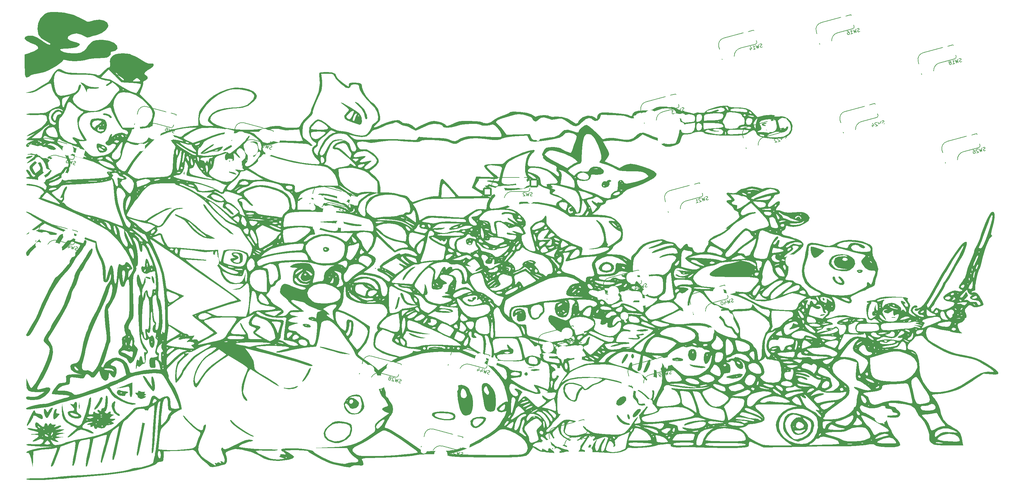
<source format=gbo>
G04 #@! TF.GenerationSoftware,KiCad,Pcbnew,(7.0.0)*
G04 #@! TF.CreationDate,2023-04-19T14:41:34-07:00*
G04 #@! TF.ProjectId,OpenRectangle,4f70656e-5265-4637-9461-6e676c652e6b,rev?*
G04 #@! TF.SameCoordinates,Original*
G04 #@! TF.FileFunction,Legend,Bot*
G04 #@! TF.FilePolarity,Positive*
%FSLAX46Y46*%
G04 Gerber Fmt 4.6, Leading zero omitted, Abs format (unit mm)*
G04 Created by KiCad (PCBNEW (7.0.0)) date 2023-04-19 14:41:34*
%MOMM*%
%LPD*%
G01*
G04 APERTURE LIST*
G04 Aperture macros list*
%AMRoundRect*
0 Rectangle with rounded corners*
0 $1 Rounding radius*
0 $2 $3 $4 $5 $6 $7 $8 $9 X,Y pos of 4 corners*
0 Add a 4 corners polygon primitive as box body*
4,1,4,$2,$3,$4,$5,$6,$7,$8,$9,$2,$3,0*
0 Add four circle primitives for the rounded corners*
1,1,$1+$1,$2,$3*
1,1,$1+$1,$4,$5*
1,1,$1+$1,$6,$7*
1,1,$1+$1,$8,$9*
0 Add four rect primitives between the rounded corners*
20,1,$1+$1,$2,$3,$4,$5,0*
20,1,$1+$1,$4,$5,$6,$7,0*
20,1,$1+$1,$6,$7,$8,$9,0*
20,1,$1+$1,$8,$9,$2,$3,0*%
G04 Aperture macros list end*
%ADD10C,0.150000*%
%ADD11C,3.800000*%
%ADD12C,1.750000*%
%ADD13C,3.987800*%
%ADD14C,2.300000*%
%ADD15C,3.300000*%
%ADD16RoundRect,0.250000X1.248893X0.700636X-0.731255X1.231215X-1.248893X-0.700636X0.731255X-1.231215X0*%
%ADD17C,0.990600*%
%ADD18C,0.650000*%
%ADD19O,0.800000X1.400000*%
%ADD20RoundRect,0.250000X0.731255X1.231215X-1.248893X0.700636X-0.731255X-1.231215X1.248893X-0.700636X0*%
%ADD21RoundRect,0.250000X1.025000X1.000000X-1.025000X1.000000X-1.025000X-1.000000X1.025000X-1.000000X0*%
G04 APERTURE END LIST*
D10*
X72524971Y-95616319D02*
X72374657Y-95625341D01*
X72374657Y-95625341D02*
X72144674Y-95563718D01*
X72144674Y-95563718D02*
X72065006Y-95493072D01*
X72065006Y-95493072D02*
X72031334Y-95434751D01*
X72031334Y-95434751D02*
X72009987Y-95330433D01*
X72009987Y-95330433D02*
X72034637Y-95238440D01*
X72034637Y-95238440D02*
X72105283Y-95158772D01*
X72105283Y-95158772D02*
X72163604Y-95125100D01*
X72163604Y-95125100D02*
X72267922Y-95103753D01*
X72267922Y-95103753D02*
X72464232Y-95107055D01*
X72464232Y-95107055D02*
X72568550Y-95085708D01*
X72568550Y-95085708D02*
X72626871Y-95052037D01*
X72626871Y-95052037D02*
X72697517Y-94972368D01*
X72697517Y-94972368D02*
X72722166Y-94880376D01*
X72722166Y-94880376D02*
X72700819Y-94776058D01*
X72700819Y-94776058D02*
X72667147Y-94717737D01*
X72667147Y-94717737D02*
X72587479Y-94647091D01*
X72587479Y-94647091D02*
X72357497Y-94585467D01*
X72357497Y-94585467D02*
X72207183Y-94594490D01*
X71897532Y-94462220D02*
X71408731Y-95366522D01*
X71408731Y-95366522D02*
X71409616Y-94627276D01*
X71409616Y-94627276D02*
X71040759Y-95267925D01*
X71040759Y-95267925D02*
X71069596Y-94240375D01*
X70201383Y-94352830D02*
X70028837Y-94996781D01*
X70529963Y-94046482D02*
X70575075Y-94798053D01*
X70575075Y-94798053D02*
X69977121Y-94637831D01*
X69873688Y-93919933D02*
X69275734Y-93759711D01*
X69275734Y-93759711D02*
X69499111Y-94213956D01*
X69499111Y-94213956D02*
X69361122Y-94176982D01*
X69361122Y-94176982D02*
X69256804Y-94198329D01*
X69256804Y-94198329D02*
X69198483Y-94232001D01*
X69198483Y-94232001D02*
X69127837Y-94311669D01*
X69127837Y-94311669D02*
X69066213Y-94541651D01*
X69066213Y-94541651D02*
X69087560Y-94645969D01*
X69087560Y-94645969D02*
X69121232Y-94704290D01*
X69121232Y-94704290D02*
X69200900Y-94774936D01*
X69200900Y-94774936D02*
X69476879Y-94848884D01*
X69476879Y-94848884D02*
X69581197Y-94827537D01*
X69581197Y-94827537D02*
X69639518Y-94793865D01*
X191701874Y-131451120D02*
X191551560Y-131460142D01*
X191551560Y-131460142D02*
X191321577Y-131398519D01*
X191321577Y-131398519D02*
X191241909Y-131327873D01*
X191241909Y-131327873D02*
X191208237Y-131269552D01*
X191208237Y-131269552D02*
X191186890Y-131165234D01*
X191186890Y-131165234D02*
X191211540Y-131073241D01*
X191211540Y-131073241D02*
X191282186Y-130993573D01*
X191282186Y-130993573D02*
X191340507Y-130959901D01*
X191340507Y-130959901D02*
X191444825Y-130938554D01*
X191444825Y-130938554D02*
X191641135Y-130941856D01*
X191641135Y-130941856D02*
X191745453Y-130920509D01*
X191745453Y-130920509D02*
X191803774Y-130886838D01*
X191803774Y-130886838D02*
X191874420Y-130807169D01*
X191874420Y-130807169D02*
X191899069Y-130715177D01*
X191899069Y-130715177D02*
X191877722Y-130610859D01*
X191877722Y-130610859D02*
X191844050Y-130552538D01*
X191844050Y-130552538D02*
X191764382Y-130481892D01*
X191764382Y-130481892D02*
X191534400Y-130420268D01*
X191534400Y-130420268D02*
X191384086Y-130429291D01*
X191074435Y-130297021D02*
X190585634Y-131201323D01*
X190585634Y-131201323D02*
X190586519Y-130462077D01*
X190586519Y-130462077D02*
X190217662Y-131102726D01*
X190217662Y-131102726D02*
X190246499Y-130075176D01*
X189378286Y-130187631D02*
X189205740Y-130831582D01*
X189706866Y-129881283D02*
X189751978Y-130632854D01*
X189751978Y-130632854D02*
X189154024Y-130472632D01*
X188458357Y-129941137D02*
X188285811Y-130585087D01*
X188786937Y-129634789D02*
X188832048Y-130386359D01*
X188832048Y-130386359D02*
X188234094Y-130226138D01*
X71959235Y-70935691D02*
X71808921Y-70944713D01*
X71808921Y-70944713D02*
X71578938Y-70883089D01*
X71578938Y-70883089D02*
X71499270Y-70812444D01*
X71499270Y-70812444D02*
X71465598Y-70754122D01*
X71465598Y-70754122D02*
X71444251Y-70649805D01*
X71444251Y-70649805D02*
X71468901Y-70557812D01*
X71468901Y-70557812D02*
X71539546Y-70478144D01*
X71539546Y-70478144D02*
X71597868Y-70444472D01*
X71597868Y-70444472D02*
X71702185Y-70423125D01*
X71702185Y-70423125D02*
X71898496Y-70426427D01*
X71898496Y-70426427D02*
X72002814Y-70405080D01*
X72002814Y-70405080D02*
X72061135Y-70371408D01*
X72061135Y-70371408D02*
X72131781Y-70291740D01*
X72131781Y-70291740D02*
X72156430Y-70199747D01*
X72156430Y-70199747D02*
X72135083Y-70095430D01*
X72135083Y-70095430D02*
X72101411Y-70037108D01*
X72101411Y-70037108D02*
X72021743Y-69966462D01*
X72021743Y-69966462D02*
X71791761Y-69904839D01*
X71791761Y-69904839D02*
X71641447Y-69913861D01*
X71331796Y-69781592D02*
X70842995Y-70685894D01*
X70842995Y-70685894D02*
X70843880Y-69946648D01*
X70843880Y-69946648D02*
X70475023Y-70587296D01*
X70475023Y-70587296D02*
X70503860Y-69559747D01*
X69675923Y-69337902D02*
X70135888Y-69461149D01*
X70135888Y-69461149D02*
X70058637Y-69933439D01*
X70058637Y-69933439D02*
X70024966Y-69875117D01*
X70024966Y-69875117D02*
X69945297Y-69804471D01*
X69945297Y-69804471D02*
X69715315Y-69742848D01*
X69715315Y-69742848D02*
X69610997Y-69764195D01*
X69610997Y-69764195D02*
X69552676Y-69797867D01*
X69552676Y-69797867D02*
X69482030Y-69877535D01*
X69482030Y-69877535D02*
X69420407Y-70107517D01*
X69420407Y-70107517D02*
X69441754Y-70211835D01*
X69441754Y-70211835D02*
X69475425Y-70270156D01*
X69475425Y-70270156D02*
X69555094Y-70340802D01*
X69555094Y-70340802D02*
X69785076Y-70402426D01*
X69785076Y-70402426D02*
X69889394Y-70381078D01*
X69889394Y-70381078D02*
X69947715Y-70347407D01*
X248170109Y-55275303D02*
X248044444Y-55358273D01*
X248044444Y-55358273D02*
X247814462Y-55419897D01*
X247814462Y-55419897D02*
X247710144Y-55398550D01*
X247710144Y-55398550D02*
X247651823Y-55364878D01*
X247651823Y-55364878D02*
X247581177Y-55285210D01*
X247581177Y-55285210D02*
X247556528Y-55193217D01*
X247556528Y-55193217D02*
X247577875Y-55088899D01*
X247577875Y-55088899D02*
X247611546Y-55030578D01*
X247611546Y-55030578D02*
X247691215Y-54959932D01*
X247691215Y-54959932D02*
X247862876Y-54864637D01*
X247862876Y-54864637D02*
X247942544Y-54793991D01*
X247942544Y-54793991D02*
X247976216Y-54735670D01*
X247976216Y-54735670D02*
X247997563Y-54631352D01*
X247997563Y-54631352D02*
X247972913Y-54539359D01*
X247972913Y-54539359D02*
X247902267Y-54459691D01*
X247902267Y-54459691D02*
X247843946Y-54426019D01*
X247843946Y-54426019D02*
X247739629Y-54404672D01*
X247739629Y-54404672D02*
X247509646Y-54466296D01*
X247509646Y-54466296D02*
X247383982Y-54549266D01*
X247049681Y-54589543D02*
X247078518Y-55617092D01*
X247078518Y-55617092D02*
X246709662Y-54976444D01*
X246709662Y-54976444D02*
X246710546Y-55715690D01*
X246710546Y-55715690D02*
X246221745Y-54811388D01*
X245606631Y-56011483D02*
X246158589Y-55863587D01*
X245882610Y-55937535D02*
X245623791Y-54971609D01*
X245623791Y-54971609D02*
X245752758Y-55084949D01*
X245752758Y-55084949D02*
X245869401Y-55152292D01*
X245869401Y-55152292D02*
X245973718Y-55173640D01*
X245025837Y-55131830D02*
X244427883Y-55292052D01*
X244427883Y-55292052D02*
X244848456Y-55573750D01*
X244848456Y-55573750D02*
X244710467Y-55610725D01*
X244710467Y-55610725D02*
X244630798Y-55681370D01*
X244630798Y-55681370D02*
X244597127Y-55739692D01*
X244597127Y-55739692D02*
X244575780Y-55844009D01*
X244575780Y-55844009D02*
X244637403Y-56073992D01*
X244637403Y-56073992D02*
X244708049Y-56153660D01*
X244708049Y-56153660D02*
X244766370Y-56187332D01*
X244766370Y-56187332D02*
X244870688Y-56208679D01*
X244870688Y-56208679D02*
X245146667Y-56134730D01*
X245146667Y-56134730D02*
X245226335Y-56064084D01*
X245226335Y-56064084D02*
X245260007Y-56005763D01*
X255065844Y-80943549D02*
X254940179Y-81026519D01*
X254940179Y-81026519D02*
X254710197Y-81088143D01*
X254710197Y-81088143D02*
X254605879Y-81066796D01*
X254605879Y-81066796D02*
X254547558Y-81033124D01*
X254547558Y-81033124D02*
X254476912Y-80953456D01*
X254476912Y-80953456D02*
X254452263Y-80861463D01*
X254452263Y-80861463D02*
X254473610Y-80757145D01*
X254473610Y-80757145D02*
X254507281Y-80698824D01*
X254507281Y-80698824D02*
X254586950Y-80628178D01*
X254586950Y-80628178D02*
X254758611Y-80532883D01*
X254758611Y-80532883D02*
X254838279Y-80462237D01*
X254838279Y-80462237D02*
X254871951Y-80403916D01*
X254871951Y-80403916D02*
X254893298Y-80299598D01*
X254893298Y-80299598D02*
X254868648Y-80207605D01*
X254868648Y-80207605D02*
X254798002Y-80127937D01*
X254798002Y-80127937D02*
X254739681Y-80094265D01*
X254739681Y-80094265D02*
X254635364Y-80072918D01*
X254635364Y-80072918D02*
X254405381Y-80134542D01*
X254405381Y-80134542D02*
X254279717Y-80217512D01*
X253945416Y-80257789D02*
X253974253Y-81285338D01*
X253974253Y-81285338D02*
X253605397Y-80644690D01*
X253605397Y-80644690D02*
X253606281Y-81383936D01*
X253606281Y-81383936D02*
X253117480Y-80479634D01*
X252820154Y-80657900D02*
X252761833Y-80624228D01*
X252761833Y-80624228D02*
X252657516Y-80602881D01*
X252657516Y-80602881D02*
X252427533Y-80664504D01*
X252427533Y-80664504D02*
X252347865Y-80735150D01*
X252347865Y-80735150D02*
X252314193Y-80793472D01*
X252314193Y-80793472D02*
X252292846Y-80897789D01*
X252292846Y-80897789D02*
X252317496Y-80989782D01*
X252317496Y-80989782D02*
X252400466Y-81115447D01*
X252400466Y-81115447D02*
X253100320Y-81519508D01*
X253100320Y-81519508D02*
X252502366Y-81679729D01*
X251582437Y-81926223D02*
X252134395Y-81778327D01*
X251858416Y-81852275D02*
X251599597Y-80886349D01*
X251599597Y-80886349D02*
X251728564Y-80999689D01*
X251728564Y-80999689D02*
X251845206Y-81067033D01*
X251845206Y-81067033D02*
X251949524Y-81088380D01*
X204161832Y-79896627D02*
X204018975Y-79944246D01*
X204018975Y-79944246D02*
X203780880Y-79944246D01*
X203780880Y-79944246D02*
X203685642Y-79896627D01*
X203685642Y-79896627D02*
X203638023Y-79849008D01*
X203638023Y-79849008D02*
X203590404Y-79753770D01*
X203590404Y-79753770D02*
X203590404Y-79658532D01*
X203590404Y-79658532D02*
X203638023Y-79563294D01*
X203638023Y-79563294D02*
X203685642Y-79515675D01*
X203685642Y-79515675D02*
X203780880Y-79468056D01*
X203780880Y-79468056D02*
X203971356Y-79420437D01*
X203971356Y-79420437D02*
X204066594Y-79372818D01*
X204066594Y-79372818D02*
X204114213Y-79325199D01*
X204114213Y-79325199D02*
X204161832Y-79229961D01*
X204161832Y-79229961D02*
X204161832Y-79134723D01*
X204161832Y-79134723D02*
X204114213Y-79039485D01*
X204114213Y-79039485D02*
X204066594Y-78991866D01*
X204066594Y-78991866D02*
X203971356Y-78944246D01*
X203971356Y-78944246D02*
X203733261Y-78944246D01*
X203733261Y-78944246D02*
X203590404Y-78991866D01*
X203257070Y-78944246D02*
X203018975Y-79944246D01*
X203018975Y-79944246D02*
X202828499Y-79229961D01*
X202828499Y-79229961D02*
X202638023Y-79944246D01*
X202638023Y-79944246D02*
X202399928Y-78944246D01*
X202066594Y-79039485D02*
X202018975Y-78991866D01*
X202018975Y-78991866D02*
X201923737Y-78944246D01*
X201923737Y-78944246D02*
X201685642Y-78944246D01*
X201685642Y-78944246D02*
X201590404Y-78991866D01*
X201590404Y-78991866D02*
X201542785Y-79039485D01*
X201542785Y-79039485D02*
X201495166Y-79134723D01*
X201495166Y-79134723D02*
X201495166Y-79229961D01*
X201495166Y-79229961D02*
X201542785Y-79372818D01*
X201542785Y-79372818D02*
X202114213Y-79944246D01*
X202114213Y-79944246D02*
X201495166Y-79944246D01*
X218559059Y-122263614D02*
X218433394Y-122346584D01*
X218433394Y-122346584D02*
X218203412Y-122408208D01*
X218203412Y-122408208D02*
X218099094Y-122386861D01*
X218099094Y-122386861D02*
X218040773Y-122353189D01*
X218040773Y-122353189D02*
X217970127Y-122273521D01*
X217970127Y-122273521D02*
X217945478Y-122181528D01*
X217945478Y-122181528D02*
X217966825Y-122077210D01*
X217966825Y-122077210D02*
X218000496Y-122018889D01*
X218000496Y-122018889D02*
X218080165Y-121948243D01*
X218080165Y-121948243D02*
X218251826Y-121852948D01*
X218251826Y-121852948D02*
X218331494Y-121782302D01*
X218331494Y-121782302D02*
X218365166Y-121723981D01*
X218365166Y-121723981D02*
X218386513Y-121619663D01*
X218386513Y-121619663D02*
X218361863Y-121527670D01*
X218361863Y-121527670D02*
X218291217Y-121448002D01*
X218291217Y-121448002D02*
X218232896Y-121414330D01*
X218232896Y-121414330D02*
X218128579Y-121392983D01*
X218128579Y-121392983D02*
X217898596Y-121454607D01*
X217898596Y-121454607D02*
X217772932Y-121537577D01*
X217438631Y-121577854D02*
X217467468Y-122605403D01*
X217467468Y-122605403D02*
X217098612Y-121964755D01*
X217098612Y-121964755D02*
X217099496Y-122704001D01*
X217099496Y-122704001D02*
X216610695Y-121799699D01*
X216334716Y-121873647D02*
X215736762Y-122033868D01*
X215736762Y-122033868D02*
X216157335Y-122315567D01*
X216157335Y-122315567D02*
X216019346Y-122352541D01*
X216019346Y-122352541D02*
X215939678Y-122423187D01*
X215939678Y-122423187D02*
X215906006Y-122481508D01*
X215906006Y-122481508D02*
X215884659Y-122585826D01*
X215884659Y-122585826D02*
X215946282Y-122815808D01*
X215946282Y-122815808D02*
X216016928Y-122895476D01*
X216016928Y-122895476D02*
X216075250Y-122929148D01*
X216075250Y-122929148D02*
X216179567Y-122950495D01*
X216179567Y-122950495D02*
X216455546Y-122876547D01*
X216455546Y-122876547D02*
X216535214Y-122805901D01*
X216535214Y-122805901D02*
X216568886Y-122747580D01*
X215393440Y-122224459D02*
X215335119Y-122190787D01*
X215335119Y-122190787D02*
X215230801Y-122169440D01*
X215230801Y-122169440D02*
X215000819Y-122231064D01*
X215000819Y-122231064D02*
X214921151Y-122301710D01*
X214921151Y-122301710D02*
X214887479Y-122360031D01*
X214887479Y-122360031D02*
X214866132Y-122464349D01*
X214866132Y-122464349D02*
X214890781Y-122556341D01*
X214890781Y-122556341D02*
X214973752Y-122682006D01*
X214973752Y-122682006D02*
X215673606Y-123086067D01*
X215673606Y-123086067D02*
X215075652Y-123246288D01*
X100597367Y-61731148D02*
X100447053Y-61740170D01*
X100447053Y-61740170D02*
X100217070Y-61678546D01*
X100217070Y-61678546D02*
X100137402Y-61607901D01*
X100137402Y-61607901D02*
X100103730Y-61549579D01*
X100103730Y-61549579D02*
X100082383Y-61445262D01*
X100082383Y-61445262D02*
X100107033Y-61353269D01*
X100107033Y-61353269D02*
X100177678Y-61273601D01*
X100177678Y-61273601D02*
X100236000Y-61239929D01*
X100236000Y-61239929D02*
X100340317Y-61218582D01*
X100340317Y-61218582D02*
X100536628Y-61221884D01*
X100536628Y-61221884D02*
X100640946Y-61200537D01*
X100640946Y-61200537D02*
X100699267Y-61166865D01*
X100699267Y-61166865D02*
X100769913Y-61087197D01*
X100769913Y-61087197D02*
X100794562Y-60995204D01*
X100794562Y-60995204D02*
X100773215Y-60890887D01*
X100773215Y-60890887D02*
X100739543Y-60832565D01*
X100739543Y-60832565D02*
X100659875Y-60761919D01*
X100659875Y-60761919D02*
X100429893Y-60700296D01*
X100429893Y-60700296D02*
X100279579Y-60709318D01*
X99969928Y-60577049D02*
X99481127Y-61481351D01*
X99481127Y-61481351D02*
X99482012Y-60742105D01*
X99482012Y-60742105D02*
X99113155Y-61382753D01*
X99113155Y-61382753D02*
X99141992Y-60355204D01*
X98360052Y-60145684D02*
X98544038Y-60194983D01*
X98544038Y-60194983D02*
X98623706Y-60265628D01*
X98623706Y-60265628D02*
X98657378Y-60323950D01*
X98657378Y-60323950D02*
X98712396Y-60486588D01*
X98712396Y-60486588D02*
X98709094Y-60682899D01*
X98709094Y-60682899D02*
X98610496Y-61050871D01*
X98610496Y-61050871D02*
X98539850Y-61130539D01*
X98539850Y-61130539D02*
X98481529Y-61164211D01*
X98481529Y-61164211D02*
X98377212Y-61185558D01*
X98377212Y-61185558D02*
X98193226Y-61136259D01*
X98193226Y-61136259D02*
X98113557Y-61065613D01*
X98113557Y-61065613D02*
X98079886Y-61007292D01*
X98079886Y-61007292D02*
X98058539Y-60902974D01*
X98058539Y-60902974D02*
X98120162Y-60672992D01*
X98120162Y-60672992D02*
X98190808Y-60593324D01*
X98190808Y-60593324D02*
X98249129Y-60559652D01*
X98249129Y-60559652D02*
X98353447Y-60538305D01*
X98353447Y-60538305D02*
X98537433Y-60587604D01*
X98537433Y-60587604D02*
X98617101Y-60658250D01*
X98617101Y-60658250D02*
X98650773Y-60716571D01*
X98650773Y-60716571D02*
X98672120Y-60820888D01*
X262358000Y-110527723D02*
X262232335Y-110610693D01*
X262232335Y-110610693D02*
X262002353Y-110672317D01*
X262002353Y-110672317D02*
X261898035Y-110650970D01*
X261898035Y-110650970D02*
X261839714Y-110617298D01*
X261839714Y-110617298D02*
X261769068Y-110537630D01*
X261769068Y-110537630D02*
X261744419Y-110445637D01*
X261744419Y-110445637D02*
X261765766Y-110341319D01*
X261765766Y-110341319D02*
X261799437Y-110282998D01*
X261799437Y-110282998D02*
X261879106Y-110212352D01*
X261879106Y-110212352D02*
X262050767Y-110117057D01*
X262050767Y-110117057D02*
X262130435Y-110046411D01*
X262130435Y-110046411D02*
X262164107Y-109988090D01*
X262164107Y-109988090D02*
X262185454Y-109883772D01*
X262185454Y-109883772D02*
X262160804Y-109791779D01*
X262160804Y-109791779D02*
X262090158Y-109712111D01*
X262090158Y-109712111D02*
X262031837Y-109678439D01*
X262031837Y-109678439D02*
X261927520Y-109657092D01*
X261927520Y-109657092D02*
X261697537Y-109718716D01*
X261697537Y-109718716D02*
X261571873Y-109801686D01*
X261237572Y-109841963D02*
X261266409Y-110869512D01*
X261266409Y-110869512D02*
X260897553Y-110228864D01*
X260897553Y-110228864D02*
X260898437Y-110968110D01*
X260898437Y-110968110D02*
X260409636Y-110063808D01*
X259713969Y-110595303D02*
X259886515Y-111239254D01*
X259845354Y-110165708D02*
X260260207Y-110794031D01*
X260260207Y-110794031D02*
X259662253Y-110954253D01*
X258937749Y-110458199D02*
X258845756Y-110482848D01*
X258845756Y-110482848D02*
X258766088Y-110553494D01*
X258766088Y-110553494D02*
X258732416Y-110611815D01*
X258732416Y-110611815D02*
X258711069Y-110716133D01*
X258711069Y-110716133D02*
X258714372Y-110912443D01*
X258714372Y-110912443D02*
X258775995Y-111142426D01*
X258775995Y-111142426D02*
X258871291Y-111314087D01*
X258871291Y-111314087D02*
X258941936Y-111393755D01*
X258941936Y-111393755D02*
X259000258Y-111427427D01*
X259000258Y-111427427D02*
X259104575Y-111448774D01*
X259104575Y-111448774D02*
X259196568Y-111424124D01*
X259196568Y-111424124D02*
X259276236Y-111353479D01*
X259276236Y-111353479D02*
X259309908Y-111295157D01*
X259309908Y-111295157D02*
X259331255Y-111190840D01*
X259331255Y-111190840D02*
X259327953Y-110994529D01*
X259327953Y-110994529D02*
X259266329Y-110764547D01*
X259266329Y-110764547D02*
X259171034Y-110592886D01*
X259171034Y-110592886D02*
X259100388Y-110513217D01*
X259100388Y-110513217D02*
X259042067Y-110479546D01*
X259042067Y-110479546D02*
X258937749Y-110458199D01*
X151774758Y-84799879D02*
X151624444Y-84808901D01*
X151624444Y-84808901D02*
X151394461Y-84747278D01*
X151394461Y-84747278D02*
X151314793Y-84676632D01*
X151314793Y-84676632D02*
X151281121Y-84618311D01*
X151281121Y-84618311D02*
X151259774Y-84513993D01*
X151259774Y-84513993D02*
X151284424Y-84422000D01*
X151284424Y-84422000D02*
X151355070Y-84342332D01*
X151355070Y-84342332D02*
X151413391Y-84308660D01*
X151413391Y-84308660D02*
X151517709Y-84287313D01*
X151517709Y-84287313D02*
X151714019Y-84290615D01*
X151714019Y-84290615D02*
X151818337Y-84269268D01*
X151818337Y-84269268D02*
X151876658Y-84235597D01*
X151876658Y-84235597D02*
X151947304Y-84155928D01*
X151947304Y-84155928D02*
X151971953Y-84063936D01*
X151971953Y-84063936D02*
X151950606Y-83959618D01*
X151950606Y-83959618D02*
X151916934Y-83901297D01*
X151916934Y-83901297D02*
X151837266Y-83830651D01*
X151837266Y-83830651D02*
X151607284Y-83769027D01*
X151607284Y-83769027D02*
X151456970Y-83778050D01*
X151147319Y-83645780D02*
X150658518Y-84550082D01*
X150658518Y-84550082D02*
X150659403Y-83810836D01*
X150659403Y-83810836D02*
X150290546Y-84451485D01*
X150290546Y-84451485D02*
X150319383Y-83423935D01*
X149186631Y-84155691D02*
X149738589Y-84303588D01*
X149462610Y-84229640D02*
X149721429Y-83263714D01*
X149721429Y-83263714D02*
X149776448Y-83426353D01*
X149776448Y-83426353D02*
X149843791Y-83542995D01*
X149843791Y-83542995D02*
X149923459Y-83613641D01*
X148266702Y-83909197D02*
X148818659Y-84057094D01*
X148542680Y-83983145D02*
X148801499Y-83017220D01*
X148801499Y-83017220D02*
X148856518Y-83179858D01*
X148856518Y-83179858D02*
X148923862Y-83296501D01*
X148923862Y-83296501D02*
X149003530Y-83367147D01*
X270679736Y-36824693D02*
X270554071Y-36907663D01*
X270554071Y-36907663D02*
X270324089Y-36969287D01*
X270324089Y-36969287D02*
X270219771Y-36947940D01*
X270219771Y-36947940D02*
X270161450Y-36914268D01*
X270161450Y-36914268D02*
X270090804Y-36834600D01*
X270090804Y-36834600D02*
X270066155Y-36742607D01*
X270066155Y-36742607D02*
X270087502Y-36638289D01*
X270087502Y-36638289D02*
X270121173Y-36579968D01*
X270121173Y-36579968D02*
X270200842Y-36509322D01*
X270200842Y-36509322D02*
X270372503Y-36414027D01*
X270372503Y-36414027D02*
X270452171Y-36343381D01*
X270452171Y-36343381D02*
X270485843Y-36285060D01*
X270485843Y-36285060D02*
X270507190Y-36180742D01*
X270507190Y-36180742D02*
X270482540Y-36088749D01*
X270482540Y-36088749D02*
X270411894Y-36009081D01*
X270411894Y-36009081D02*
X270353573Y-35975409D01*
X270353573Y-35975409D02*
X270249256Y-35954062D01*
X270249256Y-35954062D02*
X270019273Y-36015686D01*
X270019273Y-36015686D02*
X269893609Y-36098656D01*
X269559308Y-36138933D02*
X269588145Y-37166482D01*
X269588145Y-37166482D02*
X269219289Y-36525834D01*
X269219289Y-36525834D02*
X269220173Y-37265080D01*
X269220173Y-37265080D02*
X268731372Y-36360778D01*
X268116258Y-37560873D02*
X268668216Y-37412977D01*
X268392237Y-37486925D02*
X268133418Y-36520999D01*
X268133418Y-36520999D02*
X268262385Y-36634339D01*
X268262385Y-36634339D02*
X268379028Y-36701682D01*
X268379028Y-36701682D02*
X268483345Y-36723030D01*
X267115776Y-37138767D02*
X267288322Y-37782718D01*
X267247160Y-36709172D02*
X267662014Y-37337496D01*
X267662014Y-37337496D02*
X267064059Y-37497717D01*
X128692700Y-66437107D02*
X128542386Y-66446129D01*
X128542386Y-66446129D02*
X128312403Y-66384505D01*
X128312403Y-66384505D02*
X128232735Y-66313860D01*
X128232735Y-66313860D02*
X128199063Y-66255538D01*
X128199063Y-66255538D02*
X128177716Y-66151221D01*
X128177716Y-66151221D02*
X128202366Y-66059228D01*
X128202366Y-66059228D02*
X128273011Y-65979560D01*
X128273011Y-65979560D02*
X128331333Y-65945888D01*
X128331333Y-65945888D02*
X128435650Y-65924541D01*
X128435650Y-65924541D02*
X128631961Y-65927843D01*
X128631961Y-65927843D02*
X128736279Y-65906496D01*
X128736279Y-65906496D02*
X128794600Y-65872824D01*
X128794600Y-65872824D02*
X128865246Y-65793156D01*
X128865246Y-65793156D02*
X128889895Y-65701163D01*
X128889895Y-65701163D02*
X128868548Y-65596846D01*
X128868548Y-65596846D02*
X128834876Y-65538524D01*
X128834876Y-65538524D02*
X128755208Y-65467878D01*
X128755208Y-65467878D02*
X128525226Y-65406255D01*
X128525226Y-65406255D02*
X128374912Y-65415277D01*
X128065261Y-65283008D02*
X127576460Y-66187310D01*
X127576460Y-66187310D02*
X127577345Y-65448064D01*
X127577345Y-65448064D02*
X127208488Y-66088712D01*
X127208488Y-66088712D02*
X127237325Y-65061163D01*
X126564537Y-65916166D02*
X126380552Y-65866867D01*
X126380552Y-65866867D02*
X126300883Y-65796221D01*
X126300883Y-65796221D02*
X126267212Y-65737900D01*
X126267212Y-65737900D02*
X126212193Y-65575261D01*
X126212193Y-65575261D02*
X126215495Y-65378951D01*
X126215495Y-65378951D02*
X126314093Y-65010979D01*
X126314093Y-65010979D02*
X126384739Y-64931311D01*
X126384739Y-64931311D02*
X126443060Y-64897639D01*
X126443060Y-64897639D02*
X126547378Y-64876292D01*
X126547378Y-64876292D02*
X126731364Y-64925591D01*
X126731364Y-64925591D02*
X126811032Y-64996237D01*
X126811032Y-64996237D02*
X126844704Y-65054558D01*
X126844704Y-65054558D02*
X126866051Y-65158876D01*
X126866051Y-65158876D02*
X126804427Y-65388858D01*
X126804427Y-65388858D02*
X126733781Y-65468526D01*
X126733781Y-65468526D02*
X126675460Y-65502198D01*
X126675460Y-65502198D02*
X126571142Y-65523545D01*
X126571142Y-65523545D02*
X126387156Y-65474246D01*
X126387156Y-65474246D02*
X126307488Y-65403600D01*
X126307488Y-65403600D02*
X126273816Y-65345279D01*
X126273816Y-65345279D02*
X126252469Y-65240961D01*
X221630331Y-149386011D02*
X221504666Y-149468981D01*
X221504666Y-149468981D02*
X221274684Y-149530605D01*
X221274684Y-149530605D02*
X221170366Y-149509258D01*
X221170366Y-149509258D02*
X221112045Y-149475586D01*
X221112045Y-149475586D02*
X221041399Y-149395918D01*
X221041399Y-149395918D02*
X221016750Y-149303925D01*
X221016750Y-149303925D02*
X221038097Y-149199607D01*
X221038097Y-149199607D02*
X221071768Y-149141286D01*
X221071768Y-149141286D02*
X221151437Y-149070640D01*
X221151437Y-149070640D02*
X221323098Y-148975345D01*
X221323098Y-148975345D02*
X221402766Y-148904699D01*
X221402766Y-148904699D02*
X221436438Y-148846378D01*
X221436438Y-148846378D02*
X221457785Y-148742060D01*
X221457785Y-148742060D02*
X221433135Y-148650067D01*
X221433135Y-148650067D02*
X221362489Y-148570399D01*
X221362489Y-148570399D02*
X221304168Y-148536727D01*
X221304168Y-148536727D02*
X221199851Y-148515380D01*
X221199851Y-148515380D02*
X220969868Y-148577004D01*
X220969868Y-148577004D02*
X220844204Y-148659974D01*
X220509903Y-148700251D02*
X220538740Y-149727800D01*
X220538740Y-149727800D02*
X220169884Y-149087152D01*
X220169884Y-149087152D02*
X220170768Y-149826398D01*
X220170768Y-149826398D02*
X219681967Y-148922096D01*
X219405988Y-148996044D02*
X218808034Y-149156265D01*
X218808034Y-149156265D02*
X219228607Y-149437964D01*
X219228607Y-149437964D02*
X219090618Y-149474938D01*
X219090618Y-149474938D02*
X219010950Y-149545584D01*
X219010950Y-149545584D02*
X218977278Y-149603905D01*
X218977278Y-149603905D02*
X218955931Y-149708223D01*
X218955931Y-149708223D02*
X219017554Y-149938205D01*
X219017554Y-149938205D02*
X219088200Y-150017873D01*
X219088200Y-150017873D02*
X219146522Y-150051545D01*
X219146522Y-150051545D02*
X219250839Y-150072892D01*
X219250839Y-150072892D02*
X219526818Y-149998944D01*
X219526818Y-149998944D02*
X219606486Y-149928298D01*
X219606486Y-149928298D02*
X219640158Y-149869977D01*
X217980098Y-149378110D02*
X218164084Y-149328811D01*
X218164084Y-149328811D02*
X218268401Y-149350158D01*
X218268401Y-149350158D02*
X218326723Y-149383830D01*
X218326723Y-149383830D02*
X218455690Y-149497170D01*
X218455690Y-149497170D02*
X218550985Y-149668831D01*
X218550985Y-149668831D02*
X218649583Y-150036803D01*
X218649583Y-150036803D02*
X218628236Y-150141121D01*
X218628236Y-150141121D02*
X218594564Y-150199442D01*
X218594564Y-150199442D02*
X218514896Y-150270088D01*
X218514896Y-150270088D02*
X218330910Y-150319387D01*
X218330910Y-150319387D02*
X218226592Y-150298040D01*
X218226592Y-150298040D02*
X218168271Y-150264368D01*
X218168271Y-150264368D02*
X218097625Y-150184700D01*
X218097625Y-150184700D02*
X218036002Y-149954717D01*
X218036002Y-149954717D02*
X218057349Y-149850400D01*
X218057349Y-149850400D02*
X218091020Y-149792078D01*
X218091020Y-149792078D02*
X218170689Y-149721433D01*
X218170689Y-149721433D02*
X218354674Y-149672134D01*
X218354674Y-149672134D02*
X218458992Y-149693481D01*
X218458992Y-149693481D02*
X218517313Y-149727152D01*
X218517313Y-149727152D02*
X218587959Y-149806821D01*
X183934526Y-155094202D02*
X183784212Y-155103224D01*
X183784212Y-155103224D02*
X183554229Y-155041601D01*
X183554229Y-155041601D02*
X183474561Y-154970955D01*
X183474561Y-154970955D02*
X183440889Y-154912634D01*
X183440889Y-154912634D02*
X183419542Y-154808316D01*
X183419542Y-154808316D02*
X183444192Y-154716323D01*
X183444192Y-154716323D02*
X183514838Y-154636655D01*
X183514838Y-154636655D02*
X183573159Y-154602983D01*
X183573159Y-154602983D02*
X183677477Y-154581636D01*
X183677477Y-154581636D02*
X183873787Y-154584938D01*
X183873787Y-154584938D02*
X183978105Y-154563591D01*
X183978105Y-154563591D02*
X184036426Y-154529920D01*
X184036426Y-154529920D02*
X184107072Y-154450251D01*
X184107072Y-154450251D02*
X184131721Y-154358259D01*
X184131721Y-154358259D02*
X184110374Y-154253941D01*
X184110374Y-154253941D02*
X184076702Y-154195620D01*
X184076702Y-154195620D02*
X183997034Y-154124974D01*
X183997034Y-154124974D02*
X183767052Y-154063350D01*
X183767052Y-154063350D02*
X183616738Y-154072373D01*
X183307087Y-153940103D02*
X182818286Y-154844405D01*
X182818286Y-154844405D02*
X182819171Y-154105159D01*
X182819171Y-154105159D02*
X182450314Y-154745808D01*
X182450314Y-154745808D02*
X182479151Y-153718258D01*
X182203172Y-153644310D02*
X181605218Y-153484089D01*
X181605218Y-153484089D02*
X181828596Y-153938333D01*
X181828596Y-153938333D02*
X181690606Y-153901359D01*
X181690606Y-153901359D02*
X181586289Y-153922706D01*
X181586289Y-153922706D02*
X181527967Y-153956378D01*
X181527967Y-153956378D02*
X181457321Y-154036046D01*
X181457321Y-154036046D02*
X181395698Y-154266029D01*
X181395698Y-154266029D02*
X181417045Y-154370346D01*
X181417045Y-154370346D02*
X181450717Y-154428667D01*
X181450717Y-154428667D02*
X181530385Y-154499313D01*
X181530385Y-154499313D02*
X181806364Y-154573262D01*
X181806364Y-154573262D02*
X181910681Y-154551915D01*
X181910681Y-154551915D02*
X181969002Y-154518243D01*
X180426470Y-154203520D02*
X180978427Y-154351417D01*
X180702448Y-154277468D02*
X180961267Y-153311543D01*
X180961267Y-153311543D02*
X181016286Y-153474181D01*
X181016286Y-153474181D02*
X181083630Y-153590824D01*
X181083630Y-153590824D02*
X181163298Y-153661470D01*
X166100918Y-133990432D02*
X165950604Y-133999454D01*
X165950604Y-133999454D02*
X165720621Y-133937831D01*
X165720621Y-133937831D02*
X165640953Y-133867185D01*
X165640953Y-133867185D02*
X165607281Y-133808864D01*
X165607281Y-133808864D02*
X165585934Y-133704546D01*
X165585934Y-133704546D02*
X165610584Y-133612553D01*
X165610584Y-133612553D02*
X165681230Y-133532885D01*
X165681230Y-133532885D02*
X165739551Y-133499213D01*
X165739551Y-133499213D02*
X165843869Y-133477866D01*
X165843869Y-133477866D02*
X166040179Y-133481168D01*
X166040179Y-133481168D02*
X166144497Y-133459821D01*
X166144497Y-133459821D02*
X166202818Y-133426150D01*
X166202818Y-133426150D02*
X166273464Y-133346481D01*
X166273464Y-133346481D02*
X166298113Y-133254489D01*
X166298113Y-133254489D02*
X166276766Y-133150171D01*
X166276766Y-133150171D02*
X166243094Y-133091850D01*
X166243094Y-133091850D02*
X166163426Y-133021204D01*
X166163426Y-133021204D02*
X165933444Y-132959580D01*
X165933444Y-132959580D02*
X165783130Y-132968603D01*
X165473479Y-132836333D02*
X164984678Y-133740635D01*
X164984678Y-133740635D02*
X164985563Y-133001389D01*
X164985563Y-133001389D02*
X164616706Y-133642038D01*
X164616706Y-133642038D02*
X164645543Y-132614488D01*
X164298918Y-132620208D02*
X164265246Y-132561887D01*
X164265246Y-132561887D02*
X164185578Y-132491241D01*
X164185578Y-132491241D02*
X163955596Y-132429617D01*
X163955596Y-132429617D02*
X163851278Y-132450964D01*
X163851278Y-132450964D02*
X163792957Y-132484636D01*
X163792957Y-132484636D02*
X163722311Y-132564304D01*
X163722311Y-132564304D02*
X163697662Y-132656297D01*
X163697662Y-132656297D02*
X163706684Y-132806611D01*
X163706684Y-132806611D02*
X164110745Y-133506466D01*
X164110745Y-133506466D02*
X163512791Y-133346244D01*
X163108730Y-132646390D02*
X163213048Y-132625043D01*
X163213048Y-132625043D02*
X163271369Y-132591371D01*
X163271369Y-132591371D02*
X163342015Y-132511703D01*
X163342015Y-132511703D02*
X163354339Y-132465707D01*
X163354339Y-132465707D02*
X163332992Y-132361389D01*
X163332992Y-132361389D02*
X163299321Y-132303068D01*
X163299321Y-132303068D02*
X163219652Y-132232422D01*
X163219652Y-132232422D02*
X163035666Y-132183123D01*
X163035666Y-132183123D02*
X162931349Y-132204470D01*
X162931349Y-132204470D02*
X162873028Y-132238142D01*
X162873028Y-132238142D02*
X162802382Y-132317810D01*
X162802382Y-132317810D02*
X162790057Y-132363807D01*
X162790057Y-132363807D02*
X162811404Y-132468124D01*
X162811404Y-132468124D02*
X162845076Y-132526445D01*
X162845076Y-132526445D02*
X162924744Y-132597091D01*
X162924744Y-132597091D02*
X163108730Y-132646390D01*
X163108730Y-132646390D02*
X163188398Y-132717036D01*
X163188398Y-132717036D02*
X163222070Y-132775357D01*
X163222070Y-132775357D02*
X163243417Y-132879675D01*
X163243417Y-132879675D02*
X163194118Y-133063661D01*
X163194118Y-133063661D02*
X163123472Y-133143329D01*
X163123472Y-133143329D02*
X163065151Y-133177001D01*
X163065151Y-133177001D02*
X162960833Y-133198348D01*
X162960833Y-133198348D02*
X162776847Y-133149049D01*
X162776847Y-133149049D02*
X162697179Y-133078403D01*
X162697179Y-133078403D02*
X162663507Y-133020082D01*
X162663507Y-133020082D02*
X162642160Y-132915764D01*
X162642160Y-132915764D02*
X162691459Y-132731778D01*
X162691459Y-132731778D02*
X162762105Y-132652110D01*
X162762105Y-132652110D02*
X162820426Y-132618438D01*
X162820426Y-132618438D02*
X162924744Y-132597091D01*
X305984544Y-59028721D02*
X305858879Y-59111691D01*
X305858879Y-59111691D02*
X305628897Y-59173315D01*
X305628897Y-59173315D02*
X305524579Y-59151968D01*
X305524579Y-59151968D02*
X305466258Y-59118296D01*
X305466258Y-59118296D02*
X305395612Y-59038628D01*
X305395612Y-59038628D02*
X305370963Y-58946635D01*
X305370963Y-58946635D02*
X305392310Y-58842317D01*
X305392310Y-58842317D02*
X305425981Y-58783996D01*
X305425981Y-58783996D02*
X305505650Y-58713350D01*
X305505650Y-58713350D02*
X305677311Y-58618055D01*
X305677311Y-58618055D02*
X305756979Y-58547409D01*
X305756979Y-58547409D02*
X305790651Y-58489088D01*
X305790651Y-58489088D02*
X305811998Y-58384770D01*
X305811998Y-58384770D02*
X305787348Y-58292777D01*
X305787348Y-58292777D02*
X305716702Y-58213109D01*
X305716702Y-58213109D02*
X305658381Y-58179437D01*
X305658381Y-58179437D02*
X305554064Y-58158090D01*
X305554064Y-58158090D02*
X305324081Y-58219714D01*
X305324081Y-58219714D02*
X305198417Y-58302684D01*
X304864116Y-58342961D02*
X304892953Y-59370510D01*
X304892953Y-59370510D02*
X304524097Y-58729862D01*
X304524097Y-58729862D02*
X304524981Y-59469108D01*
X304524981Y-59469108D02*
X304036180Y-58564806D01*
X303738854Y-58743072D02*
X303680533Y-58709400D01*
X303680533Y-58709400D02*
X303576216Y-58688053D01*
X303576216Y-58688053D02*
X303346233Y-58749676D01*
X303346233Y-58749676D02*
X303266565Y-58820322D01*
X303266565Y-58820322D02*
X303232893Y-58878644D01*
X303232893Y-58878644D02*
X303211546Y-58982961D01*
X303211546Y-58982961D02*
X303236196Y-59074954D01*
X303236196Y-59074954D02*
X303319166Y-59200619D01*
X303319166Y-59200619D02*
X304019020Y-59604680D01*
X304019020Y-59604680D02*
X303421066Y-59764901D01*
X302420584Y-59342795D02*
X302593130Y-59986746D01*
X302551968Y-58913200D02*
X302966822Y-59541524D01*
X302966822Y-59541524D02*
X302368867Y-59701745D01*
X328318445Y-41062083D02*
X328192780Y-41145053D01*
X328192780Y-41145053D02*
X327962798Y-41206677D01*
X327962798Y-41206677D02*
X327858480Y-41185330D01*
X327858480Y-41185330D02*
X327800159Y-41151658D01*
X327800159Y-41151658D02*
X327729513Y-41071990D01*
X327729513Y-41071990D02*
X327704864Y-40979997D01*
X327704864Y-40979997D02*
X327726211Y-40875679D01*
X327726211Y-40875679D02*
X327759882Y-40817358D01*
X327759882Y-40817358D02*
X327839551Y-40746712D01*
X327839551Y-40746712D02*
X328011212Y-40651417D01*
X328011212Y-40651417D02*
X328090880Y-40580771D01*
X328090880Y-40580771D02*
X328124552Y-40522450D01*
X328124552Y-40522450D02*
X328145899Y-40418132D01*
X328145899Y-40418132D02*
X328121249Y-40326139D01*
X328121249Y-40326139D02*
X328050603Y-40246471D01*
X328050603Y-40246471D02*
X327992282Y-40212799D01*
X327992282Y-40212799D02*
X327887965Y-40191452D01*
X327887965Y-40191452D02*
X327657982Y-40253076D01*
X327657982Y-40253076D02*
X327532318Y-40336046D01*
X327198017Y-40376323D02*
X327226854Y-41403872D01*
X327226854Y-41403872D02*
X326857998Y-40763224D01*
X326857998Y-40763224D02*
X326858882Y-41502470D01*
X326858882Y-41502470D02*
X326370081Y-40598168D01*
X325754967Y-41798263D02*
X326306925Y-41650367D01*
X326030946Y-41724315D02*
X325772127Y-40758389D01*
X325772127Y-40758389D02*
X325901094Y-40871729D01*
X325901094Y-40871729D02*
X326017737Y-40939072D01*
X326017737Y-40939072D02*
X326122054Y-40960420D01*
X325055113Y-41394202D02*
X325134781Y-41323556D01*
X325134781Y-41323556D02*
X325168453Y-41265235D01*
X325168453Y-41265235D02*
X325189800Y-41160917D01*
X325189800Y-41160917D02*
X325177475Y-41114921D01*
X325177475Y-41114921D02*
X325106829Y-41035253D01*
X325106829Y-41035253D02*
X325048508Y-41001581D01*
X325048508Y-41001581D02*
X324944191Y-40980234D01*
X324944191Y-40980234D02*
X324760205Y-41029533D01*
X324760205Y-41029533D02*
X324680537Y-41100179D01*
X324680537Y-41100179D02*
X324646865Y-41158500D01*
X324646865Y-41158500D02*
X324625518Y-41262818D01*
X324625518Y-41262818D02*
X324637842Y-41308814D01*
X324637842Y-41308814D02*
X324708488Y-41388482D01*
X324708488Y-41388482D02*
X324766810Y-41422154D01*
X324766810Y-41422154D02*
X324871127Y-41443501D01*
X324871127Y-41443501D02*
X325055113Y-41394202D01*
X325055113Y-41394202D02*
X325159431Y-41415549D01*
X325159431Y-41415549D02*
X325217752Y-41449221D01*
X325217752Y-41449221D02*
X325288398Y-41528889D01*
X325288398Y-41528889D02*
X325337697Y-41712875D01*
X325337697Y-41712875D02*
X325316350Y-41817193D01*
X325316350Y-41817193D02*
X325282678Y-41875514D01*
X325282678Y-41875514D02*
X325203010Y-41946160D01*
X325203010Y-41946160D02*
X325019024Y-41995459D01*
X325019024Y-41995459D02*
X324914706Y-41974112D01*
X324914706Y-41974112D02*
X324856385Y-41940440D01*
X324856385Y-41940440D02*
X324785739Y-41860772D01*
X324785739Y-41860772D02*
X324736440Y-41676786D01*
X324736440Y-41676786D02*
X324757787Y-41572468D01*
X324757787Y-41572468D02*
X324791459Y-41514147D01*
X324791459Y-41514147D02*
X324871127Y-41443501D01*
X244462714Y-131281533D02*
X244337049Y-131364503D01*
X244337049Y-131364503D02*
X244107067Y-131426127D01*
X244107067Y-131426127D02*
X244002749Y-131404780D01*
X244002749Y-131404780D02*
X243944428Y-131371108D01*
X243944428Y-131371108D02*
X243873782Y-131291440D01*
X243873782Y-131291440D02*
X243849133Y-131199447D01*
X243849133Y-131199447D02*
X243870480Y-131095129D01*
X243870480Y-131095129D02*
X243904151Y-131036808D01*
X243904151Y-131036808D02*
X243983820Y-130966162D01*
X243983820Y-130966162D02*
X244155481Y-130870867D01*
X244155481Y-130870867D02*
X244235149Y-130800221D01*
X244235149Y-130800221D02*
X244268821Y-130741900D01*
X244268821Y-130741900D02*
X244290168Y-130637582D01*
X244290168Y-130637582D02*
X244265518Y-130545589D01*
X244265518Y-130545589D02*
X244194872Y-130465921D01*
X244194872Y-130465921D02*
X244136551Y-130432249D01*
X244136551Y-130432249D02*
X244032234Y-130410902D01*
X244032234Y-130410902D02*
X243802251Y-130472526D01*
X243802251Y-130472526D02*
X243676587Y-130555496D01*
X243342286Y-130595773D02*
X243371123Y-131623322D01*
X243371123Y-131623322D02*
X243002267Y-130982674D01*
X243002267Y-130982674D02*
X243003151Y-131721920D01*
X243003151Y-131721920D02*
X242514350Y-130817618D01*
X242238371Y-130891566D02*
X241640417Y-131051787D01*
X241640417Y-131051787D02*
X242060990Y-131333486D01*
X242060990Y-131333486D02*
X241923001Y-131370460D01*
X241923001Y-131370460D02*
X241843333Y-131441106D01*
X241843333Y-131441106D02*
X241809661Y-131499427D01*
X241809661Y-131499427D02*
X241788314Y-131603745D01*
X241788314Y-131603745D02*
X241849937Y-131833727D01*
X241849937Y-131833727D02*
X241920583Y-131913395D01*
X241920583Y-131913395D02*
X241978905Y-131947067D01*
X241978905Y-131947067D02*
X242083222Y-131968414D01*
X242083222Y-131968414D02*
X242359201Y-131894466D01*
X242359201Y-131894466D02*
X242438869Y-131823820D01*
X242438869Y-131823820D02*
X242472541Y-131765499D01*
X241439272Y-132140960D02*
X241255286Y-132190259D01*
X241255286Y-132190259D02*
X241150968Y-132168912D01*
X241150968Y-132168912D02*
X241092647Y-132135240D01*
X241092647Y-132135240D02*
X240963680Y-132021900D01*
X240963680Y-132021900D02*
X240868385Y-131850239D01*
X240868385Y-131850239D02*
X240769787Y-131482268D01*
X240769787Y-131482268D02*
X240791134Y-131377950D01*
X240791134Y-131377950D02*
X240824806Y-131319629D01*
X240824806Y-131319629D02*
X240904474Y-131248983D01*
X240904474Y-131248983D02*
X241088460Y-131199684D01*
X241088460Y-131199684D02*
X241192777Y-131221031D01*
X241192777Y-131221031D02*
X241251098Y-131254703D01*
X241251098Y-131254703D02*
X241321744Y-131334371D01*
X241321744Y-131334371D02*
X241383368Y-131564353D01*
X241383368Y-131564353D02*
X241362021Y-131668671D01*
X241362021Y-131668671D02*
X241328349Y-131726992D01*
X241328349Y-131726992D02*
X241248681Y-131797638D01*
X241248681Y-131797638D02*
X241064695Y-131846937D01*
X241064695Y-131846937D02*
X240960377Y-131825590D01*
X240960377Y-131825590D02*
X240902056Y-131791918D01*
X240902056Y-131791918D02*
X240831410Y-131712250D01*
X277825730Y-63493905D02*
X277700065Y-63576875D01*
X277700065Y-63576875D02*
X277470083Y-63638499D01*
X277470083Y-63638499D02*
X277365765Y-63617152D01*
X277365765Y-63617152D02*
X277307444Y-63583480D01*
X277307444Y-63583480D02*
X277236798Y-63503812D01*
X277236798Y-63503812D02*
X277212149Y-63411819D01*
X277212149Y-63411819D02*
X277233496Y-63307501D01*
X277233496Y-63307501D02*
X277267167Y-63249180D01*
X277267167Y-63249180D02*
X277346836Y-63178534D01*
X277346836Y-63178534D02*
X277518497Y-63083239D01*
X277518497Y-63083239D02*
X277598165Y-63012593D01*
X277598165Y-63012593D02*
X277631837Y-62954272D01*
X277631837Y-62954272D02*
X277653184Y-62849954D01*
X277653184Y-62849954D02*
X277628534Y-62757961D01*
X277628534Y-62757961D02*
X277557888Y-62678293D01*
X277557888Y-62678293D02*
X277499567Y-62644621D01*
X277499567Y-62644621D02*
X277395250Y-62623274D01*
X277395250Y-62623274D02*
X277165267Y-62684898D01*
X277165267Y-62684898D02*
X277039603Y-62767868D01*
X276705302Y-62808145D02*
X276734139Y-63835694D01*
X276734139Y-63835694D02*
X276365283Y-63195046D01*
X276365283Y-63195046D02*
X276366167Y-63934292D01*
X276366167Y-63934292D02*
X275877366Y-63029990D01*
X275580040Y-63208256D02*
X275521719Y-63174584D01*
X275521719Y-63174584D02*
X275417402Y-63153237D01*
X275417402Y-63153237D02*
X275187419Y-63214860D01*
X275187419Y-63214860D02*
X275107751Y-63285506D01*
X275107751Y-63285506D02*
X275074079Y-63343828D01*
X275074079Y-63343828D02*
X275052732Y-63448145D01*
X275052732Y-63448145D02*
X275077382Y-63540138D01*
X275077382Y-63540138D02*
X275160352Y-63665803D01*
X275160352Y-63665803D02*
X275860206Y-64069864D01*
X275860206Y-64069864D02*
X275262252Y-64230085D01*
X274660111Y-63454750D02*
X274601790Y-63421078D01*
X274601790Y-63421078D02*
X274497472Y-63399731D01*
X274497472Y-63399731D02*
X274267490Y-63461355D01*
X274267490Y-63461355D02*
X274187822Y-63532001D01*
X274187822Y-63532001D02*
X274154150Y-63590322D01*
X274154150Y-63590322D02*
X274132803Y-63694640D01*
X274132803Y-63694640D02*
X274157452Y-63786632D01*
X274157452Y-63786632D02*
X274240423Y-63912297D01*
X274240423Y-63912297D02*
X274940277Y-64316358D01*
X274940277Y-64316358D02*
X274342323Y-64476579D01*
X335214439Y-66731295D02*
X335088774Y-66814265D01*
X335088774Y-66814265D02*
X334858792Y-66875889D01*
X334858792Y-66875889D02*
X334754474Y-66854542D01*
X334754474Y-66854542D02*
X334696153Y-66820870D01*
X334696153Y-66820870D02*
X334625507Y-66741202D01*
X334625507Y-66741202D02*
X334600858Y-66649209D01*
X334600858Y-66649209D02*
X334622205Y-66544891D01*
X334622205Y-66544891D02*
X334655876Y-66486570D01*
X334655876Y-66486570D02*
X334735545Y-66415924D01*
X334735545Y-66415924D02*
X334907206Y-66320629D01*
X334907206Y-66320629D02*
X334986874Y-66249983D01*
X334986874Y-66249983D02*
X335020546Y-66191662D01*
X335020546Y-66191662D02*
X335041893Y-66087344D01*
X335041893Y-66087344D02*
X335017243Y-65995351D01*
X335017243Y-65995351D02*
X334946597Y-65915683D01*
X334946597Y-65915683D02*
X334888276Y-65882011D01*
X334888276Y-65882011D02*
X334783959Y-65860664D01*
X334783959Y-65860664D02*
X334553976Y-65922288D01*
X334553976Y-65922288D02*
X334428312Y-66005258D01*
X334094011Y-66045535D02*
X334122848Y-67073084D01*
X334122848Y-67073084D02*
X333753992Y-66432436D01*
X333753992Y-66432436D02*
X333754876Y-67171682D01*
X333754876Y-67171682D02*
X333266075Y-66267380D01*
X332968749Y-66445646D02*
X332910428Y-66411974D01*
X332910428Y-66411974D02*
X332806111Y-66390627D01*
X332806111Y-66390627D02*
X332576128Y-66452250D01*
X332576128Y-66452250D02*
X332496460Y-66522896D01*
X332496460Y-66522896D02*
X332462788Y-66581218D01*
X332462788Y-66581218D02*
X332441441Y-66685535D01*
X332441441Y-66685535D02*
X332466091Y-66777528D01*
X332466091Y-66777528D02*
X332549061Y-66903193D01*
X332549061Y-66903193D02*
X333248915Y-67307254D01*
X333248915Y-67307254D02*
X332650961Y-67467475D01*
X331564206Y-66723394D02*
X331748192Y-66674095D01*
X331748192Y-66674095D02*
X331852509Y-66695442D01*
X331852509Y-66695442D02*
X331910831Y-66729114D01*
X331910831Y-66729114D02*
X332039798Y-66842454D01*
X332039798Y-66842454D02*
X332135093Y-67014115D01*
X332135093Y-67014115D02*
X332233691Y-67382087D01*
X332233691Y-67382087D02*
X332212344Y-67486405D01*
X332212344Y-67486405D02*
X332178672Y-67544726D01*
X332178672Y-67544726D02*
X332099004Y-67615372D01*
X332099004Y-67615372D02*
X331915018Y-67664671D01*
X331915018Y-67664671D02*
X331810700Y-67643324D01*
X331810700Y-67643324D02*
X331752379Y-67609652D01*
X331752379Y-67609652D02*
X331681733Y-67529984D01*
X331681733Y-67529984D02*
X331620110Y-67300001D01*
X331620110Y-67300001D02*
X331641457Y-67195684D01*
X331641457Y-67195684D02*
X331675128Y-67137362D01*
X331675128Y-67137362D02*
X331754797Y-67066717D01*
X331754797Y-67066717D02*
X331938782Y-67017418D01*
X331938782Y-67017418D02*
X332043100Y-67038765D01*
X332043100Y-67038765D02*
X332101421Y-67072436D01*
X332101421Y-67072436D02*
X332172067Y-67152105D01*
X298838550Y-32359509D02*
X298712885Y-32442479D01*
X298712885Y-32442479D02*
X298482903Y-32504103D01*
X298482903Y-32504103D02*
X298378585Y-32482756D01*
X298378585Y-32482756D02*
X298320264Y-32449084D01*
X298320264Y-32449084D02*
X298249618Y-32369416D01*
X298249618Y-32369416D02*
X298224969Y-32277423D01*
X298224969Y-32277423D02*
X298246316Y-32173105D01*
X298246316Y-32173105D02*
X298279987Y-32114784D01*
X298279987Y-32114784D02*
X298359656Y-32044138D01*
X298359656Y-32044138D02*
X298531317Y-31948843D01*
X298531317Y-31948843D02*
X298610985Y-31878197D01*
X298610985Y-31878197D02*
X298644657Y-31819876D01*
X298644657Y-31819876D02*
X298666004Y-31715558D01*
X298666004Y-31715558D02*
X298641354Y-31623565D01*
X298641354Y-31623565D02*
X298570708Y-31543897D01*
X298570708Y-31543897D02*
X298512387Y-31510225D01*
X298512387Y-31510225D02*
X298408070Y-31488878D01*
X298408070Y-31488878D02*
X298178087Y-31550502D01*
X298178087Y-31550502D02*
X298052423Y-31633472D01*
X297718122Y-31673749D02*
X297746959Y-32701298D01*
X297746959Y-32701298D02*
X297378103Y-32060650D01*
X297378103Y-32060650D02*
X297378987Y-32799896D01*
X297378987Y-32799896D02*
X296890186Y-31895594D01*
X296275072Y-33095689D02*
X296827030Y-32947793D01*
X296551051Y-33021741D02*
X296292232Y-32055815D01*
X296292232Y-32055815D02*
X296421199Y-32169155D01*
X296421199Y-32169155D02*
X296537842Y-32236498D01*
X296537842Y-32236498D02*
X296642159Y-32257846D01*
X295188317Y-32351608D02*
X295372303Y-32302309D01*
X295372303Y-32302309D02*
X295476620Y-32323656D01*
X295476620Y-32323656D02*
X295534942Y-32357328D01*
X295534942Y-32357328D02*
X295663909Y-32470668D01*
X295663909Y-32470668D02*
X295759204Y-32642329D01*
X295759204Y-32642329D02*
X295857802Y-33010301D01*
X295857802Y-33010301D02*
X295836455Y-33114619D01*
X295836455Y-33114619D02*
X295802783Y-33172940D01*
X295802783Y-33172940D02*
X295723115Y-33243586D01*
X295723115Y-33243586D02*
X295539129Y-33292885D01*
X295539129Y-33292885D02*
X295434811Y-33271538D01*
X295434811Y-33271538D02*
X295376490Y-33237866D01*
X295376490Y-33237866D02*
X295305844Y-33158198D01*
X295305844Y-33158198D02*
X295244221Y-32928215D01*
X295244221Y-32928215D02*
X295265568Y-32823898D01*
X295265568Y-32823898D02*
X295299239Y-32765576D01*
X295299239Y-32765576D02*
X295378908Y-32694931D01*
X295378908Y-32694931D02*
X295562893Y-32645632D01*
X295562893Y-32645632D02*
X295667211Y-32666979D01*
X295667211Y-32666979D02*
X295725532Y-32700650D01*
X295725532Y-32700650D02*
X295796178Y-32780319D01*
X237391442Y-106159136D02*
X237265777Y-106242106D01*
X237265777Y-106242106D02*
X237035795Y-106303730D01*
X237035795Y-106303730D02*
X236931477Y-106282383D01*
X236931477Y-106282383D02*
X236873156Y-106248711D01*
X236873156Y-106248711D02*
X236802510Y-106169043D01*
X236802510Y-106169043D02*
X236777861Y-106077050D01*
X236777861Y-106077050D02*
X236799208Y-105972732D01*
X236799208Y-105972732D02*
X236832879Y-105914411D01*
X236832879Y-105914411D02*
X236912548Y-105843765D01*
X236912548Y-105843765D02*
X237084209Y-105748470D01*
X237084209Y-105748470D02*
X237163877Y-105677824D01*
X237163877Y-105677824D02*
X237197549Y-105619503D01*
X237197549Y-105619503D02*
X237218896Y-105515185D01*
X237218896Y-105515185D02*
X237194246Y-105423192D01*
X237194246Y-105423192D02*
X237123600Y-105343524D01*
X237123600Y-105343524D02*
X237065279Y-105309852D01*
X237065279Y-105309852D02*
X236960962Y-105288505D01*
X236960962Y-105288505D02*
X236730979Y-105350129D01*
X236730979Y-105350129D02*
X236605315Y-105433099D01*
X236271014Y-105473376D02*
X236299851Y-106500925D01*
X236299851Y-106500925D02*
X235930995Y-105860277D01*
X235930995Y-105860277D02*
X235931879Y-106599523D01*
X235931879Y-106599523D02*
X235443078Y-105695221D01*
X235167099Y-105769169D02*
X234569145Y-105929390D01*
X234569145Y-105929390D02*
X234989718Y-106211089D01*
X234989718Y-106211089D02*
X234851729Y-106248063D01*
X234851729Y-106248063D02*
X234772061Y-106318709D01*
X234772061Y-106318709D02*
X234738389Y-106377030D01*
X234738389Y-106377030D02*
X234717042Y-106481348D01*
X234717042Y-106481348D02*
X234778665Y-106711330D01*
X234778665Y-106711330D02*
X234849311Y-106790998D01*
X234849311Y-106790998D02*
X234907633Y-106824670D01*
X234907633Y-106824670D02*
X235011950Y-106846017D01*
X235011950Y-106846017D02*
X235287929Y-106772069D01*
X235287929Y-106772069D02*
X235367597Y-106701423D01*
X235367597Y-106701423D02*
X235401269Y-106643102D01*
X233827482Y-106473210D02*
X234000028Y-107117161D01*
X233958866Y-106043615D02*
X234373720Y-106671939D01*
X234373720Y-106671939D02*
X233775765Y-106832160D01*
X64102857Y-87851965D02*
G75*
G03*
X61653368Y-89266183I-517640J-1931846D01*
G01*
X66807431Y-92769527D02*
G75*
G03*
X64115059Y-93953016I-608888J-2269056D01*
G01*
X71216713Y-93950990D02*
G75*
G03*
X71829085Y-93597437I129408J482964D01*
G01*
X60708677Y-92791813D02*
X60646561Y-93023635D01*
X61446312Y-90038924D02*
X61653367Y-89266183D01*
X64102856Y-87851970D02*
X69801819Y-89379002D01*
X71250708Y-89767231D02*
X72747893Y-90168400D01*
X71216713Y-93950990D02*
X66807431Y-92769527D01*
X71950730Y-93143452D02*
X71829085Y-93597437D01*
X72747893Y-90168400D02*
X72688364Y-90390563D01*
X191924796Y-126003201D02*
X191865267Y-126225364D01*
X191127633Y-128978253D02*
X191005988Y-129432238D01*
X190393616Y-129785791D02*
X185984334Y-128604328D01*
X190427611Y-125602032D02*
X191924796Y-126003201D01*
X183279759Y-123686771D02*
X188978722Y-125213803D01*
X180623215Y-125873725D02*
X180830270Y-125100984D01*
X179885580Y-128626614D02*
X179823464Y-128858436D01*
X190393616Y-129785791D02*
G75*
G03*
X191005988Y-129432238I129408J482964D01*
G01*
X185984334Y-128604328D02*
G75*
G03*
X183291962Y-129787817I-608888J-2269056D01*
G01*
X183279760Y-123686766D02*
G75*
G03*
X180830271Y-125100984I-517640J-1931846D01*
G01*
X71844959Y-68586071D02*
X71723314Y-69040056D01*
X72642122Y-65611019D02*
X72582593Y-65833182D01*
X71110942Y-69393609D02*
X66701660Y-68212146D01*
X71144937Y-65209850D02*
X72642122Y-65611019D01*
X63997085Y-63294589D02*
X69696048Y-64821621D01*
X60602906Y-68234432D02*
X60540790Y-68466254D01*
X61340541Y-65481543D02*
X61547596Y-64708802D01*
X71110942Y-69393609D02*
G75*
G03*
X71723314Y-69040056I129408J482964D01*
G01*
X66701660Y-68212146D02*
G75*
G03*
X64009288Y-69395635I-608888J-2269056D01*
G01*
X63997085Y-63294589D02*
G75*
G03*
X61547597Y-64708802I-517635J-1931856D01*
G01*
X246436368Y-53420858D02*
X246558013Y-53874843D01*
X245639206Y-50445806D02*
X245698734Y-50667969D01*
X246204460Y-54487215D02*
X241795178Y-55668679D01*
X244142021Y-50846976D02*
X245639206Y-50445806D01*
X236994170Y-52762237D02*
X242693132Y-51235204D01*
X236524645Y-58737356D02*
X236586762Y-58969178D01*
X235787011Y-55984467D02*
X235579956Y-55211726D01*
X246204460Y-54487215D02*
G75*
G03*
X246558012Y-53874843I-129411J482963D01*
G01*
X241795178Y-55668679D02*
G75*
G03*
X240055261Y-58039796I607220J-2269506D01*
G01*
X236994170Y-52762237D02*
G75*
G03*
X235579956Y-55211726I517642J-1931854D01*
G01*
X253332103Y-79089104D02*
X253453748Y-79543089D01*
X252534941Y-76114052D02*
X252594469Y-76336215D01*
X253100195Y-80155461D02*
X248690913Y-81336925D01*
X251037756Y-76515222D02*
X252534941Y-76114052D01*
X243889905Y-78430483D02*
X249588867Y-76903450D01*
X243420380Y-84405602D02*
X243482497Y-84637424D01*
X242682746Y-81652713D02*
X242475691Y-80879972D01*
X253100195Y-80155461D02*
G75*
G03*
X253453747Y-79543089I-129411J482963D01*
G01*
X248690913Y-81336925D02*
G75*
G03*
X246950996Y-83708042I607220J-2269506D01*
G01*
X243889905Y-78430483D02*
G75*
G03*
X242475691Y-80879972I517642J-1931854D01*
G01*
X203443324Y-77656646D02*
X203443324Y-78126646D01*
X203443324Y-74576646D02*
X203443324Y-74806646D01*
X202943324Y-78626646D02*
X198378500Y-78626646D01*
X201893324Y-74576646D02*
X203443324Y-74576646D01*
X194493324Y-74576646D02*
X200393324Y-74576646D01*
X192493324Y-80226646D02*
X192493324Y-80466646D01*
X192493324Y-77376646D02*
X192493324Y-76576646D01*
X202943324Y-78626646D02*
G75*
G03*
X203443324Y-78126646I-1J500001D01*
G01*
X198378500Y-78626647D02*
G75*
G03*
X196084179Y-80466646I-866J-2349331D01*
G01*
X194493324Y-74576646D02*
G75*
G03*
X192493324Y-76576646I5J-2000005D01*
G01*
X216825318Y-120409169D02*
X216946963Y-120863154D01*
X216028156Y-117434117D02*
X216087684Y-117656280D01*
X216593410Y-121475526D02*
X212184128Y-122656990D01*
X214530971Y-117835287D02*
X216028156Y-117434117D01*
X207383120Y-119750548D02*
X213082082Y-118223515D01*
X206913595Y-125725667D02*
X206975712Y-125957489D01*
X206175961Y-122972778D02*
X205968906Y-122200037D01*
X216593410Y-121475526D02*
G75*
G03*
X216946962Y-120863154I-129411J482963D01*
G01*
X212184128Y-122656990D02*
G75*
G03*
X210444211Y-125028107I607220J-2269506D01*
G01*
X207383120Y-119750548D02*
G75*
G03*
X205968906Y-122200037I517642J-1931854D01*
G01*
X100483091Y-59381528D02*
X100361446Y-59835513D01*
X101280254Y-56406476D02*
X101220725Y-56628639D01*
X99749074Y-60189066D02*
X95339792Y-59007603D01*
X99783069Y-56005307D02*
X101280254Y-56406476D01*
X92635217Y-54090046D02*
X98334180Y-55617078D01*
X89241038Y-59029889D02*
X89178922Y-59261711D01*
X89978673Y-56277000D02*
X90185728Y-55504259D01*
X99749074Y-60189066D02*
G75*
G03*
X100361446Y-59835513I129408J482964D01*
G01*
X95339792Y-59007603D02*
G75*
G03*
X92647420Y-60191092I-608888J-2269056D01*
G01*
X92635217Y-54090046D02*
G75*
G03*
X90185729Y-55504259I-517635J-1931856D01*
G01*
X260624259Y-108673278D02*
X260745904Y-109127263D01*
X259827097Y-105698226D02*
X259886625Y-105920389D01*
X260392351Y-109739635D02*
X255983069Y-110921099D01*
X258329912Y-106099396D02*
X259827097Y-105698226D01*
X251182061Y-108014657D02*
X256881023Y-106487624D01*
X250712536Y-113989776D02*
X250774653Y-114221598D01*
X249974902Y-111236887D02*
X249767847Y-110464146D01*
X260392351Y-109739635D02*
G75*
G03*
X260745903Y-109127263I-129411J482963D01*
G01*
X255983069Y-110921099D02*
G75*
G03*
X254243152Y-113292216I607220J-2269506D01*
G01*
X251182061Y-108014657D02*
G75*
G03*
X249767847Y-110464146I517642J-1931854D01*
G01*
X151200517Y-82327012D02*
X151078872Y-82780997D01*
X151997680Y-79351960D02*
X151938151Y-79574123D01*
X150466500Y-83134550D02*
X146057218Y-81953087D01*
X150500495Y-78950791D02*
X151997680Y-79351960D01*
X143352643Y-77035530D02*
X149051606Y-78562562D01*
X139958464Y-81975373D02*
X139896348Y-82207195D01*
X140696099Y-79222484D02*
X140903154Y-78449743D01*
X150466500Y-83134550D02*
G75*
G03*
X151078872Y-82780997I129408J482964D01*
G01*
X146057218Y-81953087D02*
G75*
G03*
X143364846Y-83136576I-608888J-2269056D01*
G01*
X143352643Y-77035530D02*
G75*
G03*
X140903155Y-78449743I-517635J-1931856D01*
G01*
X268945995Y-34970248D02*
X269067640Y-35424233D01*
X268148833Y-31995196D02*
X268208361Y-32217359D01*
X268714087Y-36036605D02*
X264304805Y-37218069D01*
X266651648Y-32396366D02*
X268148833Y-31995196D01*
X259503797Y-34311627D02*
X265202759Y-32784594D01*
X259034272Y-40286746D02*
X259096389Y-40518568D01*
X258296638Y-37533857D02*
X258089583Y-36761116D01*
X268714087Y-36036605D02*
G75*
G03*
X269067639Y-35424233I-129411J482963D01*
G01*
X264304805Y-37218069D02*
G75*
G03*
X262564888Y-39589186I607220J-2269506D01*
G01*
X259503797Y-34311627D02*
G75*
G03*
X258089583Y-36761116I517642J-1931854D01*
G01*
X128578424Y-64087487D02*
X128456779Y-64541472D01*
X129375587Y-61112435D02*
X129316058Y-61334598D01*
X127844407Y-64895025D02*
X123435125Y-63713562D01*
X127878402Y-60711266D02*
X129375587Y-61112435D01*
X120730550Y-58796005D02*
X126429513Y-60323037D01*
X117336371Y-63735848D02*
X117274255Y-63967670D01*
X118074006Y-60982959D02*
X118281061Y-60210218D01*
X127844407Y-64895025D02*
G75*
G03*
X128456779Y-64541472I129408J482964D01*
G01*
X123435125Y-63713562D02*
G75*
G03*
X120742753Y-64897051I-608888J-2269056D01*
G01*
X120730550Y-58796005D02*
G75*
G03*
X118281062Y-60210218I-517635J-1931856D01*
G01*
X219896590Y-147531566D02*
X220018235Y-147985551D01*
X219099428Y-144556514D02*
X219158956Y-144778677D01*
X219664682Y-148597923D02*
X215255400Y-149779387D01*
X217602243Y-144957684D02*
X219099428Y-144556514D01*
X210454392Y-146872945D02*
X216153354Y-145345912D01*
X209984867Y-152848064D02*
X210046984Y-153079886D01*
X209247233Y-150095175D02*
X209040178Y-149322434D01*
X219664682Y-148597923D02*
G75*
G03*
X220018234Y-147985551I-129411J482963D01*
G01*
X215255400Y-149779387D02*
G75*
G03*
X213515483Y-152150504I607220J-2269506D01*
G01*
X210454392Y-146872945D02*
G75*
G03*
X209040178Y-149322434I517642J-1931854D01*
G01*
X183360285Y-152621335D02*
X183238640Y-153075320D01*
X184157448Y-149646283D02*
X184097919Y-149868446D01*
X182626268Y-153428873D02*
X178216986Y-152247410D01*
X182660263Y-149245114D02*
X184157448Y-149646283D01*
X175512411Y-147329853D02*
X181211374Y-148856885D01*
X172118232Y-152269696D02*
X172056116Y-152501518D01*
X172855867Y-149516807D02*
X173062922Y-148744066D01*
X182626268Y-153428873D02*
G75*
G03*
X183238640Y-153075320I129408J482964D01*
G01*
X178216986Y-152247410D02*
G75*
G03*
X175524614Y-153430899I-608888J-2269056D01*
G01*
X175512411Y-147329853D02*
G75*
G03*
X173062923Y-148744066I-517635J-1931856D01*
G01*
X165526677Y-131517565D02*
X165405032Y-131971550D01*
X166323840Y-128542513D02*
X166264311Y-128764676D01*
X164792660Y-132325103D02*
X160383378Y-131143640D01*
X164826655Y-128141344D02*
X166323840Y-128542513D01*
X157678803Y-126226083D02*
X163377766Y-127753115D01*
X154284624Y-131165926D02*
X154222508Y-131397748D01*
X155022259Y-128413037D02*
X155229314Y-127640296D01*
X164792660Y-132325103D02*
G75*
G03*
X165405032Y-131971550I129408J482964D01*
G01*
X160383378Y-131143640D02*
G75*
G03*
X157691006Y-132327129I-608888J-2269056D01*
G01*
X157678803Y-126226083D02*
G75*
G03*
X155229315Y-127640296I-517635J-1931856D01*
G01*
X304000803Y-56174276D02*
X304122448Y-56628261D01*
X303203641Y-53199224D02*
X303263169Y-53421387D01*
X303768895Y-57240633D02*
X299359613Y-58422097D01*
X301706456Y-53600394D02*
X303203641Y-53199224D01*
X294558605Y-55515655D02*
X300257567Y-53988622D01*
X294089080Y-61490774D02*
X294151197Y-61722596D01*
X293351446Y-58737885D02*
X293144391Y-57965144D01*
X303768895Y-57240633D02*
G75*
G03*
X304122447Y-56628261I-129411J482963D01*
G01*
X299359613Y-58422097D02*
G75*
G03*
X297619696Y-60793214I607220J-2269506D01*
G01*
X294558605Y-55515655D02*
G75*
G03*
X293144391Y-57965144I517642J-1931854D01*
G01*
X326584704Y-39207638D02*
X326706349Y-39661623D01*
X325787542Y-36232586D02*
X325847070Y-36454749D01*
X326352796Y-40273995D02*
X321943514Y-41455459D01*
X324290357Y-36633756D02*
X325787542Y-36232586D01*
X317142506Y-38549017D02*
X322841468Y-37021984D01*
X316672981Y-44524136D02*
X316735098Y-44755958D01*
X315935347Y-41771247D02*
X315728292Y-40998506D01*
X326352796Y-40273995D02*
G75*
G03*
X326706348Y-39661623I-129411J482963D01*
G01*
X321943514Y-41455459D02*
G75*
G03*
X320203597Y-43826576I607220J-2269506D01*
G01*
X317142506Y-38549017D02*
G75*
G03*
X315728292Y-40998506I517642J-1931854D01*
G01*
X242728973Y-129427088D02*
X242850618Y-129881073D01*
X241931811Y-126452036D02*
X241991339Y-126674199D01*
X242497065Y-130493445D02*
X238087783Y-131674909D01*
X240434626Y-126853206D02*
X241931811Y-126452036D01*
X233286775Y-128768467D02*
X238985737Y-127241434D01*
X232817250Y-134743586D02*
X232879367Y-134975408D01*
X232079616Y-131990697D02*
X231872561Y-131217956D01*
X242497065Y-130493445D02*
G75*
G03*
X242850617Y-129881073I-129411J482963D01*
G01*
X238087783Y-131674909D02*
G75*
G03*
X236347866Y-134046026I607220J-2269506D01*
G01*
X233286775Y-128768467D02*
G75*
G03*
X231872561Y-131217956I517642J-1931854D01*
G01*
X275841989Y-60639460D02*
X275963634Y-61093445D01*
X275044827Y-57664408D02*
X275104355Y-57886571D01*
X275610081Y-61705817D02*
X271200799Y-62887281D01*
X273547642Y-58065578D02*
X275044827Y-57664408D01*
X266399791Y-59980839D02*
X272098753Y-58453806D01*
X265930266Y-65955958D02*
X265992383Y-66187780D01*
X265192632Y-63203069D02*
X264985577Y-62430328D01*
X275610081Y-61705817D02*
G75*
G03*
X275963633Y-61093445I-129411J482963D01*
G01*
X271200799Y-62887281D02*
G75*
G03*
X269460882Y-65258398I607220J-2269506D01*
G01*
X266399791Y-59980839D02*
G75*
G03*
X264985577Y-62430328I517642J-1931854D01*
G01*
G36*
X159050968Y-100838461D02*
G01*
X158846129Y-100978022D01*
X158641291Y-100838461D01*
X158846129Y-100698901D01*
X159050968Y-100838461D01*
G37*
G36*
X116854194Y-69856044D02*
G01*
X116649355Y-69995604D01*
X116444516Y-69856044D01*
X116649355Y-69716483D01*
X116854194Y-69856044D01*
G37*
G36*
X309095323Y-115028330D02*
G01*
X309164816Y-115125251D01*
X308583226Y-115169115D01*
X308019664Y-115130207D01*
X308071129Y-115028330D01*
X308256571Y-114991465D01*
X309095323Y-115028330D01*
G37*
G36*
X103679830Y-73345055D02*
G01*
X103622724Y-73729020D01*
X103473195Y-73693956D01*
X103419086Y-73567611D01*
X103473195Y-72996154D01*
X103615449Y-72948806D01*
X103679830Y-73345055D01*
G37*
G36*
X288366400Y-109403072D02*
G01*
X288657183Y-109770330D01*
X288721585Y-109984413D01*
X288496175Y-110189011D01*
X288313753Y-110141845D01*
X288099355Y-109770330D01*
X288117151Y-109579573D01*
X288260363Y-109351648D01*
X288366400Y-109403072D01*
G37*
G36*
X288523953Y-114101923D02*
G01*
X288892946Y-114159054D01*
X288509032Y-114375824D01*
X287940286Y-114581411D01*
X287451781Y-114622391D01*
X287484839Y-114375824D01*
X287690048Y-114243208D01*
X288430791Y-114100977D01*
X288523953Y-114101923D01*
G37*
G36*
X233472021Y-125713907D02*
G01*
X233612258Y-126238461D01*
X233510545Y-126697397D01*
X233202581Y-126936264D01*
X232933141Y-126763016D01*
X232792903Y-126238461D01*
X232894616Y-125779525D01*
X233202581Y-125540659D01*
X233472021Y-125713907D01*
G37*
G36*
X204622804Y-129530061D02*
G01*
X204824387Y-129566559D01*
X204704020Y-129629601D01*
X203910645Y-129657083D01*
X203476649Y-129653477D01*
X202888329Y-129611142D01*
X202984095Y-129535694D01*
X203555336Y-129485122D01*
X204622804Y-129530061D01*
G37*
G36*
X202697685Y-130959494D02*
G01*
X202886452Y-131402198D01*
X202785526Y-131761114D01*
X202374355Y-131890659D01*
X202185321Y-131821302D01*
X201862258Y-131402198D01*
X201898621Y-131256561D01*
X202374355Y-130913736D01*
X202697685Y-130959494D01*
G37*
G36*
X73280218Y-139924095D02*
G01*
X73305622Y-140613187D01*
X73286041Y-141236931D01*
X73224264Y-141553933D01*
X73134954Y-141380769D01*
X73066376Y-140747194D01*
X73134954Y-139845604D01*
X73214088Y-139665832D01*
X73280218Y-139924095D01*
G37*
G36*
X59748937Y-68443248D02*
G01*
X59318634Y-68748437D01*
X58837933Y-68971801D01*
X58118649Y-69144786D01*
X57860645Y-68908984D01*
X58042472Y-68694349D01*
X58744319Y-68432909D01*
X59635281Y-68329756D01*
X59748937Y-68443248D01*
G37*
G36*
X231992224Y-143136305D02*
G01*
X232157102Y-143361932D01*
X232376953Y-144032417D01*
X232295941Y-144444647D01*
X232053950Y-144516772D01*
X231790794Y-144216389D01*
X231651165Y-143624767D01*
X231647515Y-143357714D01*
X231736786Y-142997990D01*
X231992224Y-143136305D01*
G37*
G36*
X205880589Y-130024067D02*
G01*
X206370736Y-130107168D01*
X206163871Y-130285714D01*
X205729616Y-130427174D01*
X204826286Y-130548285D01*
X204041179Y-130501132D01*
X203705807Y-130285714D01*
X203731068Y-130235390D01*
X204254533Y-130073852D01*
X205242097Y-130010867D01*
X205880589Y-130024067D01*
G37*
G36*
X117164327Y-72970757D02*
G01*
X117913343Y-73184715D01*
X118509522Y-73498258D01*
X118689427Y-73675923D01*
X118510580Y-73729269D01*
X117703588Y-73546461D01*
X117615294Y-73523285D01*
X116785513Y-73249480D01*
X116444516Y-73030871D01*
X116582127Y-72928734D01*
X117164327Y-72970757D01*
G37*
G36*
X237506485Y-118554635D02*
G01*
X237716345Y-118710548D01*
X237196936Y-118936023D01*
X236810665Y-119015810D01*
X235776840Y-119093405D01*
X234799701Y-119041938D01*
X234252208Y-118869796D01*
X234274420Y-118785780D01*
X234824037Y-118626451D01*
X235866740Y-118518883D01*
X236655115Y-118495803D01*
X237506485Y-118554635D01*
G37*
G36*
X94362374Y-103126892D02*
G01*
X94420180Y-103174880D01*
X94726141Y-103697574D01*
X94925462Y-104459545D01*
X94958196Y-104818598D01*
X94890257Y-105234857D01*
X94690651Y-105191730D01*
X94431601Y-104740607D01*
X94185326Y-103932881D01*
X94125640Y-103630651D01*
X94120592Y-103124801D01*
X94362374Y-103126892D01*
G37*
G36*
X235601574Y-141617449D02*
G01*
X235495333Y-142134749D01*
X234807877Y-143022549D01*
X234522782Y-143318367D01*
X233839180Y-143844979D01*
X233374191Y-143918951D01*
X233202581Y-143517242D01*
X233202593Y-143513790D01*
X233420664Y-142915128D01*
X233941632Y-142236587D01*
X234576047Y-141680837D01*
X235134459Y-141450549D01*
X235601574Y-141617449D01*
G37*
G36*
X136446207Y-135061731D02*
G01*
X135801774Y-135479583D01*
X134923834Y-135758576D01*
X133580671Y-135830460D01*
X132421936Y-135567801D01*
X132229113Y-135461761D01*
X132331698Y-135375668D01*
X133155521Y-135457184D01*
X134137157Y-135507347D01*
X135511166Y-135188564D01*
X135743031Y-135090112D01*
X136401667Y-134906912D01*
X136446207Y-135061731D01*
G37*
G36*
X231694008Y-125546899D02*
G01*
X231942308Y-125795376D01*
X231746489Y-126432569D01*
X231097324Y-127494505D01*
X230759642Y-127941903D01*
X230301270Y-128374599D01*
X230037960Y-128381151D01*
X230022856Y-128345803D01*
X230070959Y-127847605D01*
X230357862Y-127126122D01*
X230778203Y-126373223D01*
X231226621Y-125780778D01*
X231597755Y-125540659D01*
X231694008Y-125546899D01*
G37*
G36*
X231040604Y-137948419D02*
G01*
X231353232Y-138377405D01*
X231285691Y-139021589D01*
X230744316Y-139776016D01*
X230653664Y-139860732D01*
X229780210Y-140460658D01*
X229049906Y-140577329D01*
X228547979Y-140194505D01*
X228474634Y-140013146D01*
X228630925Y-139198958D01*
X229436411Y-138310439D01*
X229649501Y-138155870D01*
X230441472Y-137839589D01*
X231040604Y-137948419D01*
G37*
G36*
X168946427Y-119654031D02*
G01*
X169749563Y-119981035D01*
X169821295Y-120015217D01*
X171074520Y-120494483D01*
X172310047Y-120808833D01*
X173594516Y-121017583D01*
X172223888Y-121046154D01*
X171999264Y-121043184D01*
X170862007Y-120870345D01*
X169715194Y-120511576D01*
X168828987Y-120068091D01*
X168473549Y-119641108D01*
X168503685Y-119595477D01*
X168946427Y-119654031D01*
G37*
G36*
X118665070Y-64691476D02*
G01*
X118113460Y-65165998D01*
X117205499Y-65788801D01*
X116691708Y-66107938D01*
X115597181Y-66718135D01*
X114991126Y-66916986D01*
X114844396Y-66715934D01*
X115068873Y-66470800D01*
X115737579Y-66001508D01*
X116646753Y-65451710D01*
X117589648Y-64938981D01*
X118359516Y-64580900D01*
X118749608Y-64495044D01*
X118665070Y-64691476D01*
G37*
G36*
X81344332Y-56219846D02*
G01*
X82096357Y-56558638D01*
X82585073Y-57008729D01*
X82649822Y-57230329D01*
X82415575Y-57435165D01*
X82196391Y-57386226D01*
X81770086Y-57016483D01*
X81522071Y-56792078D01*
X80758750Y-56597802D01*
X80324348Y-56549579D01*
X79983226Y-56318681D01*
X80069117Y-56146351D01*
X80583689Y-56059901D01*
X81344332Y-56219846D01*
G37*
G36*
X250409032Y-128745651D02*
G01*
X250476780Y-128759052D01*
X251636782Y-128939898D01*
X252967234Y-129090525D01*
X253241503Y-129119374D01*
X254064087Y-129292841D01*
X254245573Y-129509419D01*
X253962297Y-129636475D01*
X253076028Y-129687022D01*
X251925821Y-129576409D01*
X250814630Y-129340334D01*
X250045410Y-129014495D01*
X249705888Y-128755619D01*
X249714081Y-128628636D01*
X250409032Y-128745651D01*
G37*
G36*
X187916260Y-109159221D02*
G01*
X187874542Y-109540711D01*
X187666233Y-109834145D01*
X186987817Y-110393622D01*
X186683717Y-110505583D01*
X185992464Y-110498638D01*
X185499930Y-110247873D01*
X185516145Y-109864710D01*
X185752751Y-109771624D01*
X186367408Y-109951106D01*
X186477823Y-110012114D01*
X186855642Y-110126143D01*
X186843032Y-109765438D01*
X186868066Y-109438224D01*
X187419693Y-109132148D01*
X187916260Y-109159221D01*
G37*
G36*
X238360246Y-127573262D02*
G01*
X238277452Y-128375917D01*
X238219955Y-128603238D01*
X237864555Y-129577785D01*
X237429770Y-130364621D01*
X237401031Y-130402592D01*
X236890675Y-130873568D01*
X236455870Y-130973356D01*
X236318160Y-130876451D01*
X236346914Y-130485735D01*
X236472185Y-130295372D01*
X236775550Y-129642565D01*
X237095703Y-128778060D01*
X237461187Y-127920667D01*
X237864651Y-127375399D01*
X238193491Y-127249677D01*
X238360246Y-127573262D01*
G37*
G36*
X228858209Y-143294867D02*
G01*
X229197881Y-143705432D01*
X229495406Y-144133608D01*
X230248682Y-144856619D01*
X231107123Y-145414074D01*
X231840122Y-145637363D01*
X232056947Y-145660707D01*
X232383226Y-145916483D01*
X232299338Y-146104885D01*
X231732953Y-146162288D01*
X230580449Y-145878353D01*
X230292733Y-145756786D01*
X229561424Y-145214836D01*
X228935424Y-144491149D01*
X228565243Y-143782807D01*
X228601390Y-143286894D01*
X228858209Y-143294867D01*
G37*
G36*
X170386585Y-100459828D02*
G01*
X170295440Y-100633395D01*
X169529187Y-101154401D01*
X168650186Y-101965680D01*
X167879875Y-102842102D01*
X167436839Y-103559890D01*
X167149273Y-104089557D01*
X166819024Y-104327472D01*
X166672540Y-104247424D01*
X166712284Y-103809335D01*
X167048221Y-103111044D01*
X167606926Y-102291782D01*
X168314976Y-101490778D01*
X168665809Y-101175083D01*
X169452482Y-100635506D01*
X170065555Y-100424054D01*
X170386585Y-100459828D01*
G37*
G36*
X165838461Y-109287608D02*
G01*
X165817555Y-109840110D01*
X165807205Y-109884890D01*
X165613765Y-110723566D01*
X165399556Y-111654395D01*
X165348444Y-111845097D01*
X165059906Y-112455146D01*
X164724057Y-112701099D01*
X164520835Y-112619302D01*
X164587387Y-112212637D01*
X164679494Y-112021994D01*
X164906913Y-111298596D01*
X165093018Y-110398352D01*
X165181531Y-109958671D01*
X165406208Y-109322545D01*
X165647688Y-109072527D01*
X165838461Y-109287608D01*
G37*
G36*
X153738388Y-53116947D02*
G01*
X154383366Y-53572943D01*
X155660564Y-54951347D01*
X156380758Y-56528022D01*
X156417420Y-56690624D01*
X156474942Y-57457307D01*
X156219236Y-57714286D01*
X155983211Y-57639905D01*
X155771264Y-57225824D01*
X155771241Y-57221957D01*
X155503782Y-56078803D01*
X154828259Y-54850146D01*
X153914257Y-53844749D01*
X153232217Y-53237257D01*
X152938208Y-52850495D01*
X153101999Y-52789977D01*
X153738388Y-53116947D01*
G37*
G36*
X79668741Y-138106892D02*
G01*
X79983226Y-138312282D01*
X79904130Y-138697065D01*
X79560187Y-139511444D01*
X79065360Y-140387482D01*
X78554093Y-141066115D01*
X78296320Y-141319362D01*
X77750315Y-141710909D01*
X77518995Y-141653987D01*
X77640058Y-141207925D01*
X78151204Y-140432054D01*
X78504551Y-139946644D01*
X78978246Y-139152875D01*
X79163871Y-138617768D01*
X79232207Y-138332941D01*
X79573549Y-138101099D01*
X79668741Y-138106892D01*
G37*
G36*
X299721660Y-101629304D02*
G01*
X299505282Y-102008340D01*
X299087911Y-102240252D01*
X298418754Y-102217601D01*
X298003993Y-101722475D01*
X298005338Y-101713259D01*
X298413757Y-101713259D01*
X298750968Y-101815385D01*
X298967850Y-101795241D01*
X299024086Y-101629304D01*
X298964041Y-101595899D01*
X298477850Y-101629304D01*
X298413757Y-101713259D01*
X298005338Y-101713259D01*
X298046707Y-101429760D01*
X298652649Y-101257143D01*
X299276133Y-101302364D01*
X299760925Y-101560523D01*
X299721660Y-101629304D01*
G37*
G36*
X285409388Y-94664790D02*
G01*
X286351025Y-94944410D01*
X287365715Y-95300199D01*
X288177152Y-95634943D01*
X288509032Y-95851431D01*
X288471369Y-95924702D01*
X288073815Y-96339207D01*
X287382420Y-96942089D01*
X286774387Y-97422085D01*
X286125229Y-97807352D01*
X285686794Y-97794405D01*
X285302194Y-97419231D01*
X285027981Y-96940042D01*
X284760791Y-96169120D01*
X284619556Y-95394684D01*
X284633892Y-94797476D01*
X284833415Y-94558242D01*
X285409388Y-94664790D01*
G37*
G36*
X239899020Y-129600693D02*
G01*
X240042060Y-130173170D01*
X240133893Y-131022264D01*
X240169761Y-131989103D01*
X240144903Y-132914809D01*
X240054562Y-133640508D01*
X239893979Y-134007326D01*
X239846803Y-134038529D01*
X239302327Y-134207167D01*
X239032435Y-133892994D01*
X239084792Y-133146703D01*
X239138058Y-132898123D01*
X239282888Y-131848962D01*
X239343233Y-130774176D01*
X239367914Y-130335457D01*
X239517725Y-129698662D01*
X239757420Y-129448352D01*
X239899020Y-129600693D01*
G37*
G36*
X140156373Y-129662679D02*
G01*
X140091051Y-130083671D01*
X139842317Y-130748948D01*
X139448501Y-131545064D01*
X138947931Y-132358576D01*
X138611313Y-132814944D01*
X138086014Y-133404483D01*
X137739614Y-133635165D01*
X137694251Y-133503659D01*
X137916426Y-132997321D01*
X138399246Y-132240929D01*
X138785786Y-131667675D01*
X139220859Y-130929274D01*
X139392725Y-130496423D01*
X139452627Y-130270076D01*
X139836894Y-129727472D01*
X139999955Y-129599414D01*
X140156373Y-129662679D01*
G37*
G36*
X139869228Y-117306593D02*
G01*
X140135832Y-117536837D01*
X140165234Y-117709518D01*
X139938193Y-117953280D01*
X139118645Y-117955518D01*
X138328580Y-117796662D01*
X137817717Y-117355470D01*
X137809395Y-117306593D01*
X138567097Y-117306593D01*
X138771936Y-117446154D01*
X138976774Y-117306593D01*
X138771936Y-117167033D01*
X138567097Y-117306593D01*
X137809395Y-117306593D01*
X137788315Y-117182789D01*
X138015355Y-116939028D01*
X138834904Y-116936789D01*
X139624969Y-117095646D01*
X139869228Y-117306593D01*
G37*
G36*
X63273397Y-89846193D02*
G01*
X64169382Y-90109092D01*
X65409048Y-90357292D01*
X66290372Y-90571112D01*
X66774639Y-90867065D01*
X66784952Y-90976191D01*
X66375256Y-91167820D01*
X65506075Y-91197518D01*
X64414019Y-91070462D01*
X63335700Y-90791829D01*
X62309171Y-90499693D01*
X61445323Y-90373148D01*
X61066961Y-90332772D01*
X60728387Y-90111117D01*
X60805827Y-89946059D01*
X61404170Y-89706966D01*
X62332147Y-89662700D01*
X63273397Y-89846193D01*
G37*
G36*
X66731904Y-141599837D02*
G01*
X66642166Y-142121033D01*
X66593035Y-142265156D01*
X66592795Y-142723390D01*
X67057137Y-142846154D01*
X67471640Y-142891863D01*
X67460696Y-143123827D01*
X67013219Y-143683516D01*
X66933698Y-143772977D01*
X66362027Y-144304015D01*
X65944455Y-144520879D01*
X65789118Y-144420254D01*
X65678436Y-143933577D01*
X65709404Y-143211087D01*
X65854732Y-142441404D01*
X66087134Y-141813152D01*
X66379320Y-141514951D01*
X66421760Y-141506217D01*
X66731904Y-141599837D01*
G37*
G36*
X271807720Y-58862250D02*
G01*
X272050300Y-58920566D01*
X271529358Y-59082615D01*
X271150805Y-59189219D01*
X271008663Y-59318178D01*
X271631778Y-59455547D01*
X272274671Y-59707908D01*
X272531613Y-60339803D01*
X272414209Y-60824279D01*
X272077523Y-61063736D01*
X271827982Y-60914081D01*
X271880490Y-60365934D01*
X271946998Y-60161724D01*
X271889283Y-59765425D01*
X271310386Y-59668132D01*
X270825561Y-59590310D01*
X270483226Y-59249450D01*
X270653048Y-58991941D01*
X271405000Y-58850387D01*
X271807720Y-58862250D01*
G37*
G36*
X117101151Y-144708159D02*
G01*
X117537919Y-145200554D01*
X117615917Y-145293838D01*
X118497841Y-146110941D01*
X119797897Y-147085984D01*
X121302647Y-148068542D01*
X122798653Y-148908190D01*
X123039644Y-149034107D01*
X123608106Y-149389181D01*
X123652541Y-149536212D01*
X123565478Y-149533099D01*
X122745740Y-149284702D01*
X121612672Y-148718769D01*
X120326987Y-147944257D01*
X119049401Y-147070124D01*
X117940626Y-146205325D01*
X117161376Y-145458819D01*
X116872366Y-144939560D01*
X116909132Y-144690226D01*
X117101151Y-144708159D01*
G37*
G36*
X83615109Y-139499104D02*
G01*
X83493917Y-140189408D01*
X83467023Y-140300595D01*
X83444492Y-141144609D01*
X83662872Y-141970059D01*
X84051416Y-142597167D01*
X84539380Y-142846154D01*
X84717523Y-142905891D01*
X84899355Y-143299012D01*
X84897497Y-143377534D01*
X84758224Y-143601791D01*
X84257826Y-143389121D01*
X84232300Y-143374525D01*
X83357267Y-142631871D01*
X82792268Y-141690658D01*
X82574877Y-140715977D01*
X82742669Y-139872922D01*
X83333217Y-139326585D01*
X83452512Y-139293884D01*
X83615109Y-139499104D01*
G37*
G36*
X145437139Y-95395604D02*
G01*
X145479191Y-95549222D01*
X145059826Y-95985643D01*
X144514633Y-96145610D01*
X143905871Y-95996727D01*
X143696179Y-95395604D01*
X144097742Y-95395604D01*
X144181827Y-95479135D01*
X144531598Y-95674725D01*
X144572483Y-95667468D01*
X144712258Y-95395604D01*
X144695586Y-95319100D01*
X144278403Y-95116483D01*
X144130224Y-95138399D01*
X144097742Y-95395604D01*
X143696179Y-95395604D01*
X143688065Y-95372344D01*
X143855205Y-94869576D01*
X144501809Y-94697802D01*
X144754038Y-94720726D01*
X145340626Y-95043032D01*
X145437139Y-95395604D01*
G37*
G36*
X143657032Y-123624863D02*
G01*
X144814678Y-123902457D01*
X145993125Y-124219316D01*
X147847261Y-124707939D01*
X149628387Y-125168323D01*
X150316810Y-125344525D01*
X151347366Y-125619487D01*
X151682186Y-125746627D01*
X151372132Y-125757053D01*
X150468068Y-125681872D01*
X149977791Y-125630989D01*
X148861530Y-125465089D01*
X148214842Y-125294759D01*
X147685668Y-125107688D01*
X146601166Y-124794873D01*
X145224355Y-124435607D01*
X143947661Y-124085310D01*
X143018582Y-123767214D01*
X142663871Y-123556854D01*
X142876222Y-123510656D01*
X143657032Y-123624863D01*
G37*
G36*
X88586452Y-135984927D02*
G01*
X88585944Y-136099331D01*
X88526275Y-137136273D01*
X88382610Y-137841104D01*
X88176774Y-138101099D01*
X88003754Y-137953526D01*
X87833121Y-137384178D01*
X87767097Y-136533380D01*
X87749627Y-135696489D01*
X87642813Y-135225584D01*
X87367688Y-135086049D01*
X86845323Y-135160310D01*
X86115116Y-135296800D01*
X84899355Y-135477331D01*
X83875162Y-135599703D01*
X84899355Y-135266267D01*
X84952895Y-135248711D01*
X86053387Y-134859933D01*
X87255000Y-134400794D01*
X88586452Y-133868756D01*
X88586452Y-135984927D01*
G37*
G36*
X65456755Y-141177727D02*
G01*
X65609618Y-141278150D01*
X65494804Y-141613142D01*
X65090484Y-142323605D01*
X65058281Y-142378416D01*
X64601555Y-143173505D01*
X64257699Y-143799970D01*
X64033678Y-144086794D01*
X63674411Y-144079758D01*
X63325406Y-143583022D01*
X63029153Y-142636813D01*
X62962814Y-141873930D01*
X63120490Y-141485533D01*
X63420453Y-141533460D01*
X63780759Y-142078571D01*
X63984168Y-142473846D01*
X64170859Y-142453388D01*
X64477196Y-141939011D01*
X64874371Y-141403842D01*
X65268979Y-141171428D01*
X65456755Y-141177727D01*
G37*
G36*
X264675375Y-132100000D02*
G01*
X264551664Y-132232965D01*
X264384723Y-132342118D01*
X263247477Y-132710232D01*
X261871824Y-132783019D01*
X260662832Y-132529584D01*
X260532521Y-132471941D01*
X260253479Y-132289481D01*
X260409908Y-132122814D01*
X260486902Y-132100000D01*
X263109032Y-132100000D01*
X263313871Y-132239560D01*
X263518710Y-132100000D01*
X263313871Y-131960439D01*
X263109032Y-132100000D01*
X260486902Y-132100000D01*
X261118143Y-131912959D01*
X262494516Y-131600936D01*
X262562094Y-131586276D01*
X264006160Y-131356240D01*
X264853115Y-131397790D01*
X265051951Y-131695255D01*
X264675375Y-132100000D01*
G37*
G36*
X247699862Y-127411526D02*
G01*
X247681038Y-127566262D01*
X247633885Y-127599886D01*
X247002963Y-127716240D01*
X245966940Y-127719149D01*
X245873709Y-127713282D01*
X244797394Y-127518134D01*
X244664689Y-127406570D01*
X245320990Y-127406570D01*
X245902581Y-127450434D01*
X246466143Y-127411526D01*
X246414678Y-127309649D01*
X246229236Y-127272783D01*
X245390484Y-127309649D01*
X245320990Y-127406570D01*
X244664689Y-127406570D01*
X244428052Y-127207632D01*
X244778016Y-126898188D01*
X245859620Y-126706217D01*
X246104519Y-126695863D01*
X247149944Y-126805230D01*
X247734908Y-127123438D01*
X247699862Y-127411526D01*
G37*
G36*
X62652366Y-90929968D02*
G01*
X63129826Y-91149012D01*
X63152615Y-91709722D01*
X62766159Y-92515982D01*
X62015886Y-93471677D01*
X60947223Y-94480689D01*
X60941381Y-94485526D01*
X59969010Y-95353668D01*
X59212311Y-96144902D01*
X58834662Y-96688485D01*
X58738532Y-96908194D01*
X58356361Y-97310390D01*
X58010960Y-97191157D01*
X57860645Y-96569787D01*
X57953151Y-96191356D01*
X58606422Y-95306381D01*
X59909032Y-94139560D01*
X60707438Y-93461006D01*
X61649518Y-92453239D01*
X61957420Y-91709333D01*
X62096491Y-91148120D01*
X62625539Y-90929670D01*
X62652366Y-90929968D01*
G37*
G36*
X251549106Y-125098718D02*
G01*
X251594069Y-125242904D01*
X251623934Y-126121449D01*
X251469898Y-126932444D01*
X251152045Y-127434870D01*
X251139580Y-127443281D01*
X250605567Y-127599003D01*
X249923013Y-127307874D01*
X249511216Y-126938339D01*
X249197177Y-125996669D01*
X249375489Y-125091491D01*
X250473399Y-125091491D01*
X250571196Y-125465064D01*
X250711045Y-125460742D01*
X250786367Y-125098718D01*
X250720764Y-124824357D01*
X250538854Y-124930082D01*
X250473399Y-125091491D01*
X249375489Y-125091491D01*
X249438214Y-124773077D01*
X249534385Y-124597803D01*
X250120823Y-124210957D01*
X250848170Y-124196790D01*
X251389395Y-124586565D01*
X251549106Y-125098718D01*
G37*
G36*
X74319463Y-47343432D02*
G01*
X75067097Y-47805494D01*
X75200237Y-47898402D01*
X76263756Y-48370742D01*
X77698993Y-48511784D01*
X77716545Y-48511876D01*
X78698776Y-48539847D01*
X78963750Y-48631404D01*
X78611159Y-48820261D01*
X77793537Y-48979436D01*
X76665191Y-48958312D01*
X76007294Y-48893385D01*
X75553467Y-49031676D01*
X75429662Y-49556978D01*
X75379352Y-49944911D01*
X75275938Y-49869193D01*
X75084693Y-49271793D01*
X75055000Y-49175763D01*
X74624807Y-48321326D01*
X74044117Y-47666848D01*
X73865025Y-47525334D01*
X73572022Y-47183509D01*
X73772303Y-47129489D01*
X74319463Y-47343432D01*
G37*
G36*
X293078550Y-103218090D02*
G01*
X293583701Y-103523140D01*
X294072484Y-104117694D01*
X294395320Y-104779602D01*
X294402625Y-105286715D01*
X293999202Y-105644455D01*
X293209333Y-105634299D01*
X292046539Y-105144576D01*
X291898936Y-105057962D01*
X291302467Y-104513633D01*
X290976018Y-103907151D01*
X290980487Y-103414332D01*
X291376774Y-103210989D01*
X291644393Y-103379133D01*
X291786452Y-103898971D01*
X291926860Y-104354805D01*
X292640894Y-104898508D01*
X292839938Y-104967101D01*
X293565756Y-105087841D01*
X293720535Y-104823950D01*
X293275817Y-104206443D01*
X292759222Y-103620115D01*
X292652581Y-103296081D01*
X293004964Y-103210989D01*
X293078550Y-103218090D01*
G37*
G36*
X236480000Y-119928379D02*
G01*
X236287419Y-120118718D01*
X235578710Y-120237363D01*
X235545212Y-120237433D01*
X234976914Y-120309684D01*
X235137811Y-120551036D01*
X235380396Y-120814528D01*
X235117327Y-121242480D01*
X234592079Y-121455621D01*
X233407420Y-121457642D01*
X233339730Y-121448543D01*
X232254655Y-121244999D01*
X231851358Y-121061744D01*
X232157216Y-120959304D01*
X233199605Y-120998205D01*
X233796717Y-121050414D01*
X234536683Y-121071820D01*
X234705112Y-120926318D01*
X234463829Y-120557496D01*
X234359174Y-120419334D01*
X234211650Y-120050318D01*
X234588531Y-119958242D01*
X234898457Y-119942518D01*
X235831978Y-119788818D01*
X236179430Y-119746473D01*
X236480000Y-119928379D01*
G37*
G36*
X92180702Y-132159704D02*
G01*
X92599048Y-132689571D01*
X93263791Y-133635165D01*
X94325772Y-135170330D01*
X94108938Y-133725661D01*
X94056472Y-133178531D01*
X94099537Y-132465099D01*
X94281689Y-132116947D01*
X94358979Y-132112805D01*
X94605258Y-132413336D01*
X94833555Y-133070554D01*
X95009916Y-133932105D01*
X95100388Y-134845636D01*
X95071018Y-135658791D01*
X94901799Y-136184896D01*
X94615602Y-136426374D01*
X94302811Y-136204567D01*
X93784465Y-135606283D01*
X93164250Y-134775964D01*
X92540379Y-133858264D01*
X92011067Y-132997840D01*
X91674526Y-132339347D01*
X91628970Y-132027442D01*
X91708374Y-131978539D01*
X91915046Y-131953411D01*
X92180702Y-132159704D01*
G37*
G36*
X60349003Y-142027603D02*
G01*
X60500934Y-142471676D01*
X60715342Y-142785898D01*
X61488075Y-142919987D01*
X62192747Y-143018873D01*
X62614824Y-143561007D01*
X62687545Y-143785703D01*
X62680273Y-144338986D01*
X62247746Y-144417256D01*
X61417303Y-144010258D01*
X60619739Y-143556798D01*
X60076832Y-143437456D01*
X59900035Y-143753297D01*
X59857252Y-143920959D01*
X59559573Y-144534312D01*
X59073400Y-145330021D01*
X58779571Y-145754280D01*
X58311647Y-146313333D01*
X58090611Y-146385567D01*
X58119650Y-146002917D01*
X58401951Y-145197317D01*
X58940704Y-144000699D01*
X59411302Y-143051770D01*
X59851328Y-142271451D01*
X60148181Y-141945461D01*
X60349003Y-142027603D01*
G37*
G36*
X87296218Y-136798535D02*
G01*
X86947742Y-136984615D01*
X86759279Y-137031851D01*
X86538065Y-137403297D01*
X86538048Y-137410996D01*
X86438417Y-137728563D01*
X85998752Y-137795470D01*
X85001774Y-137646052D01*
X84399232Y-137428754D01*
X84108484Y-136882489D01*
X84971822Y-136882489D01*
X85309032Y-136984615D01*
X85525914Y-136964472D01*
X85582151Y-136798535D01*
X85522105Y-136765129D01*
X85035914Y-136798535D01*
X84971822Y-136882489D01*
X84108484Y-136882489D01*
X84080000Y-136828973D01*
X84080729Y-136786521D01*
X84267717Y-136216194D01*
X84665378Y-135962646D01*
X85100064Y-136142700D01*
X85488137Y-136321702D01*
X86357404Y-136426374D01*
X87007578Y-136493850D01*
X87357420Y-136705494D01*
X87345515Y-136772211D01*
X87296218Y-136798535D01*
G37*
G36*
X227794942Y-100496977D02*
G01*
X227824274Y-100924748D01*
X227232996Y-101655887D01*
X226783280Y-101885453D01*
X225686725Y-102079126D01*
X224576107Y-101942983D01*
X223715837Y-101529398D01*
X223504842Y-101139393D01*
X224350112Y-101139393D01*
X224657817Y-101371380D01*
X225473703Y-101522995D01*
X226356347Y-101443538D01*
X226900086Y-101133887D01*
X227033197Y-100496977D01*
X226697808Y-99936567D01*
X226042877Y-99632497D01*
X225273689Y-99672805D01*
X224595528Y-100145532D01*
X224354154Y-100598892D01*
X224350112Y-101139393D01*
X223504842Y-101139393D01*
X223370323Y-100890747D01*
X223381369Y-100731281D01*
X223781217Y-99902097D01*
X224598357Y-99273458D01*
X225617516Y-99024176D01*
X226141384Y-99065558D01*
X227174666Y-99460485D01*
X227770230Y-100136581D01*
X227794942Y-100496977D01*
G37*
G36*
X190747669Y-144612615D02*
G01*
X190685517Y-144870897D01*
X189901059Y-145849071D01*
X188937815Y-146649559D01*
X187958383Y-147036070D01*
X187113105Y-146928761D01*
X186488546Y-146315794D01*
X186359522Y-146043625D01*
X186334924Y-145519449D01*
X186909032Y-145519449D01*
X187009387Y-145921962D01*
X187470343Y-146444640D01*
X187826969Y-146558357D01*
X188355654Y-146390145D01*
X189109053Y-145799639D01*
X189760269Y-145172926D01*
X190121212Y-144612615D01*
X189881869Y-144323723D01*
X189039355Y-144241758D01*
X188175922Y-144315310D01*
X187233198Y-144740086D01*
X186909032Y-145519449D01*
X186334924Y-145519449D01*
X186313115Y-145054706D01*
X186934508Y-144284302D01*
X188115829Y-143817631D01*
X189749207Y-143739908D01*
X190371212Y-143844967D01*
X190843164Y-144215770D01*
X190747669Y-144612615D01*
G37*
G36*
X226316346Y-76973626D02*
G01*
X226233735Y-77116741D01*
X225966344Y-77298954D01*
X225159011Y-77537007D01*
X224478580Y-77395871D01*
X224195951Y-76903846D01*
X224196376Y-76879029D01*
X224209594Y-76828456D01*
X224686884Y-76828456D01*
X224735914Y-77159707D01*
X224859138Y-77203374D01*
X225009032Y-76973626D01*
X224979467Y-76825861D01*
X224735914Y-76787546D01*
X224686884Y-76828456D01*
X224209594Y-76828456D01*
X224385137Y-76156824D01*
X224822113Y-75717358D01*
X225372907Y-75698296D01*
X225571634Y-75752171D01*
X225828387Y-75594495D01*
X225897918Y-75458328D01*
X226442903Y-75298901D01*
X226725598Y-75330392D01*
X227057420Y-75578022D01*
X227045982Y-75644473D01*
X226660600Y-75857143D01*
X226490479Y-75917799D01*
X226501594Y-76279379D01*
X226549991Y-76568863D01*
X226316346Y-76973626D01*
G37*
G36*
X90821732Y-136416226D02*
G01*
X91223686Y-136565125D01*
X91915545Y-136544175D01*
X92212574Y-136485001D01*
X92151188Y-136799266D01*
X92079275Y-137063267D01*
X92388826Y-137268010D01*
X92597045Y-137317865D01*
X92273549Y-137542857D01*
X92172209Y-137587947D01*
X91865668Y-137777986D01*
X92273549Y-137826581D01*
X92377700Y-137830856D01*
X92578008Y-137940951D01*
X92092828Y-138249536D01*
X92086109Y-138252999D01*
X91376727Y-138586093D01*
X90934040Y-138582644D01*
X90371475Y-138240659D01*
X90058626Y-137980647D01*
X90072996Y-137821978D01*
X90165283Y-137768161D01*
X89897420Y-137487033D01*
X89894733Y-137485199D01*
X89483803Y-137085799D01*
X89449919Y-136813908D01*
X89815484Y-136845055D01*
X90038434Y-136862835D01*
X90225162Y-136548230D01*
X90225333Y-136523555D01*
X90348660Y-136236597D01*
X90821732Y-136416226D01*
G37*
G36*
X181972492Y-143596693D02*
G01*
X181992903Y-143653348D01*
X181848246Y-144263556D01*
X181480807Y-144615144D01*
X180393934Y-144793027D01*
X178810433Y-144778612D01*
X177257821Y-144532564D01*
X175994904Y-144100293D01*
X175280483Y-143527211D01*
X175174970Y-143273633D01*
X175917541Y-143273633D01*
X176210503Y-143706522D01*
X177236927Y-144107465D01*
X178758410Y-144436675D01*
X180217361Y-144464014D01*
X181190613Y-144088189D01*
X181462239Y-143596693D01*
X181023575Y-143173705D01*
X179929608Y-142878100D01*
X178262050Y-142747292D01*
X177979599Y-142742876D01*
X176785121Y-142768138D01*
X176169223Y-142907675D01*
X175932192Y-143200322D01*
X175917541Y-143273633D01*
X175174970Y-143273633D01*
X175145257Y-143202224D01*
X175309442Y-142676488D01*
X176146418Y-142380610D01*
X177708452Y-142287912D01*
X179618587Y-142351549D01*
X180998204Y-142580851D01*
X181759367Y-143005135D01*
X181972492Y-143596693D01*
G37*
G36*
X109434616Y-82397373D02*
G01*
X109745636Y-82686681D01*
X110070642Y-83288411D01*
X110095685Y-83346266D01*
X110480166Y-83921581D01*
X111174900Y-84779376D01*
X112061626Y-85791330D01*
X113022082Y-86829117D01*
X113938006Y-87764416D01*
X114691137Y-88468903D01*
X115163213Y-88814253D01*
X115400152Y-88954130D01*
X116069303Y-89448778D01*
X116903839Y-90135014D01*
X117224835Y-90414251D01*
X117749348Y-90915752D01*
X117778343Y-91077481D01*
X117343439Y-90958683D01*
X116764801Y-90689664D01*
X116444516Y-90385268D01*
X116411825Y-90308643D01*
X115977446Y-89897106D01*
X115199155Y-89348385D01*
X114819948Y-89087033D01*
X113906743Y-88338422D01*
X112915031Y-87401565D01*
X111912191Y-86357709D01*
X110965599Y-85288100D01*
X110142635Y-84273984D01*
X109510677Y-83396607D01*
X109137102Y-82737216D01*
X109089289Y-82377056D01*
X109434616Y-82397373D01*
G37*
G36*
X81193217Y-66035767D02*
G01*
X81318566Y-66572334D01*
X81140511Y-66768985D01*
X80817493Y-67125738D01*
X80094039Y-67412887D01*
X79240447Y-67374334D01*
X78625553Y-66815288D01*
X78363073Y-66022868D01*
X78773542Y-66022868D01*
X78895564Y-66494555D01*
X79099226Y-66702587D01*
X79829025Y-66925275D01*
X80176692Y-66910503D01*
X80258907Y-66768985D01*
X79776114Y-66365322D01*
X79103937Y-65976612D01*
X78773542Y-66022868D01*
X78363073Y-66022868D01*
X78274566Y-65755668D01*
X79573549Y-65755668D01*
X79658806Y-65912587D01*
X80222297Y-66197799D01*
X80580797Y-66245925D01*
X80708789Y-66035767D01*
X80696090Y-66011680D01*
X80304066Y-65686762D01*
X79814081Y-65572852D01*
X79573549Y-65755668D01*
X78274566Y-65755668D01*
X78272034Y-65748024D01*
X78242472Y-65561780D01*
X78215229Y-64992454D01*
X78469593Y-64812588D01*
X79141203Y-64887960D01*
X79318906Y-64921617D01*
X80468626Y-65335914D01*
X81168728Y-65930939D01*
X81193217Y-66035767D01*
G37*
G36*
X114215524Y-66520146D02*
G01*
X114213684Y-66522481D01*
X114201976Y-66534605D01*
X113462684Y-67056448D01*
X112621899Y-67106344D01*
X111779309Y-67107217D01*
X110709032Y-67350975D01*
X110383915Y-67464486D01*
X109375715Y-67700227D01*
X108576347Y-67741007D01*
X108250968Y-67563862D01*
X108399228Y-67362354D01*
X108999416Y-66865924D01*
X109873742Y-66242003D01*
X110818918Y-65627204D01*
X111631654Y-65158141D01*
X112108661Y-64971428D01*
X112069542Y-65141619D01*
X111561566Y-65603001D01*
X110691911Y-66253484D01*
X108865484Y-67535539D01*
X110874870Y-66815577D01*
X112347742Y-66815577D01*
X112461286Y-66919562D01*
X112930859Y-66880732D01*
X113369036Y-66649351D01*
X113406436Y-66520146D01*
X112983536Y-66539653D01*
X112669095Y-66636314D01*
X112347742Y-66815577D01*
X110874870Y-66815577D01*
X111687213Y-66524515D01*
X112017929Y-66407466D01*
X113320227Y-65976880D01*
X114281281Y-65707118D01*
X114712868Y-65652430D01*
X114720043Y-65658169D01*
X114644042Y-65976212D01*
X114215524Y-66520146D01*
G37*
G36*
X193291748Y-136660903D02*
G01*
X193313699Y-136703453D01*
X193553172Y-137714745D01*
X193634242Y-139063717D01*
X193635940Y-139313476D01*
X193600941Y-140412512D01*
X193507751Y-141298690D01*
X193372855Y-141799450D01*
X192985889Y-142128430D01*
X192138271Y-142297695D01*
X191245346Y-142135719D01*
X190646768Y-141659890D01*
X190499695Y-141240998D01*
X190286404Y-140353105D01*
X190056624Y-139169449D01*
X189839918Y-137830335D01*
X189676769Y-136645742D01*
X189615611Y-136024124D01*
X190192725Y-136024124D01*
X190336028Y-136567507D01*
X190720524Y-137091117D01*
X191183071Y-137398154D01*
X191559117Y-137331209D01*
X191643348Y-137201344D01*
X191655869Y-136660903D01*
X191466868Y-136184710D01*
X191216715Y-135464008D01*
X191115179Y-135184955D01*
X190875173Y-134876779D01*
X190574254Y-135045327D01*
X190376572Y-135343103D01*
X190192725Y-136024124D01*
X189615611Y-136024124D01*
X189573147Y-135592521D01*
X189582379Y-134907735D01*
X189707667Y-134488861D01*
X189952211Y-134233376D01*
X190370853Y-134017469D01*
X191055118Y-134013459D01*
X191779601Y-134486714D01*
X192616144Y-135470602D01*
X192854441Y-135813204D01*
X193291748Y-136660903D01*
G37*
G36*
X186740574Y-137700588D02*
G01*
X186884235Y-138105416D01*
X187036832Y-139265144D01*
X187032660Y-140557633D01*
X186874706Y-141756863D01*
X186565954Y-142636813D01*
X186017066Y-143205740D01*
X185091495Y-143404395D01*
X184816406Y-143394942D01*
X184272473Y-143241318D01*
X183854628Y-142798933D01*
X183415591Y-141939011D01*
X183144704Y-141173444D01*
X182870088Y-140004274D01*
X182661726Y-138690938D01*
X182532550Y-137372485D01*
X182528432Y-137240850D01*
X183443706Y-137240850D01*
X183533790Y-137876379D01*
X183770373Y-138196131D01*
X184384977Y-138396863D01*
X184994311Y-138220612D01*
X185270323Y-137700588D01*
X185207977Y-137200954D01*
X184928160Y-136436449D01*
X184521771Y-135833625D01*
X184097929Y-135589011D01*
X184059497Y-135592863D01*
X183758363Y-135889050D01*
X183535831Y-136508393D01*
X183443706Y-137240850D01*
X182528432Y-137240850D01*
X182495491Y-136187961D01*
X182563482Y-135276412D01*
X182749457Y-134776887D01*
X182931338Y-134652281D01*
X183696660Y-134557916D01*
X184624047Y-134781168D01*
X185453083Y-135235327D01*
X185923350Y-135833685D01*
X186205102Y-136544871D01*
X186635074Y-137403297D01*
X186740574Y-137700588D01*
G37*
G36*
X152079488Y-147313854D02*
G01*
X152061225Y-147713363D01*
X151639355Y-149166451D01*
X150644790Y-150285746D01*
X149009072Y-151160202D01*
X148136749Y-151425837D01*
X147170613Y-151425745D01*
X145933091Y-151077331D01*
X145005026Y-150639278D01*
X144081611Y-149728984D01*
X143825334Y-148630923D01*
X143956691Y-148259799D01*
X144330724Y-148259799D01*
X144436710Y-149316927D01*
X145308153Y-150255544D01*
X145534648Y-150398470D01*
X146906661Y-150879178D01*
X148369182Y-150830850D01*
X149777577Y-150253550D01*
X150150237Y-149998777D01*
X151290956Y-148761205D01*
X151676774Y-147313854D01*
X151669957Y-147153082D01*
X151279128Y-146301958D01*
X150269864Y-145801247D01*
X148617371Y-145637363D01*
X147407642Y-145703891D01*
X146514365Y-145990719D01*
X145574053Y-146623998D01*
X144984991Y-147155227D01*
X144330724Y-148259799D01*
X143956691Y-148259799D01*
X144247321Y-147438682D01*
X145358698Y-146245846D01*
X145426972Y-146191734D01*
X146415923Y-145499845D01*
X147264555Y-145165859D01*
X148246784Y-145079121D01*
X149574752Y-145199149D01*
X150877764Y-145504970D01*
X150961177Y-145534697D01*
X151690959Y-145880845D01*
X152013736Y-146351422D01*
X152086452Y-147161525D01*
X152079488Y-147313854D01*
G37*
G36*
X73709764Y-143449199D02*
G01*
X73838065Y-143685882D01*
X73679773Y-144012626D01*
X73015052Y-144263391D01*
X72063661Y-144262476D01*
X71080435Y-144020008D01*
X70320206Y-143546111D01*
X70044236Y-143196997D01*
X69951126Y-142849014D01*
X70627902Y-142849014D01*
X70962106Y-143258090D01*
X71266605Y-143439354D01*
X72015688Y-143649542D01*
X72711877Y-143663246D01*
X73018710Y-143449199D01*
X73018700Y-143448122D01*
X72687715Y-143179284D01*
X71942863Y-142885958D01*
X71144795Y-142684033D01*
X70654164Y-142689398D01*
X70627902Y-142849014D01*
X69951126Y-142849014D01*
X69872276Y-142554324D01*
X70202383Y-142141621D01*
X70975301Y-142090553D01*
X71331879Y-142118263D01*
X71757733Y-141897537D01*
X71683668Y-141368127D01*
X71101407Y-140626147D01*
X70702481Y-140220451D01*
X70658899Y-140050285D01*
X71101407Y-140136600D01*
X71529769Y-140185436D01*
X71789678Y-139906624D01*
X71839581Y-139721568D01*
X72250085Y-139496703D01*
X72377883Y-139533347D01*
X72567223Y-139998519D01*
X72528025Y-140995830D01*
X72507691Y-141171588D01*
X72476723Y-142025791D01*
X72654651Y-142518692D01*
X73091810Y-142812481D01*
X73516470Y-143092619D01*
X73709764Y-143449199D01*
G37*
G36*
X201966816Y-113164789D02*
G01*
X202178895Y-113631502D01*
X202308233Y-113916130D01*
X202387429Y-114794429D01*
X202197475Y-115572353D01*
X201737812Y-116036590D01*
X201215501Y-116203379D01*
X200282728Y-116217137D01*
X199747704Y-115773828D01*
X199699041Y-114921900D01*
X199793022Y-114382463D01*
X199703719Y-114238177D01*
X199353796Y-114515140D01*
X199130032Y-114715477D01*
X198801310Y-114861006D01*
X198549458Y-114553216D01*
X198512278Y-113980548D01*
X198739911Y-113391090D01*
X199316981Y-113391090D01*
X199329086Y-113719890D01*
X199438961Y-113768469D01*
X199488098Y-113715456D01*
X200500854Y-113715456D01*
X200838065Y-113817582D01*
X201054947Y-113797439D01*
X201111183Y-113631502D01*
X201051138Y-113598096D01*
X200564946Y-113631502D01*
X200500854Y-113715456D01*
X199488098Y-113715456D01*
X199609032Y-113584982D01*
X199810631Y-113375232D01*
X200530807Y-113226962D01*
X200798484Y-113215824D01*
X201130871Y-113164789D01*
X200692130Y-113061226D01*
X200222092Y-113036526D01*
X199490409Y-113228513D01*
X199316981Y-113391090D01*
X198739911Y-113391090D01*
X198792725Y-113254327D01*
X198939761Y-113048546D01*
X199750748Y-112509095D01*
X200751449Y-112454775D01*
X201729622Y-112910439D01*
X201960444Y-113150767D01*
X201966816Y-113164789D01*
G37*
G36*
X120374972Y-98831998D02*
G01*
X120358831Y-98923238D01*
X120269084Y-99101546D01*
X119653641Y-99529610D01*
X118774211Y-99606833D01*
X117861014Y-99380386D01*
X117144269Y-98897439D01*
X117121234Y-98842464D01*
X117726133Y-98842464D01*
X118321571Y-99133873D01*
X118824284Y-99246940D01*
X119415463Y-99225834D01*
X119654544Y-98831998D01*
X119641963Y-97977472D01*
X119626135Y-97819964D01*
X119477684Y-97068425D01*
X119171513Y-96699863D01*
X118595323Y-96562455D01*
X118410544Y-96549347D01*
X117768560Y-96644975D01*
X117786210Y-96901949D01*
X118492903Y-97151205D01*
X118968074Y-97323738D01*
X119312258Y-97768132D01*
X119159376Y-98068486D01*
X118492903Y-98385059D01*
X117919803Y-98546082D01*
X117726133Y-98842464D01*
X117121234Y-98842464D01*
X116854194Y-98205163D01*
X117056343Y-98017943D01*
X117775968Y-97899204D01*
X118134863Y-97891993D01*
X118425384Y-97820938D01*
X117980807Y-97606214D01*
X117589216Y-97359087D01*
X117263871Y-96760490D01*
X117345595Y-96436850D01*
X117782546Y-96273159D01*
X118800162Y-96285898D01*
X118895328Y-96291387D01*
X119866847Y-96403100D01*
X120302976Y-96690688D01*
X120469056Y-97318293D01*
X120492019Y-98170376D01*
X120374972Y-98831998D01*
G37*
G36*
X111514483Y-91725452D02*
G01*
X112552581Y-92305199D01*
X111323549Y-92305346D01*
X110287693Y-92220243D01*
X109195273Y-91964878D01*
X108982132Y-91875808D01*
X107828233Y-91199090D01*
X106571159Y-90221516D01*
X105411193Y-89112241D01*
X104548620Y-88040419D01*
X103968313Y-87376337D01*
X104718668Y-87376337D01*
X104802405Y-87640306D01*
X105221444Y-88184319D01*
X105882607Y-88902834D01*
X106692713Y-89690311D01*
X107558584Y-90441209D01*
X108371766Y-91044899D01*
X109234935Y-91566404D01*
X109800462Y-91767033D01*
X109940226Y-91725452D01*
X109757681Y-91417379D01*
X109005402Y-90859890D01*
X108621682Y-90597167D01*
X107455363Y-89687895D01*
X106427695Y-88754260D01*
X105984589Y-88319060D01*
X105301046Y-87705919D01*
X104871561Y-87397715D01*
X104718668Y-87376337D01*
X103968313Y-87376337D01*
X103711669Y-87082643D01*
X102308926Y-86220908D01*
X102005983Y-86091608D01*
X101200074Y-85652755D01*
X100876774Y-85313406D01*
X101019592Y-85169990D01*
X101593710Y-85409894D01*
X101634008Y-85433485D01*
X102530108Y-85863979D01*
X103649953Y-86300452D01*
X103940461Y-86423667D01*
X104917397Y-87002686D01*
X106084806Y-87855429D01*
X107250756Y-88846199D01*
X107794860Y-89339856D01*
X108738007Y-90156629D01*
X109448405Y-90720427D01*
X109803384Y-90931057D01*
X109876157Y-90942593D01*
X110464937Y-91177275D01*
X111323549Y-91618821D01*
X111514483Y-91725452D01*
G37*
G36*
X295949232Y-97298945D02*
G01*
X296682991Y-97679411D01*
X297282008Y-98424279D01*
X297382834Y-98549655D01*
X297526407Y-99550549D01*
X297057206Y-100564516D01*
X295918728Y-101473979D01*
X295043528Y-101696997D01*
X293729240Y-101698728D01*
X292368606Y-101481284D01*
X291307031Y-101074579D01*
X290325887Y-100331816D01*
X289921092Y-99539921D01*
X289924303Y-99523361D01*
X290670892Y-99523361D01*
X291406509Y-100521699D01*
X291904437Y-100890148D01*
X292724477Y-101169230D01*
X293966993Y-101212473D01*
X294560456Y-101196355D01*
X295208713Y-101166789D01*
X295091395Y-101125349D01*
X294244516Y-101051091D01*
X294031990Y-101031632D01*
X292520339Y-100691788D01*
X291653533Y-100024612D01*
X291376774Y-98990736D01*
X291390331Y-98751437D01*
X291584923Y-98342846D01*
X293834839Y-98342846D01*
X294116936Y-98674258D01*
X294733053Y-98716072D01*
X295297018Y-98434727D01*
X295306068Y-98424279D01*
X295249581Y-98063402D01*
X294751383Y-97791370D01*
X294161657Y-97803022D01*
X294031311Y-97891477D01*
X293834839Y-98342846D01*
X291584923Y-98342846D01*
X291798473Y-97894449D01*
X292763420Y-97445040D01*
X294269928Y-97411530D01*
X294283299Y-97412853D01*
X295032119Y-97425889D01*
X295222896Y-97298945D01*
X295189642Y-97266732D01*
X294505518Y-97058940D01*
X293446755Y-97087516D01*
X292324072Y-97318103D01*
X291448187Y-97716341D01*
X290720933Y-98536819D01*
X290670892Y-99523361D01*
X289924303Y-99523361D01*
X290108565Y-98573164D01*
X290168090Y-98433998D01*
X290866872Y-97486753D01*
X291988206Y-96965416D01*
X293672597Y-96800086D01*
X293840510Y-96801183D01*
X295483381Y-97057394D01*
X295949232Y-97298945D01*
G37*
G36*
X153622847Y-55653650D02*
G01*
X154248534Y-56178319D01*
X154289955Y-56236742D01*
X154639096Y-56729193D01*
X154641604Y-56737363D01*
X154830296Y-57352082D01*
X154871533Y-57604053D01*
X154911252Y-58425429D01*
X154800463Y-58980238D01*
X154617163Y-59205781D01*
X154237043Y-59330334D01*
X154005605Y-59254872D01*
X153172383Y-58990724D01*
X152021336Y-58630134D01*
X150879893Y-58205029D01*
X150652640Y-58049028D01*
X152216819Y-58049028D01*
X152468522Y-58272527D01*
X152728047Y-58159243D01*
X152905807Y-57695936D01*
X152972686Y-57300966D01*
X153251718Y-56737363D01*
X153725162Y-56737363D01*
X153930000Y-56876923D01*
X154134839Y-56737363D01*
X153930000Y-56597802D01*
X153725162Y-56737363D01*
X153251718Y-56737363D01*
X153329898Y-56579452D01*
X153526244Y-56236742D01*
X153357505Y-56039560D01*
X153116739Y-56114330D01*
X152761082Y-56528022D01*
X152600851Y-56916058D01*
X152296190Y-57644505D01*
X152216819Y-58049028D01*
X150652640Y-58049028D01*
X149949397Y-57566276D01*
X149834570Y-57019948D01*
X150447742Y-57019948D01*
X150505607Y-57210604D01*
X150971974Y-57663235D01*
X151305588Y-57740320D01*
X151690381Y-57463728D01*
X152152354Y-56716475D01*
X152346842Y-56306950D01*
X152547292Y-55653650D01*
X152480282Y-55335085D01*
X152369868Y-55322662D01*
X151848636Y-55544368D01*
X151212450Y-56018933D01*
X150674441Y-56569685D01*
X150447742Y-57019948D01*
X149834570Y-57019948D01*
X149798839Y-56849946D01*
X150405287Y-56018989D01*
X150411881Y-56012912D01*
X151022453Y-55406513D01*
X151177917Y-54979422D01*
X150838305Y-54539309D01*
X149963648Y-53893843D01*
X149241201Y-53362285D01*
X148805681Y-52964512D01*
X148901505Y-52892338D01*
X149472016Y-53128496D01*
X150460560Y-53655718D01*
X151810483Y-54456736D01*
X152342977Y-54787964D01*
X153527023Y-55573297D01*
X153622847Y-55653650D01*
G37*
G36*
X80899221Y-58328507D02*
G01*
X81058198Y-58595635D01*
X81160653Y-59389011D01*
X81180574Y-59543268D01*
X81016464Y-60522948D01*
X80774864Y-60937213D01*
X80574512Y-61280751D01*
X80195912Y-61599150D01*
X79492561Y-61858487D01*
X78668944Y-61666891D01*
X77573773Y-61010748D01*
X77430234Y-60905414D01*
X78482099Y-60905414D01*
X78667611Y-61110737D01*
X79379882Y-61340428D01*
X80119785Y-61156776D01*
X80360958Y-60937213D01*
X80244598Y-60693667D01*
X79504448Y-60716052D01*
X79264249Y-60755011D01*
X78811738Y-60722469D01*
X78914204Y-60341020D01*
X78945340Y-60284469D01*
X79042249Y-59985433D01*
X78724067Y-60137831D01*
X78521713Y-60347737D01*
X78482099Y-60905414D01*
X77430234Y-60905414D01*
X77245532Y-60769873D01*
X76505360Y-59978535D01*
X76296129Y-59091079D01*
X76300199Y-58959295D01*
X76336235Y-58803417D01*
X76980116Y-58803417D01*
X76986447Y-59641210D01*
X77012565Y-59702701D01*
X77360280Y-60113190D01*
X77750035Y-60237266D01*
X77934839Y-59985315D01*
X77941722Y-59952813D01*
X78279134Y-59571451D01*
X78334748Y-59528571D01*
X79163871Y-59528571D01*
X79368710Y-59668132D01*
X79573549Y-59528571D01*
X79368710Y-59389011D01*
X79163871Y-59528571D01*
X78334748Y-59528571D01*
X78704038Y-59243840D01*
X80070755Y-59243840D01*
X80112899Y-59528571D01*
X80119785Y-59575091D01*
X80243009Y-59618759D01*
X80392903Y-59389011D01*
X80363338Y-59241245D01*
X80119785Y-59202930D01*
X80070755Y-59243840D01*
X78704038Y-59243840D01*
X78967729Y-59040528D01*
X79557180Y-58605055D01*
X79698083Y-58328507D01*
X79319693Y-58158774D01*
X78587975Y-58049685D01*
X77569762Y-58237454D01*
X76980116Y-58803417D01*
X76336235Y-58803417D01*
X76468765Y-58230142D01*
X76808226Y-57789165D01*
X77562243Y-57582894D01*
X78754676Y-57533063D01*
X79924034Y-57668836D01*
X80687132Y-57972136D01*
X80899221Y-58328507D01*
G37*
G36*
X155481657Y-139879557D02*
G01*
X155607559Y-140685466D01*
X155511252Y-141332490D01*
X155204241Y-141799696D01*
X154630446Y-142497253D01*
X153933058Y-142952872D01*
X152687264Y-143125275D01*
X152057268Y-143095468D01*
X151223445Y-142834705D01*
X150481155Y-142185186D01*
X149837718Y-141221341D01*
X149723915Y-140054556D01*
X150049154Y-140054556D01*
X150053073Y-140504028D01*
X150338731Y-141160811D01*
X150890833Y-141906065D01*
X151831534Y-142632848D01*
X152801486Y-142869501D01*
X153689299Y-142659569D01*
X154392067Y-142055982D01*
X154806884Y-141111668D01*
X154830843Y-139879557D01*
X154728550Y-139307112D01*
X154532729Y-138532153D01*
X154346187Y-138108275D01*
X153929021Y-137920785D01*
X153008505Y-137829895D01*
X152039294Y-137906068D01*
X151432815Y-138144225D01*
X151332655Y-138303469D01*
X151625385Y-138262298D01*
X151752282Y-138230097D01*
X152424954Y-138360322D01*
X153205833Y-138778923D01*
X153853806Y-139331575D01*
X153907529Y-139435975D01*
X154127761Y-139863954D01*
X153959268Y-140551755D01*
X153294242Y-141202360D01*
X152276877Y-141450549D01*
X151540169Y-141344991D01*
X151267097Y-140926484D01*
X151178448Y-140606045D01*
X150652581Y-140054945D01*
X150342270Y-139931234D01*
X150049154Y-140054556D01*
X149723915Y-140054556D01*
X149715726Y-139970593D01*
X149951430Y-139513176D01*
X151267097Y-139513176D01*
X151342974Y-139821992D01*
X151689632Y-140054945D01*
X152116275Y-139898736D01*
X152410449Y-139435975D01*
X152299285Y-138947275D01*
X151881347Y-138761670D01*
X151456590Y-138979385D01*
X151421574Y-139078022D01*
X151267097Y-139513176D01*
X149951430Y-139513176D01*
X150175662Y-139078022D01*
X150447742Y-139078022D01*
X150652581Y-139217582D01*
X150857420Y-139078022D01*
X150652581Y-138938461D01*
X150447742Y-139078022D01*
X150175662Y-139078022D01*
X150393074Y-138656102D01*
X151086828Y-138023630D01*
X152189838Y-137492789D01*
X153342576Y-137304038D01*
X154309018Y-137525521D01*
X154725738Y-137962823D01*
X155147673Y-138788065D01*
X155463990Y-139766468D01*
X155481657Y-139879557D01*
G37*
G36*
X68765693Y-91060862D02*
G01*
X68721096Y-91584083D01*
X68193181Y-92535427D01*
X67972562Y-92875636D01*
X67319338Y-93964529D01*
X67030597Y-94652735D01*
X67085925Y-95012604D01*
X67464909Y-95116483D01*
X67827386Y-94990689D01*
X68491227Y-94447487D01*
X69216569Y-93581319D01*
X69781688Y-92883680D01*
X70424505Y-92278868D01*
X70894107Y-92046154D01*
X71019842Y-92058269D01*
X71781201Y-92303595D01*
X72720934Y-92765276D01*
X72753344Y-92783832D01*
X73570273Y-93207829D01*
X74026489Y-93280388D01*
X74341543Y-93038526D01*
X74606905Y-92820339D01*
X75093780Y-92755191D01*
X75252499Y-92957232D01*
X75246328Y-93519963D01*
X75009464Y-94177786D01*
X74604527Y-94683846D01*
X74503208Y-94773629D01*
X74247742Y-95299473D01*
X74212351Y-95426113D01*
X73849722Y-95975719D01*
X73221581Y-96680178D01*
X72908647Y-97026572D01*
X72159728Y-98062724D01*
X71576326Y-99130780D01*
X71506337Y-99278869D01*
X70890719Y-100258309D01*
X69980890Y-101419241D01*
X68946803Y-102541237D01*
X67888763Y-103732731D01*
X66524219Y-105644194D01*
X65152529Y-107951005D01*
X63825154Y-110565222D01*
X62593551Y-113398901D01*
X62036586Y-114674063D01*
X61286346Y-116202081D01*
X60471561Y-117721288D01*
X59687071Y-119055373D01*
X59027715Y-120028022D01*
X58568439Y-120411630D01*
X58079970Y-120488845D01*
X57861614Y-120167582D01*
X57917083Y-119988965D01*
X58233684Y-119355298D01*
X58768053Y-118417858D01*
X59448129Y-117306593D01*
X59728486Y-116850243D01*
X60513861Y-115455312D01*
X61197940Y-114085144D01*
X61657894Y-112980220D01*
X61955273Y-112215424D01*
X62446500Y-111092943D01*
X63061361Y-109769988D01*
X63747399Y-108351340D01*
X64452152Y-106941783D01*
X65123162Y-105646099D01*
X65707969Y-104569071D01*
X66154113Y-103815480D01*
X66409135Y-103490110D01*
X66810232Y-103203553D01*
X67588533Y-102479773D01*
X68477542Y-101534501D01*
X69331676Y-100532751D01*
X70005353Y-99639537D01*
X70352988Y-99019874D01*
X70389274Y-98919424D01*
X70798324Y-98139865D01*
X71472937Y-97109596D01*
X72287225Y-96023626D01*
X72466664Y-95798090D01*
X73208974Y-94781818D01*
X73494863Y-94191121D01*
X73337827Y-94000000D01*
X72733761Y-93860677D01*
X71915808Y-93461912D01*
X71549565Y-93237715D01*
X71145995Y-93116806D01*
X70805514Y-93360182D01*
X70329055Y-94040419D01*
X69756976Y-94749054D01*
X68770934Y-95515478D01*
X67736718Y-95909927D01*
X66789606Y-95888978D01*
X66064878Y-95409206D01*
X65964046Y-94897989D01*
X66125123Y-94056577D01*
X66483808Y-93072860D01*
X66964169Y-92120797D01*
X67490272Y-91374352D01*
X67986186Y-91007484D01*
X68323682Y-90941486D01*
X68765693Y-91060862D01*
G37*
G36*
X285608918Y-146595650D02*
G01*
X285286466Y-148079352D01*
X284266876Y-149413171D01*
X282611633Y-150410128D01*
X282443162Y-150479108D01*
X281561882Y-150806077D01*
X281051696Y-150939616D01*
X281006412Y-150939278D01*
X279875563Y-150669805D01*
X278699113Y-149966287D01*
X277645105Y-148927958D01*
X277592161Y-148861354D01*
X276938640Y-147901174D01*
X276677952Y-147041323D01*
X276708584Y-145960109D01*
X276738236Y-145749017D01*
X277275407Y-145749017D01*
X277383337Y-146731246D01*
X277833421Y-147893526D01*
X278518871Y-149010172D01*
X279332894Y-149855497D01*
X279695743Y-150120258D01*
X280159222Y-150324810D01*
X280751494Y-150274432D01*
X281784101Y-149985672D01*
X282009237Y-149915632D01*
X283589908Y-149140242D01*
X284518444Y-148043658D01*
X284821936Y-146595650D01*
X284813305Y-146126234D01*
X284690538Y-145405302D01*
X284324649Y-144939250D01*
X283592903Y-144520879D01*
X282965375Y-144237898D01*
X282449086Y-144107290D01*
X282520816Y-144363353D01*
X283183226Y-145002957D01*
X283459034Y-145281904D01*
X283870898Y-146150925D01*
X283910846Y-146235214D01*
X283825808Y-147225031D01*
X283621456Y-147555053D01*
X283278642Y-148108685D01*
X282344067Y-148743502D01*
X281096802Y-148986813D01*
X280319102Y-148903896D01*
X279715564Y-148564193D01*
X279308058Y-147928189D01*
X279936878Y-147928189D01*
X280397420Y-148372747D01*
X280669032Y-148534871D01*
X281114355Y-148685656D01*
X281883146Y-148504088D01*
X282809253Y-147824876D01*
X283007770Y-147555053D01*
X282972247Y-147401757D01*
X282352999Y-147595173D01*
X281647603Y-147764485D01*
X280683279Y-147781992D01*
X280162027Y-147738604D01*
X279936878Y-147928189D01*
X279308058Y-147928189D01*
X279268901Y-147867075D01*
X278881608Y-146712431D01*
X278872023Y-146614286D01*
X279496129Y-146614286D01*
X279700968Y-146753846D01*
X279905807Y-146614286D01*
X279776653Y-146526291D01*
X280386455Y-146526291D01*
X280443526Y-146614286D01*
X280724190Y-147047027D01*
X281447412Y-147256139D01*
X282269979Y-146985289D01*
X282584690Y-146718764D01*
X282692873Y-146150925D01*
X282012934Y-145534021D01*
X281724741Y-145365422D01*
X281212357Y-145219816D01*
X280752454Y-145475397D01*
X280483699Y-145841244D01*
X280386455Y-146526291D01*
X279776653Y-146526291D01*
X279700968Y-146474725D01*
X279496129Y-146614286D01*
X278872023Y-146614286D01*
X278840770Y-146294277D01*
X279106848Y-145427548D01*
X279711757Y-144632210D01*
X280512974Y-144069453D01*
X281367974Y-143900464D01*
X281815141Y-143937455D01*
X281912367Y-143864704D01*
X281363796Y-143551563D01*
X280869660Y-143324200D01*
X279696033Y-143119196D01*
X278684562Y-143439811D01*
X277875400Y-144265984D01*
X277308699Y-145577652D01*
X277275407Y-145749017D01*
X276738236Y-145749017D01*
X276789406Y-145384740D01*
X277226703Y-143967221D01*
X277969386Y-143060336D01*
X279042341Y-142652126D01*
X280470456Y-142730635D01*
X282278618Y-143283905D01*
X283773540Y-143892033D01*
X284796190Y-144411386D01*
X285357028Y-144919987D01*
X285593059Y-145545418D01*
X285641291Y-146415259D01*
X285641178Y-146447210D01*
X285608918Y-146595650D01*
G37*
G36*
X77027599Y-95221443D02*
G01*
X77058386Y-95711075D01*
X76861787Y-96464449D01*
X76483222Y-97327623D01*
X75968111Y-98146657D01*
X75897731Y-98240617D01*
X75225327Y-99255596D01*
X74658260Y-100280220D01*
X74559909Y-100478374D01*
X74073348Y-101327346D01*
X73620136Y-101954945D01*
X73465860Y-102170888D01*
X73118797Y-102938062D01*
X72865647Y-103864304D01*
X72793698Y-104179551D01*
X72367742Y-105377979D01*
X71792427Y-106481654D01*
X71543597Y-106892430D01*
X71130817Y-107737804D01*
X70965652Y-108340426D01*
X70962766Y-108411492D01*
X70754802Y-109282644D01*
X70250000Y-110564298D01*
X69492778Y-112171052D01*
X68527555Y-114017503D01*
X67398749Y-116018247D01*
X66150780Y-118087883D01*
X64828066Y-120141006D01*
X64504821Y-120639541D01*
X64265981Y-121197891D01*
X64379997Y-121683410D01*
X64849437Y-122363210D01*
X65441837Y-123511905D01*
X65634343Y-125131285D01*
X65277692Y-127078339D01*
X64369047Y-129394616D01*
X64025242Y-130113437D01*
X63429092Y-131315734D01*
X62909807Y-132311416D01*
X62551094Y-132937363D01*
X62416697Y-133145137D01*
X61656473Y-134346226D01*
X61206077Y-135136266D01*
X61032538Y-135598061D01*
X61102886Y-135814415D01*
X61384152Y-135868132D01*
X62144985Y-135751297D01*
X63154856Y-135460582D01*
X63693294Y-135304514D01*
X64505194Y-135280485D01*
X64870196Y-135602960D01*
X64784908Y-136188020D01*
X64245936Y-136951747D01*
X63249885Y-137810225D01*
X62735688Y-138168124D01*
X61842009Y-138668456D01*
X60964334Y-138889052D01*
X59767627Y-138938461D01*
X59514428Y-138937718D01*
X58457815Y-138889713D01*
X57975477Y-138723075D01*
X57860645Y-138376921D01*
X57952529Y-138030396D01*
X58389512Y-137909860D01*
X59396936Y-137980718D01*
X60307262Y-138038161D01*
X61163000Y-137877504D01*
X62039652Y-137355077D01*
X63146078Y-136564099D01*
X61300124Y-136664127D01*
X61115197Y-136673121D01*
X59546133Y-136612692D01*
X58546875Y-136226841D01*
X58027299Y-135450831D01*
X57897278Y-134219926D01*
X57933910Y-132658242D01*
X58478194Y-134007694D01*
X58679097Y-134482473D01*
X59010900Y-135168788D01*
X59232337Y-135500127D01*
X59453546Y-135455634D01*
X59907095Y-134989613D01*
X60503722Y-134143553D01*
X61195323Y-133005718D01*
X61933790Y-131664374D01*
X62671017Y-130207785D01*
X63358899Y-128724216D01*
X63949328Y-127301932D01*
X64394198Y-126029199D01*
X64562961Y-125400760D01*
X64660517Y-124245567D01*
X64322357Y-123353198D01*
X63506966Y-122561385D01*
X63479686Y-122540988D01*
X62993992Y-122087456D01*
X62917854Y-121619213D01*
X63206492Y-120886660D01*
X63279998Y-120738306D01*
X63763076Y-119896056D01*
X64224024Y-119260439D01*
X64632549Y-118672855D01*
X65009670Y-117864835D01*
X65071349Y-117699356D01*
X65493248Y-116828552D01*
X66046044Y-115910989D01*
X66829442Y-114735885D01*
X67648751Y-113434298D01*
X68248078Y-112350638D01*
X68714940Y-111322882D01*
X69136856Y-110189011D01*
X69575308Y-109007760D01*
X70208117Y-107461994D01*
X70824795Y-106092544D01*
X70863023Y-106012612D01*
X71331334Y-104931017D01*
X71663467Y-103979472D01*
X71789678Y-103355802D01*
X71832708Y-103060421D01*
X72139485Y-102228287D01*
X72644239Y-101311609D01*
X72880639Y-100949429D01*
X73598078Y-99853088D01*
X74234041Y-98884615D01*
X74436530Y-98572232D01*
X75102905Y-97503487D01*
X75735125Y-96443354D01*
X76038070Y-95962098D01*
X76519391Y-95355212D01*
X76861829Y-95117530D01*
X77027599Y-95221443D01*
G37*
G36*
X68820680Y-26894742D02*
G01*
X71603295Y-27578745D01*
X74120523Y-28780173D01*
X74778342Y-29174472D01*
X75504274Y-29516774D01*
X76064078Y-29561880D01*
X76713916Y-29367836D01*
X77589105Y-29115126D01*
X79070653Y-29000504D01*
X80362337Y-29247864D01*
X81275612Y-29808566D01*
X81621936Y-30633972D01*
X81523189Y-31091962D01*
X80840849Y-32019100D01*
X79681903Y-32850555D01*
X78250392Y-33417848D01*
X78219429Y-33425694D01*
X77075595Y-33738392D01*
X76185685Y-34018073D01*
X75430261Y-34096350D01*
X74577175Y-33718862D01*
X73759738Y-33279021D01*
X72434561Y-32954042D01*
X71148073Y-33161526D01*
X70938105Y-33242871D01*
X70025090Y-33822350D01*
X69885416Y-34431288D01*
X70495578Y-34991862D01*
X71832072Y-35426246D01*
X72186954Y-35507681D01*
X73073422Y-35813455D01*
X73428387Y-36110772D01*
X73284711Y-36431142D01*
X72508029Y-36892472D01*
X71230743Y-37216280D01*
X69650135Y-37338461D01*
X68995941Y-37353677D01*
X68060425Y-37448627D01*
X67692903Y-37601755D01*
X67895655Y-37929164D01*
X68726858Y-38332677D01*
X69998091Y-38622805D01*
X71489778Y-38734066D01*
X72451106Y-38706200D01*
X73572961Y-38507836D01*
X74471203Y-38048951D01*
X74545199Y-37997429D01*
X75205561Y-37417998D01*
X75476774Y-36953883D01*
X75494929Y-36863683D01*
X75857041Y-36332102D01*
X76537386Y-35685152D01*
X77251993Y-35187532D01*
X78135118Y-34896917D01*
X79425472Y-34826374D01*
X79945258Y-34837799D01*
X81814117Y-35090264D01*
X83257742Y-35628675D01*
X84097659Y-36393183D01*
X84180152Y-36567003D01*
X84207719Y-37348491D01*
X83724821Y-37940915D01*
X82849412Y-38175824D01*
X82350649Y-38252558D01*
X82298996Y-38604901D01*
X82277597Y-39022360D01*
X81812966Y-39581824D01*
X81761775Y-39619285D01*
X81110243Y-39929675D01*
X80123962Y-40086382D01*
X78564162Y-40129670D01*
X77888437Y-40139457D01*
X76257217Y-40271264D01*
X75247818Y-40539475D01*
X74692007Y-40719257D01*
X73397604Y-40896529D01*
X71848112Y-40953893D01*
X70373735Y-40883648D01*
X69304680Y-40678091D01*
X68688829Y-40531605D01*
X68512258Y-40758364D01*
X68353290Y-41033046D01*
X67680600Y-41615144D01*
X66646463Y-42324200D01*
X65431822Y-43047271D01*
X64217623Y-43671414D01*
X63184810Y-44083685D01*
X63129637Y-44100347D01*
X61737318Y-44460253D01*
X60391806Y-44724226D01*
X60300569Y-44738679D01*
X59333513Y-44996234D01*
X58813326Y-45319726D01*
X58662901Y-45488127D01*
X58021653Y-45712088D01*
X57853421Y-45671224D01*
X57656838Y-45404298D01*
X57533351Y-44819365D01*
X57469285Y-43836488D01*
X57450968Y-42375733D01*
X57450968Y-39039378D01*
X58847593Y-38587839D01*
X58953323Y-38552818D01*
X60093719Y-38087942D01*
X60952521Y-37603056D01*
X61305010Y-37234114D01*
X61245865Y-36744697D01*
X60500576Y-36230964D01*
X59014665Y-35637663D01*
X58918353Y-35603241D01*
X57886749Y-35062303D01*
X57414656Y-34472333D01*
X57543396Y-33952302D01*
X58314290Y-33621181D01*
X58567132Y-33584192D01*
X59751423Y-33645038D01*
X61015305Y-34126964D01*
X62486029Y-35074294D01*
X62910264Y-35379163D01*
X63956179Y-36020817D01*
X64603437Y-36217362D01*
X64825162Y-35958637D01*
X64822458Y-35939645D01*
X64453528Y-35617231D01*
X63651657Y-35223003D01*
X62265218Y-34412925D01*
X61414682Y-33248723D01*
X61140350Y-31712978D01*
X61321746Y-30024150D01*
X61971981Y-28507659D01*
X63099576Y-27428501D01*
X63189149Y-27372807D01*
X64025808Y-26973236D01*
X65031776Y-26781337D01*
X66528140Y-26731868D01*
X68820680Y-26894742D01*
G37*
G36*
X83213619Y-143218315D02*
G01*
X83236134Y-143229387D01*
X82748549Y-143513824D01*
X82483376Y-143668175D01*
X82378017Y-143776557D01*
X82058762Y-144104972D01*
X82186783Y-144389186D01*
X82850968Y-144381319D01*
X83011566Y-144351412D01*
X83583411Y-144387821D01*
X83580344Y-144638554D01*
X83233104Y-144800000D01*
X82964869Y-144924713D01*
X82877109Y-144948156D01*
X82491730Y-145133213D01*
X82862449Y-145373257D01*
X82928207Y-145402457D01*
X83256673Y-145649018D01*
X83059509Y-145776923D01*
X82850968Y-145912209D01*
X82498189Y-146036086D01*
X81519516Y-146191330D01*
X81138915Y-146253315D01*
X80914010Y-146474725D01*
X80802581Y-146584423D01*
X80801378Y-146613592D01*
X80440197Y-147029020D01*
X79686680Y-147186026D01*
X78907107Y-147003606D01*
X78508529Y-146831075D01*
X78344516Y-146998790D01*
X78314607Y-147172810D01*
X78042172Y-147328013D01*
X77685601Y-147134560D01*
X77492819Y-146684066D01*
X77419762Y-146356922D01*
X77253840Y-146404945D01*
X77146348Y-146535072D01*
X76627836Y-146753846D01*
X76449308Y-146699648D01*
X76436273Y-146349380D01*
X76440445Y-146329555D01*
X79661077Y-146329555D01*
X79710108Y-146660806D01*
X79833332Y-146704473D01*
X79983226Y-146474725D01*
X79953661Y-146326959D01*
X79710108Y-146288645D01*
X79661077Y-146329555D01*
X76440445Y-146329555D01*
X76486116Y-146112508D01*
X76070427Y-146100122D01*
X75775061Y-146140456D01*
X75476774Y-145978900D01*
X75668435Y-145776923D01*
X77934839Y-145776923D01*
X78139678Y-145916483D01*
X78344516Y-145776923D01*
X81621936Y-145776923D01*
X81826774Y-145916483D01*
X82031613Y-145776923D01*
X81826774Y-145637363D01*
X81621936Y-145776923D01*
X78344516Y-145776923D01*
X78139678Y-145637363D01*
X77934839Y-145776923D01*
X75668435Y-145776923D01*
X75672293Y-145772857D01*
X76380658Y-145541427D01*
X76776680Y-145456263D01*
X77103573Y-145291079D01*
X76769299Y-145206408D01*
X75882595Y-145263031D01*
X75735022Y-145287786D01*
X74913062Y-145622366D01*
X74310617Y-146149300D01*
X74074473Y-146694162D01*
X74351416Y-147082528D01*
X74574013Y-147166727D01*
X75271936Y-147317100D01*
X75375741Y-147327759D01*
X76029313Y-147552276D01*
X76748229Y-147947981D01*
X77280296Y-148357901D01*
X77373320Y-148625064D01*
X77340306Y-148640719D01*
X76806872Y-148575933D01*
X75983833Y-148247114D01*
X74850387Y-147744965D01*
X73757155Y-147513012D01*
X72845880Y-147725131D01*
X71929903Y-148387800D01*
X71611710Y-148669694D01*
X70877123Y-149270347D01*
X70389328Y-149599658D01*
X69928423Y-149754780D01*
X69846398Y-149592918D01*
X70245128Y-149103020D01*
X71095623Y-148336916D01*
X72565706Y-147114601D01*
X70762140Y-146193897D01*
X70518340Y-146066559D01*
X69315301Y-145282946D01*
X68579058Y-144402013D01*
X68223056Y-143276162D01*
X68160745Y-141757799D01*
X68218909Y-139915385D01*
X68515494Y-141729670D01*
X68557952Y-141980386D01*
X68885128Y-143368312D01*
X69354368Y-144363504D01*
X70057405Y-145109415D01*
X71085966Y-145749495D01*
X71958193Y-146170116D01*
X72840782Y-146427284D01*
X73429813Y-146273756D01*
X73883124Y-145707143D01*
X74189580Y-145055451D01*
X74326122Y-144697874D01*
X75139563Y-144697874D01*
X75476774Y-144800000D01*
X75693656Y-144779856D01*
X75736028Y-144654829D01*
X78432045Y-144654829D01*
X78481076Y-144986080D01*
X78604299Y-145029748D01*
X78754194Y-144800000D01*
X78724628Y-144652234D01*
X78481076Y-144613919D01*
X78432045Y-144654829D01*
X75736028Y-144654829D01*
X75749893Y-144613919D01*
X75689847Y-144580514D01*
X75203656Y-144613919D01*
X75139563Y-144697874D01*
X74326122Y-144697874D01*
X74606875Y-143962637D01*
X75476774Y-143962637D01*
X75619479Y-144121695D01*
X76271951Y-144241758D01*
X76742485Y-144197117D01*
X77320323Y-143962637D01*
X77267706Y-143860511D01*
X79236338Y-143860511D01*
X79573549Y-143962637D01*
X79790431Y-143942494D01*
X79846667Y-143776557D01*
X79786622Y-143743151D01*
X79300430Y-143776557D01*
X79236338Y-143860511D01*
X77267706Y-143860511D01*
X77222166Y-143772120D01*
X76525146Y-143683516D01*
X75828093Y-143754595D01*
X75476774Y-143962637D01*
X74606875Y-143962637D01*
X74618892Y-143931166D01*
X74830014Y-143302270D01*
X79236338Y-143302270D01*
X79573549Y-143404395D01*
X79790431Y-143384252D01*
X79846667Y-143218315D01*
X79786622Y-143184910D01*
X79300430Y-143218315D01*
X79236338Y-143302270D01*
X74830014Y-143302270D01*
X75067528Y-142594758D01*
X75477639Y-141229727D01*
X75791378Y-140019574D01*
X75950899Y-139147802D01*
X75975583Y-138960238D01*
X76166683Y-138348042D01*
X76438223Y-138101099D01*
X76594112Y-138339974D01*
X76625514Y-139001553D01*
X76537790Y-139955495D01*
X76343134Y-141071216D01*
X76053743Y-142218132D01*
X75936918Y-142732282D01*
X76075997Y-143053767D01*
X76641739Y-143125275D01*
X77200512Y-143045570D01*
X77263634Y-142706593D01*
X77207396Y-142490947D01*
X77481331Y-142287912D01*
X77617522Y-142300848D01*
X77934839Y-142567033D01*
X78022880Y-142705428D01*
X78599518Y-142846154D01*
X78682907Y-142845491D01*
X79041571Y-142754858D01*
X78745977Y-142420727D01*
X78500719Y-142141296D01*
X78513251Y-141800789D01*
X78726664Y-141761007D01*
X79179873Y-142016875D01*
X79263151Y-142102191D01*
X79500516Y-142197002D01*
X79567275Y-141782978D01*
X79659500Y-141402104D01*
X79940298Y-141292913D01*
X80112793Y-141333324D01*
X80491709Y-141076509D01*
X80723788Y-140292807D01*
X80802581Y-138999369D01*
X80841789Y-138153558D01*
X80984983Y-137718442D01*
X81251237Y-137736887D01*
X81395567Y-137967779D01*
X81494743Y-138624994D01*
X81479074Y-139519436D01*
X81368787Y-140492027D01*
X81184112Y-141383689D01*
X80945278Y-142035343D01*
X80672513Y-142287912D01*
X80500162Y-142347915D01*
X80771855Y-142636813D01*
X81228885Y-142845743D01*
X81502446Y-142636813D01*
X81601488Y-142508069D01*
X82109584Y-142287912D01*
X82291047Y-142347553D01*
X82293140Y-142706593D01*
X82257323Y-142965533D01*
X82761406Y-143134152D01*
X83059043Y-143142299D01*
X83213619Y-143218315D01*
G37*
G36*
X92291032Y-44856552D02*
G01*
X92437703Y-45026441D01*
X92928401Y-45473207D01*
X92989897Y-46071568D01*
X92262074Y-46553634D01*
X92039603Y-46671228D01*
X91788889Y-46803751D01*
X91663720Y-47112859D01*
X91706803Y-47357444D01*
X91669780Y-47570662D01*
X91591070Y-48023955D01*
X91307137Y-48906020D01*
X90718080Y-50442902D01*
X92929685Y-52733212D01*
X94057562Y-53962264D01*
X94774924Y-54962771D01*
X95084874Y-55839465D01*
X95069202Y-56173350D01*
X95042113Y-56750454D01*
X94701344Y-57853846D01*
X94658651Y-57981385D01*
X94500878Y-58750532D01*
X94390421Y-59756035D01*
X94332625Y-60839431D01*
X94332780Y-61574516D01*
X94332837Y-61842257D01*
X94396401Y-62606051D01*
X94528665Y-62972350D01*
X94753354Y-62928939D01*
X95460663Y-62620441D01*
X96450289Y-62105499D01*
X97347247Y-61666694D01*
X99731661Y-60825363D01*
X102505593Y-60182624D01*
X105383226Y-59811864D01*
X107636452Y-59644667D01*
X107647045Y-57780293D01*
X107939297Y-57780293D01*
X108194096Y-58900549D01*
X108592853Y-59393849D01*
X109217806Y-59617010D01*
X110360628Y-59668132D01*
X112080890Y-59668132D01*
X111105266Y-58960579D01*
X110767115Y-58707876D01*
X110383792Y-58293250D01*
X110386083Y-57828205D01*
X110726595Y-57077004D01*
X111664577Y-56008581D01*
X113236152Y-55146749D01*
X115266203Y-54579559D01*
X117591474Y-54371355D01*
X118350656Y-54347359D01*
X119828837Y-54196030D01*
X120931761Y-53952921D01*
X121720000Y-53568244D01*
X122744125Y-52783739D01*
X123514607Y-51891227D01*
X123818710Y-51100874D01*
X123667195Y-50603223D01*
X122840571Y-49916282D01*
X121396977Y-49413636D01*
X119453043Y-49147471D01*
X118953260Y-49118906D01*
X117805758Y-49097931D01*
X116899497Y-49218517D01*
X115932044Y-49541851D01*
X114600968Y-50129118D01*
X113408580Y-50760040D01*
X111683326Y-51986778D01*
X110193459Y-53412125D01*
X109019290Y-54926129D01*
X108241132Y-56418835D01*
X107939297Y-57780293D01*
X107647045Y-57780293D01*
X107647883Y-57632773D01*
X107683799Y-56855816D01*
X107893752Y-55671099D01*
X108262399Y-54890805D01*
X108577881Y-54504239D01*
X109259729Y-53656482D01*
X110003789Y-52721177D01*
X110591921Y-52084369D01*
X112117532Y-50895643D01*
X113971756Y-49852715D01*
X115926386Y-49074583D01*
X117753213Y-48680245D01*
X118169205Y-48646207D01*
X120396147Y-48682541D01*
X122287713Y-49081837D01*
X123663306Y-49809587D01*
X124198706Y-50313147D01*
X124558445Y-51009143D01*
X124531731Y-51100874D01*
X124341806Y-51753037D01*
X123541692Y-52714357D01*
X123475858Y-52781378D01*
X122070385Y-53862552D01*
X120402329Y-54460207D01*
X118281937Y-54643956D01*
X117815035Y-54655781D01*
X116019619Y-54870252D01*
X114230090Y-55296017D01*
X112717475Y-55856982D01*
X111752806Y-56477054D01*
X111259562Y-57119620D01*
X111114175Y-57963054D01*
X111685011Y-58723620D01*
X113006090Y-59438467D01*
X115111431Y-60144744D01*
X115430509Y-60226374D01*
X115653184Y-60283341D01*
X117872786Y-60642593D01*
X120427384Y-60816910D01*
X123040786Y-60804718D01*
X125436797Y-60604439D01*
X127339225Y-60214500D01*
X128527434Y-59910246D01*
X129983418Y-59701124D01*
X131151625Y-59708981D01*
X131807420Y-59947253D01*
X132153804Y-60067814D01*
X133129320Y-60182191D01*
X134461950Y-60226374D01*
X134600781Y-60226341D01*
X135890827Y-60207313D01*
X136597921Y-60105779D01*
X136940424Y-59852500D01*
X137136700Y-59378236D01*
X137329550Y-58988476D01*
X137961413Y-58146676D01*
X138807960Y-57282414D01*
X139341529Y-56754424D01*
X139963462Y-55952753D01*
X140205807Y-55355224D01*
X140245236Y-55108782D01*
X140498304Y-54333948D01*
X140933915Y-53272197D01*
X141491484Y-52077969D01*
X142400166Y-49808132D01*
X142794763Y-47462490D01*
X142609524Y-45014286D01*
X142559104Y-44656541D01*
X142674672Y-44317691D01*
X143206349Y-44165301D01*
X144355320Y-44093232D01*
X144589223Y-44085367D01*
X146195217Y-44210673D01*
X147219872Y-44652840D01*
X147591085Y-45383124D01*
X147831683Y-45790460D01*
X148498051Y-46467084D01*
X149439201Y-47247253D01*
X149446945Y-47253136D01*
X150408231Y-47963195D01*
X150946861Y-48287546D01*
X151166108Y-48267898D01*
X151169245Y-47945958D01*
X151158016Y-47860127D01*
X151305578Y-47354477D01*
X152025702Y-47155242D01*
X152764112Y-47132126D01*
X153971670Y-47229437D01*
X154349139Y-47314615D01*
X154831088Y-47647941D01*
X154954194Y-48334323D01*
X155015340Y-48779853D01*
X155429379Y-49855014D01*
X156118753Y-51028482D01*
X156946867Y-52083929D01*
X157777126Y-52805027D01*
X158510462Y-53351960D01*
X159574277Y-54758044D01*
X160140421Y-56601821D01*
X160188315Y-56966034D01*
X160218421Y-57194973D01*
X160196569Y-57924612D01*
X159902893Y-58469231D01*
X159253820Y-59060595D01*
X159027693Y-59249076D01*
X158438430Y-59861340D01*
X158459864Y-60120352D01*
X159049786Y-60005886D01*
X160165991Y-59497714D01*
X160489434Y-59335850D01*
X162163160Y-58657933D01*
X163865234Y-58181418D01*
X165284135Y-57997609D01*
X165771993Y-58095509D01*
X166405386Y-58526472D01*
X166775724Y-58827564D01*
X167631321Y-58915719D01*
X168425320Y-58980602D01*
X169427123Y-59554947D01*
X170415719Y-60337994D01*
X171544351Y-59793722D01*
X171917422Y-59614472D01*
X173376620Y-58937563D01*
X174391811Y-58529046D01*
X175131868Y-58328123D01*
X175765667Y-58273997D01*
X175845311Y-58275037D01*
X176845028Y-58411053D01*
X177918339Y-58707861D01*
X178775098Y-59068542D01*
X179125162Y-59396179D01*
X179160938Y-59526501D01*
X179612409Y-59662479D01*
X180450564Y-59467149D01*
X181508513Y-58970330D01*
X181569757Y-58935473D01*
X182296493Y-58586451D01*
X183096981Y-58385834D01*
X184219347Y-58294300D01*
X185911720Y-58272527D01*
X187781517Y-58312963D01*
X189058883Y-58450219D01*
X189789641Y-58699142D01*
X190121640Y-58848301D01*
X191153485Y-58926354D01*
X192051919Y-58673690D01*
X193718147Y-58673690D01*
X194134697Y-59141730D01*
X194436219Y-59368325D01*
X195086568Y-60022762D01*
X195772195Y-60858696D01*
X196706455Y-62114824D01*
X196787571Y-62223886D01*
X200111250Y-62132273D01*
X203434929Y-62040659D01*
X203786920Y-62947802D01*
X204050462Y-63460704D01*
X204537805Y-63785205D01*
X205364718Y-63766828D01*
X206715198Y-63436264D01*
X206853875Y-63398143D01*
X208171328Y-63128142D01*
X209336977Y-63017582D01*
X210488132Y-62877299D01*
X211853215Y-62316270D01*
X212734428Y-61454250D01*
X212763969Y-61404396D01*
X213460421Y-60895593D01*
X214571070Y-60826000D01*
X215996129Y-61203297D01*
X216983485Y-61540013D01*
X217495571Y-61556549D01*
X217634839Y-61240938D01*
X217880110Y-60741343D01*
X218498135Y-60124316D01*
X219245401Y-59606404D01*
X219877963Y-59389011D01*
X219999539Y-59423328D01*
X220564659Y-59785202D01*
X221384018Y-60441616D01*
X222319430Y-61267629D01*
X223232709Y-62138300D01*
X223985668Y-62928689D01*
X224440118Y-63513853D01*
X224442413Y-63516364D01*
X224834192Y-63475395D01*
X225669151Y-63283129D01*
X225669335Y-63283080D01*
X226589219Y-63135620D01*
X227673657Y-63189801D01*
X229213434Y-63460146D01*
X230693238Y-63698317D01*
X232200865Y-63683656D01*
X233360525Y-63263394D01*
X234341033Y-62402720D01*
X234376656Y-62362496D01*
X235294162Y-61752460D01*
X236435382Y-61673230D01*
X237756203Y-62128351D01*
X237861265Y-62181286D01*
X238966941Y-62656248D01*
X240224576Y-63103840D01*
X241328143Y-63591540D01*
X241973510Y-64272192D01*
X242093854Y-64529429D01*
X242572360Y-64881113D01*
X243554741Y-64967154D01*
X244638099Y-64899711D01*
X245385688Y-64743360D01*
X245696231Y-64434745D01*
X246069937Y-63684362D01*
X246398807Y-62669444D01*
X246632816Y-61549457D01*
X246698781Y-60760725D01*
X247213318Y-60760725D01*
X247351183Y-61379821D01*
X247736621Y-61720347D01*
X248586418Y-61844863D01*
X248928216Y-61855081D01*
X250162775Y-61606702D01*
X250541956Y-61276206D01*
X254096129Y-61276206D01*
X254190778Y-61365930D01*
X254855082Y-61599965D01*
X255945557Y-61843208D01*
X257183421Y-62051177D01*
X258302954Y-62158401D01*
X258944357Y-62063214D01*
X259273786Y-61761538D01*
X259286134Y-61701205D01*
X259891525Y-61701205D01*
X259972568Y-62255312D01*
X259988895Y-62280197D01*
X260117142Y-62238228D01*
X260161424Y-61761538D01*
X260158723Y-61674860D01*
X260121905Y-61482417D01*
X260650968Y-61482417D01*
X260651912Y-61590692D01*
X260685560Y-61761538D01*
X260712955Y-61900636D01*
X260979809Y-62074620D01*
X261604710Y-62131857D01*
X262739891Y-62091561D01*
X264537587Y-61972945D01*
X265270020Y-61895592D01*
X266400857Y-61558068D01*
X266789856Y-60993956D01*
X266776925Y-60974309D01*
X266275519Y-60878011D01*
X265191174Y-60810236D01*
X263723549Y-60784615D01*
X262644355Y-60787180D01*
X261513364Y-60819064D01*
X260919196Y-60919433D01*
X260689260Y-61127486D01*
X260682183Y-61193083D01*
X260650968Y-61482417D01*
X260121905Y-61482417D01*
X260087795Y-61304124D01*
X259957388Y-61417949D01*
X259891525Y-61701205D01*
X259286134Y-61701205D01*
X259390133Y-61193083D01*
X258910342Y-60691101D01*
X257820262Y-60505494D01*
X256937854Y-60563928D01*
X256411891Y-60749649D01*
X256571351Y-60973095D01*
X257468191Y-61140547D01*
X258807420Y-61253518D01*
X257305269Y-61298187D01*
X257106802Y-61301375D01*
X256121744Y-61221970D01*
X255641991Y-61013519D01*
X255570302Y-60933420D01*
X255040458Y-60841190D01*
X254404497Y-60980018D01*
X254096129Y-61276206D01*
X250541956Y-61276206D01*
X250951155Y-60919546D01*
X251206774Y-59926786D01*
X251638065Y-59926786D01*
X251653782Y-60314438D01*
X251835936Y-60892699D01*
X252265439Y-61063736D01*
X252820772Y-60903527D01*
X253197379Y-60404428D01*
X253250906Y-59764451D01*
X252972923Y-59188863D01*
X252355000Y-58882934D01*
X251945777Y-58896813D01*
X251700574Y-59197589D01*
X251638065Y-59926786D01*
X251206774Y-59926786D01*
X251228387Y-59842846D01*
X251228387Y-58830769D01*
X253686452Y-58830769D01*
X253686452Y-59764451D01*
X253686452Y-59807692D01*
X253687393Y-59939596D01*
X253721327Y-60529278D01*
X253788871Y-60751591D01*
X254150941Y-60662844D01*
X255278372Y-60483965D01*
X256649442Y-60334324D01*
X257885645Y-60259398D01*
X257982712Y-60256841D01*
X259041305Y-60131914D01*
X259421936Y-59863516D01*
X259410924Y-59739233D01*
X258979249Y-59223672D01*
X257880796Y-58926280D01*
X256062581Y-58830769D01*
X253686452Y-58830769D01*
X251228387Y-58830769D01*
X251228387Y-58805473D01*
X249692097Y-58994076D01*
X248867706Y-59114448D01*
X247768739Y-59434047D01*
X247266305Y-59947862D01*
X247213318Y-60760725D01*
X246698781Y-60760725D01*
X246721936Y-60483870D01*
X246727170Y-60304493D01*
X246853405Y-59621281D01*
X247095358Y-59264717D01*
X247240282Y-58941493D01*
X247021149Y-58299492D01*
X246916532Y-58095793D01*
X246890230Y-57921347D01*
X247220006Y-57921347D01*
X247531222Y-58403822D01*
X247870462Y-58637253D01*
X248308389Y-58786099D01*
X248321288Y-58783978D01*
X248904902Y-58719130D01*
X249896936Y-58628854D01*
X250731123Y-58513794D01*
X251144375Y-58218754D01*
X251228387Y-57562358D01*
X251219779Y-57435165D01*
X251638065Y-57435165D01*
X251639417Y-57562358D01*
X251640755Y-57688271D01*
X251676480Y-58293034D01*
X251740484Y-58519270D01*
X251901508Y-58483181D01*
X252279138Y-58412088D01*
X257783226Y-58412088D01*
X257988065Y-58551648D01*
X258050243Y-58509285D01*
X259191266Y-58509285D01*
X259332933Y-58805473D01*
X259387073Y-58918665D01*
X259650399Y-59223665D01*
X259831613Y-59863516D01*
X259835229Y-59981636D01*
X259985569Y-60324079D01*
X260516967Y-60472993D01*
X261647554Y-60505494D01*
X262646948Y-60474211D01*
X263184108Y-60353902D01*
X264345304Y-60353902D01*
X264770528Y-60411696D01*
X265352358Y-60231972D01*
X265771766Y-60048609D01*
X265976774Y-60192197D01*
X266146578Y-60379179D01*
X266830269Y-60505494D01*
X267325605Y-60439060D01*
X267503551Y-60156593D01*
X267492583Y-60139274D01*
X266977515Y-59942911D01*
X266051249Y-59856546D01*
X265083793Y-59891819D01*
X264445152Y-60060373D01*
X264373999Y-60114825D01*
X264345304Y-60353902D01*
X263184108Y-60353902D01*
X263381070Y-60309788D01*
X263723549Y-59947253D01*
X264022883Y-59622978D01*
X264775349Y-59389011D01*
X265214143Y-59329218D01*
X265495796Y-59005870D01*
X265553528Y-58412088D01*
X265976774Y-58412088D01*
X265997603Y-58802338D01*
X266211881Y-59265643D01*
X266748370Y-59389011D01*
X267310285Y-59247436D01*
X267507340Y-58957647D01*
X268159504Y-58957647D01*
X268345572Y-59776720D01*
X268523303Y-60156593D01*
X268751839Y-60645055D01*
X268763293Y-59807692D01*
X268832554Y-59067948D01*
X269034873Y-58132967D01*
X269295000Y-57295604D01*
X268745248Y-57949607D01*
X268617152Y-58101994D01*
X268545238Y-58189608D01*
X268159504Y-58957647D01*
X267507340Y-58957647D01*
X267734886Y-58623019D01*
X267837096Y-57949607D01*
X267560756Y-57544747D01*
X266771951Y-57435165D01*
X266432755Y-57464430D01*
X266071190Y-57735996D01*
X265996264Y-58272527D01*
X265976774Y-58412088D01*
X265553528Y-58412088D01*
X265567097Y-58272527D01*
X265556650Y-58022257D01*
X265413961Y-57403666D01*
X265157420Y-57156044D01*
X264929484Y-57066959D01*
X264747742Y-56632692D01*
X264724316Y-56597802D01*
X265157420Y-56597802D01*
X265169324Y-56664519D01*
X265567097Y-56876923D01*
X265665020Y-56868812D01*
X265868762Y-56691698D01*
X266438956Y-56691698D01*
X267000968Y-56876923D01*
X267613506Y-57040776D01*
X268255126Y-57113691D01*
X268230000Y-56876923D01*
X267904187Y-56715354D01*
X267079209Y-56617420D01*
X266656260Y-56629783D01*
X266438956Y-56691698D01*
X265868762Y-56691698D01*
X265976774Y-56597802D01*
X265964870Y-56531085D01*
X265567097Y-56318681D01*
X265469174Y-56326792D01*
X265157420Y-56597802D01*
X264724316Y-56597802D01*
X264459834Y-56203891D01*
X263467500Y-55934890D01*
X262548730Y-55823244D01*
X261201051Y-55759959D01*
X260464789Y-55925672D01*
X260241291Y-56332542D01*
X260241096Y-56346848D01*
X260144846Y-56667582D01*
X260045236Y-56999513D01*
X259591912Y-57760218D01*
X259540703Y-57828765D01*
X259241175Y-58412088D01*
X259191266Y-58509285D01*
X258050243Y-58509285D01*
X258192903Y-58412088D01*
X257988065Y-58272527D01*
X257783226Y-58412088D01*
X252279138Y-58412088D01*
X252559839Y-58359243D01*
X252587163Y-58354100D01*
X253114632Y-58027305D01*
X253265534Y-57327281D01*
X253821362Y-57327281D01*
X253829283Y-57433730D01*
X253873325Y-58010678D01*
X253891291Y-58218498D01*
X254159317Y-58183896D01*
X255046583Y-58126383D01*
X256339520Y-58064378D01*
X257758821Y-57965971D01*
X258779369Y-57742806D01*
X259278882Y-57333970D01*
X259415662Y-56667582D01*
X259378237Y-56376299D01*
X259020686Y-56106126D01*
X258090484Y-56042632D01*
X258073224Y-56042686D01*
X256696360Y-56095303D01*
X255255233Y-56215121D01*
X255117318Y-56230902D01*
X255078569Y-56237717D01*
X254201464Y-56391979D01*
X253846378Y-56697794D01*
X253823434Y-57275138D01*
X253821362Y-57327281D01*
X253265534Y-57327281D01*
X253276774Y-57275138D01*
X253252853Y-56865594D01*
X253026828Y-56430743D01*
X252457420Y-56318681D01*
X251984490Y-56381893D01*
X251706775Y-56704721D01*
X251638065Y-57435165D01*
X251219779Y-57435165D01*
X251199786Y-57139747D01*
X250922697Y-56662795D01*
X250205110Y-56433457D01*
X249349274Y-56348682D01*
X248248748Y-56569214D01*
X247477515Y-57279505D01*
X247473991Y-57284783D01*
X247220006Y-57921347D01*
X246890230Y-57921347D01*
X246816239Y-57430599D01*
X247279666Y-56757237D01*
X247318976Y-56716350D01*
X247743347Y-56237717D01*
X247651667Y-56102377D01*
X246982824Y-56194477D01*
X246796624Y-56223418D01*
X246073564Y-56183280D01*
X245681152Y-55714313D01*
X245605744Y-55560935D01*
X245121063Y-54998437D01*
X244293556Y-54723516D01*
X242893242Y-54648230D01*
X241742288Y-54744720D01*
X240028373Y-55269498D01*
X238615753Y-55740418D01*
X236901205Y-55846582D01*
X236871060Y-55845813D01*
X235253812Y-55922205D01*
X234321305Y-56261165D01*
X234021936Y-56881237D01*
X233990396Y-57078170D01*
X233533815Y-57489912D01*
X232724389Y-57539598D01*
X231807442Y-57192723D01*
X231432541Y-57000840D01*
X230610759Y-56778013D01*
X229355837Y-56639427D01*
X227475172Y-56556810D01*
X224000989Y-56458242D01*
X223784919Y-57292196D01*
X223596540Y-57694461D01*
X223001165Y-58156997D01*
X222273365Y-58241381D01*
X221648678Y-57882523D01*
X221325941Y-57602694D01*
X220533406Y-57444270D01*
X219606226Y-57772782D01*
X218646678Y-58564982D01*
X217722480Y-59435509D01*
X216930897Y-59822595D01*
X216152291Y-59735057D01*
X215251934Y-59198020D01*
X214591409Y-58712025D01*
X213498207Y-57990993D01*
X212661503Y-57623373D01*
X211915118Y-57549736D01*
X211092873Y-57710653D01*
X210568726Y-57843693D01*
X209714916Y-57895307D01*
X208843606Y-57607906D01*
X208796776Y-57587134D01*
X207631173Y-57209283D01*
X206755420Y-57298540D01*
X205978741Y-57872525D01*
X205714719Y-58128493D01*
X205211308Y-58402090D01*
X204702592Y-58257030D01*
X204405178Y-58033541D01*
X204115484Y-57526306D01*
X204098248Y-57454175D01*
X203601319Y-57077866D01*
X202610861Y-56709639D01*
X201387749Y-56429806D01*
X200192858Y-56318681D01*
X199371760Y-56414738D01*
X198087753Y-56709293D01*
X196648972Y-57129174D01*
X195288707Y-57599474D01*
X194240249Y-58045281D01*
X193736888Y-58391688D01*
X193718147Y-58673690D01*
X192051919Y-58673690D01*
X192225448Y-58624889D01*
X193043994Y-58006391D01*
X193350194Y-57747464D01*
X194280989Y-57236516D01*
X195497975Y-56742294D01*
X196293510Y-56451496D01*
X197278297Y-56036425D01*
X197775849Y-55749013D01*
X197908866Y-55669842D01*
X198785144Y-55568205D01*
X200365326Y-55639133D01*
X200581517Y-55657569D01*
X202557166Y-55910457D01*
X203898829Y-56285015D01*
X204769885Y-56825239D01*
X205129083Y-57059376D01*
X205510999Y-56919207D01*
X205704408Y-56805790D01*
X206537940Y-56646628D01*
X207645744Y-56607274D01*
X208670357Y-56689885D01*
X209254317Y-56896618D01*
X209275356Y-56916660D01*
X209917863Y-57067411D01*
X211112835Y-57012704D01*
X212701002Y-57056498D01*
X214433247Y-57602743D01*
X216042335Y-58636773D01*
X216780875Y-58994692D01*
X217385568Y-58860275D01*
X217634839Y-58276313D01*
X217637014Y-58242424D01*
X217984004Y-57710166D01*
X218743720Y-57160525D01*
X218767701Y-57147791D01*
X220077287Y-56743629D01*
X221382768Y-56820093D01*
X222448549Y-57364230D01*
X222687055Y-57560774D01*
X222912213Y-57580402D01*
X222960645Y-57104009D01*
X223080866Y-56458261D01*
X223524036Y-56044739D01*
X224408404Y-55843813D01*
X225852209Y-55828808D01*
X227973689Y-55973049D01*
X228780676Y-56048400D01*
X230359005Y-56232963D01*
X231541385Y-56422059D01*
X232118278Y-56584761D01*
X232484423Y-56788753D01*
X233010829Y-56809355D01*
X233202581Y-56328502D01*
X233207138Y-56249964D01*
X233661903Y-55668305D01*
X234859966Y-55318833D01*
X236799250Y-55202198D01*
X237523905Y-55187824D01*
X238749261Y-55026479D01*
X239552581Y-54643956D01*
X240206814Y-54305097D01*
X241176415Y-54133230D01*
X242708218Y-54085714D01*
X243325026Y-54089961D01*
X244564834Y-54163391D01*
X245384069Y-54374603D01*
X246071540Y-54783516D01*
X246112167Y-54812849D01*
X247009840Y-55285957D01*
X247848698Y-55481319D01*
X248741228Y-55594938D01*
X249834479Y-55890574D01*
X249869799Y-55902985D01*
X250797968Y-56132770D01*
X251273713Y-55989594D01*
X251788536Y-55816707D01*
X252825630Y-55852481D01*
X253119482Y-55888655D01*
X253879689Y-55885358D01*
X254096129Y-55622078D01*
X254192884Y-55513858D01*
X254505807Y-55513858D01*
X254546862Y-55616936D01*
X255041363Y-55746744D01*
X255867429Y-55644207D01*
X256734915Y-55332881D01*
X257218534Y-55108130D01*
X257937126Y-54937587D01*
X258192903Y-55181731D01*
X258083505Y-55338115D01*
X257475968Y-55568034D01*
X257376573Y-55589412D01*
X257403505Y-55676320D01*
X258103342Y-55728061D01*
X258122840Y-55727494D01*
X266796129Y-55727494D01*
X266811424Y-55809366D01*
X267205807Y-56179121D01*
X267363069Y-56223836D01*
X267615484Y-56072506D01*
X267600189Y-55990634D01*
X267205807Y-55620879D01*
X267048544Y-55576164D01*
X266796129Y-55727494D01*
X258122840Y-55727494D01*
X258583032Y-55714112D01*
X259476464Y-55483629D01*
X259816362Y-55063304D01*
X259470612Y-54565472D01*
X259361358Y-54500821D01*
X258727672Y-54399351D01*
X257675085Y-54612517D01*
X257665908Y-54615056D01*
X256462900Y-54915210D01*
X255427581Y-55123460D01*
X254851390Y-55267825D01*
X254505807Y-55513858D01*
X254192884Y-55513858D01*
X254317515Y-55374459D01*
X255112454Y-54954263D01*
X256286466Y-54512572D01*
X257055100Y-54287274D01*
X257388814Y-54214692D01*
X260039765Y-54214692D01*
X260241291Y-54643956D01*
X260545398Y-54989329D01*
X260644950Y-55063304D01*
X260831867Y-55202198D01*
X260880009Y-55091761D01*
X260872833Y-55062637D01*
X261470323Y-55062637D01*
X261494470Y-55091761D01*
X261710195Y-55351955D01*
X262648145Y-55481319D01*
X263755841Y-55525646D01*
X265106210Y-55655769D01*
X265478030Y-55700352D01*
X266189861Y-55684362D01*
X266386452Y-55409202D01*
X266386424Y-55405115D01*
X265991648Y-54994638D01*
X264850249Y-54738856D01*
X263006613Y-54647767D01*
X262691159Y-54650815D01*
X261756328Y-54763935D01*
X261470323Y-55062637D01*
X260872833Y-55062637D01*
X260769672Y-54643956D01*
X260573390Y-54318135D01*
X260179095Y-54085714D01*
X260039765Y-54214692D01*
X257388814Y-54214692D01*
X258522799Y-53968053D01*
X259806168Y-53816738D01*
X260715390Y-53850301D01*
X261060645Y-54085714D01*
X261191353Y-54184203D01*
X261922648Y-54314004D01*
X263082363Y-54364835D01*
X264362640Y-54397951D01*
X265986905Y-54629511D01*
X267193528Y-55144984D01*
X267501200Y-55409202D01*
X268209636Y-56017582D01*
X268260526Y-56072506D01*
X268747236Y-56597802D01*
X269225230Y-57113691D01*
X269243835Y-57133771D01*
X270930748Y-56728265D01*
X271086859Y-56692725D01*
X272153880Y-56531779D01*
X273186000Y-56481626D01*
X273988735Y-56532143D01*
X274367604Y-56673206D01*
X274128124Y-56894692D01*
X274047308Y-56953416D01*
X274382605Y-57011134D01*
X275287085Y-56963431D01*
X276291843Y-56910924D01*
X277178650Y-57056695D01*
X277612659Y-57295604D01*
X278014455Y-57516781D01*
X278994901Y-58422156D01*
X279419947Y-59515761D01*
X279332185Y-60674688D01*
X279313600Y-60920106D01*
X278807324Y-61960278D01*
X277671180Y-62825499D01*
X276019609Y-63327220D01*
X273936380Y-63441578D01*
X271505257Y-63144706D01*
X270725972Y-62982220D01*
X270020965Y-62781438D01*
X271956081Y-62781438D01*
X272354341Y-62896964D01*
X273323445Y-62974063D01*
X274555894Y-62988471D01*
X275756079Y-62937776D01*
X276628387Y-62819564D01*
X277094838Y-62676752D01*
X278264298Y-61938912D01*
X278878992Y-60795185D01*
X278905396Y-60674688D01*
X278891570Y-59696621D01*
X278543265Y-58776143D01*
X277957699Y-58011457D01*
X277232093Y-57500764D01*
X276463664Y-57342268D01*
X275749631Y-57634170D01*
X275450555Y-57935492D01*
X275706613Y-57890953D01*
X276091981Y-57897986D01*
X276218710Y-58395615D01*
X276391976Y-58941839D01*
X277013887Y-59109890D01*
X277745007Y-59213685D01*
X278039335Y-59531614D01*
X278160002Y-59661957D01*
X278097390Y-60194413D01*
X278059978Y-60512568D01*
X277978634Y-60645055D01*
X277795046Y-60944069D01*
X277045282Y-61435699D01*
X276132100Y-61621708D01*
X275334391Y-61410244D01*
X275224797Y-61369297D01*
X274571213Y-61427823D01*
X273662316Y-61701894D01*
X272753340Y-62087917D01*
X272137573Y-62459341D01*
X272099517Y-62482296D01*
X271956081Y-62781438D01*
X270020965Y-62781438D01*
X269733428Y-62699549D01*
X269221816Y-62365073D01*
X269168048Y-62255737D01*
X269751812Y-62255737D01*
X270073549Y-62459341D01*
X270298520Y-62552814D01*
X271044681Y-62719064D01*
X271302581Y-62459341D01*
X271100089Y-62286226D01*
X270380807Y-62184494D01*
X270158706Y-62187597D01*
X269751812Y-62255737D01*
X269168048Y-62255737D01*
X268979393Y-61872108D01*
X268807053Y-61409658D01*
X268762378Y-61361666D01*
X269254194Y-61361666D01*
X269400920Y-61504861D01*
X270019438Y-61494119D01*
X270770157Y-61452713D01*
X271843376Y-61602882D01*
X272152650Y-61678744D01*
X272687835Y-61734152D01*
X272691897Y-61503961D01*
X272673650Y-61432772D01*
X272954173Y-60987643D01*
X273434665Y-60645055D01*
X275809032Y-60645055D01*
X276013871Y-60784615D01*
X276218710Y-60645055D01*
X276013871Y-60505494D01*
X275809032Y-60645055D01*
X273434665Y-60645055D01*
X273681245Y-60469245D01*
X273981219Y-60281717D01*
X276864992Y-60281717D01*
X277052241Y-60505494D01*
X277231318Y-60489609D01*
X277629674Y-60194413D01*
X277477548Y-59700990D01*
X277177860Y-59553882D01*
X276928418Y-59923657D01*
X276864992Y-60281717D01*
X273981219Y-60281717D01*
X274333068Y-60061760D01*
X274718197Y-59531614D01*
X274685563Y-58760989D01*
X274467987Y-58113209D01*
X274156194Y-57746718D01*
X273879826Y-57772176D01*
X273760645Y-58256054D01*
X273591725Y-58728465D01*
X273141596Y-59054898D01*
X272650816Y-59005025D01*
X272612148Y-58831332D01*
X272941291Y-58412088D01*
X272970533Y-58387768D01*
X273282048Y-57946055D01*
X272876984Y-57762866D01*
X271769861Y-57845226D01*
X270470478Y-58180973D01*
X269872460Y-58694082D01*
X270045120Y-59352819D01*
X270189911Y-59558160D01*
X270461590Y-60281028D01*
X270348668Y-60839668D01*
X269868710Y-61063736D01*
X269585574Y-61097460D01*
X269254194Y-61361666D01*
X268762378Y-61361666D01*
X268378268Y-60949036D01*
X267957305Y-60993956D01*
X267753918Y-61015659D01*
X266863983Y-61600536D01*
X266539552Y-61856912D01*
X266065956Y-62160760D01*
X265505300Y-62346799D01*
X264674520Y-62445728D01*
X263390550Y-62488249D01*
X261470323Y-62505062D01*
X261031809Y-62506031D01*
X258757598Y-62454585D01*
X256747163Y-62319504D01*
X255139297Y-62117323D01*
X254072796Y-61864575D01*
X253686452Y-61577797D01*
X253680428Y-61543855D01*
X253268283Y-61373990D01*
X252422752Y-61367834D01*
X251445449Y-61506328D01*
X250637989Y-61770415D01*
X249861311Y-62032989D01*
X248699827Y-62180220D01*
X248135436Y-62193338D01*
X247750447Y-62306460D01*
X247475799Y-62631180D01*
X247218733Y-63279094D01*
X246886488Y-64361800D01*
X246879922Y-64382035D01*
X246323851Y-64943733D01*
X245256601Y-65412167D01*
X243975848Y-65691400D01*
X242779267Y-65685496D01*
X242760806Y-65682208D01*
X241906445Y-65318623D01*
X241188221Y-64688264D01*
X241138576Y-64624501D01*
X240588992Y-64078909D01*
X240127971Y-63854945D01*
X239829771Y-63791182D01*
X238981359Y-63483057D01*
X237888236Y-63005565D01*
X236076263Y-62156186D01*
X234819029Y-63131772D01*
X234787675Y-63156048D01*
X233709559Y-63881205D01*
X232678835Y-64249895D01*
X231424539Y-64314588D01*
X229675711Y-64127756D01*
X228751155Y-64022133D01*
X227206182Y-63936749D01*
X226018082Y-63978025D01*
X224652812Y-64152529D01*
X225647323Y-66020606D01*
X225959286Y-66612053D01*
X226318608Y-67384536D01*
X226417707Y-67907679D01*
X226271835Y-68358849D01*
X225896244Y-68915413D01*
X225150652Y-69942142D01*
X227254638Y-70907570D01*
X229358625Y-71872998D01*
X230523518Y-71190317D01*
X231273432Y-70849773D01*
X232580120Y-70652999D01*
X234194649Y-70851621D01*
X236243537Y-71451415D01*
X238087027Y-72144256D01*
X239466059Y-72839794D01*
X240092068Y-73489216D01*
X239983642Y-74149571D01*
X239935863Y-74191789D01*
X239159364Y-74877907D01*
X237637820Y-75731273D01*
X236126137Y-76434773D01*
X234480911Y-77110040D01*
X233111346Y-77585222D01*
X231556924Y-78183150D01*
X231550856Y-78185484D01*
X230468861Y-79020776D01*
X230368511Y-79135956D01*
X230030907Y-79523454D01*
X228599235Y-80507640D01*
X226750162Y-81012981D01*
X226520336Y-81045860D01*
X225665499Y-81303974D01*
X225453977Y-81692655D01*
X225418710Y-81757460D01*
X225291370Y-82104176D01*
X224599355Y-82475169D01*
X224124400Y-82652277D01*
X223780000Y-83117321D01*
X223758384Y-83228870D01*
X223364546Y-83801613D01*
X222631964Y-84450815D01*
X222293148Y-84697932D01*
X221483927Y-85288140D01*
X223866501Y-85405559D01*
X225106871Y-85507919D01*
X226922802Y-85921849D01*
X228307635Y-86707184D01*
X229466164Y-87957247D01*
X229677787Y-88278022D01*
X229868477Y-88567067D01*
X229984289Y-88865582D01*
X230081202Y-89115385D01*
X230299135Y-89677125D01*
X230386365Y-90910114D01*
X230393649Y-91013070D01*
X230336087Y-91955523D01*
X230145893Y-92596466D01*
X229708270Y-93071295D01*
X228906661Y-93581319D01*
X228497896Y-93837578D01*
X227759612Y-94426493D01*
X227467079Y-94866385D01*
X227465154Y-94896165D01*
X227163631Y-95414943D01*
X226504003Y-96022112D01*
X225540909Y-96730135D01*
X227938291Y-96848283D01*
X228036948Y-96853269D01*
X229565522Y-96991347D01*
X230629822Y-97268104D01*
X231564288Y-97768404D01*
X232792903Y-98570376D01*
X232792903Y-97854530D01*
X232942575Y-97320360D01*
X233463393Y-96759559D01*
X233655729Y-96626385D01*
X234275711Y-96008538D01*
X234874886Y-95202645D01*
X235303682Y-94625226D01*
X236189752Y-93934174D01*
X237584235Y-93349016D01*
X238762105Y-92969994D01*
X240559149Y-92531015D01*
X241815653Y-92440019D01*
X242488391Y-92702702D01*
X243041573Y-93008469D01*
X244017712Y-93208201D01*
X244935866Y-93416678D01*
X245656421Y-93857250D01*
X246079577Y-94375178D01*
X246645681Y-95005187D01*
X247019230Y-95219159D01*
X247333929Y-95064367D01*
X247723480Y-94588083D01*
X247989598Y-94270477D01*
X248580484Y-93806120D01*
X249012509Y-93790441D01*
X249180000Y-94248107D01*
X249290285Y-94556731D01*
X249896936Y-94736569D01*
X250433784Y-94860679D01*
X250741064Y-95448169D01*
X251013137Y-96000244D01*
X251803287Y-96319007D01*
X253174355Y-96280988D01*
X253767027Y-96111399D01*
X253895782Y-95908559D01*
X254752518Y-95908559D01*
X254856059Y-96181799D01*
X255448892Y-96242858D01*
X256284702Y-96346269D01*
X257373549Y-96651648D01*
X257664513Y-96763460D01*
X258476475Y-97015497D01*
X258888707Y-96938950D01*
X259129375Y-96516222D01*
X259147354Y-96226759D01*
X258734037Y-95739707D01*
X257681568Y-95130133D01*
X257071455Y-94843040D01*
X256190764Y-94504414D01*
X255713461Y-94427683D01*
X255707820Y-94430165D01*
X255365865Y-94771094D01*
X254977135Y-95395091D01*
X254752518Y-95908559D01*
X253895782Y-95908559D01*
X254109158Y-95572406D01*
X254229694Y-95122175D01*
X254714855Y-94443331D01*
X255025334Y-93999633D01*
X255082381Y-93298575D01*
X255056326Y-93096196D01*
X255216315Y-92847965D01*
X255740694Y-92847965D01*
X256003224Y-93244513D01*
X256774594Y-93837795D01*
X257941978Y-94534724D01*
X258501423Y-94825975D01*
X259383815Y-95235021D01*
X259882795Y-95395604D01*
X259948429Y-95374550D01*
X260363521Y-95017485D01*
X260990916Y-94310271D01*
X261722372Y-93371978D01*
X261755845Y-93326697D01*
X262705260Y-92135227D01*
X263703722Y-91029431D01*
X264645845Y-90112196D01*
X265426239Y-89486405D01*
X265939520Y-89254945D01*
X266341462Y-89386991D01*
X267031708Y-89774790D01*
X267575049Y-90090451D01*
X268082485Y-90122976D01*
X268844516Y-89809495D01*
X269218937Y-89673626D01*
X275809032Y-89673626D01*
X276013871Y-89813187D01*
X276218710Y-89673626D01*
X276013871Y-89534066D01*
X275809032Y-89673626D01*
X269218937Y-89673626D01*
X269901420Y-89425968D01*
X271200162Y-89127912D01*
X271386812Y-89097447D01*
X272187820Y-88841826D01*
X272555748Y-88406374D01*
X272472906Y-87740947D01*
X271921604Y-86795400D01*
X271674474Y-86491492D01*
X272752145Y-86491492D01*
X272838302Y-87126602D01*
X272990189Y-87902493D01*
X273119531Y-88406374D01*
X273176144Y-88626923D01*
X273525888Y-89091069D01*
X274410574Y-89254945D01*
X274561911Y-89253392D01*
X275212745Y-89135411D01*
X275248244Y-88766483D01*
X275186180Y-88619534D01*
X275137522Y-88504307D01*
X275919742Y-88504307D01*
X276202960Y-88766483D01*
X276298521Y-88854944D01*
X276795394Y-88850499D01*
X277038065Y-88449603D01*
X276917259Y-88073619D01*
X276406234Y-88042051D01*
X276108932Y-88165323D01*
X275919742Y-88504307D01*
X275137522Y-88504307D01*
X274912069Y-87970415D01*
X278521771Y-87970415D01*
X278676774Y-88138461D01*
X279236690Y-88300122D01*
X280386075Y-88339691D01*
X281538078Y-88131099D01*
X282420487Y-87735861D01*
X282761091Y-87215491D01*
X282661974Y-87115033D01*
X282437753Y-87288388D01*
X282331057Y-87370879D01*
X282154796Y-87526554D01*
X281376887Y-87783795D01*
X279987869Y-87863615D01*
X279068191Y-87883598D01*
X278521771Y-87970415D01*
X274912069Y-87970415D01*
X274896297Y-87933065D01*
X274698645Y-87464952D01*
X275508437Y-87464952D01*
X275834868Y-87537866D01*
X276833226Y-87301099D01*
X277217497Y-87185178D01*
X277382672Y-87074195D01*
X276754985Y-87041596D01*
X276173478Y-87084628D01*
X275604194Y-87301099D01*
X275508437Y-87464952D01*
X274698645Y-87464952D01*
X274536183Y-87080180D01*
X274371756Y-86724912D01*
X273929978Y-86131810D01*
X273452362Y-86033477D01*
X273186579Y-86100248D01*
X272773899Y-86184615D01*
X272763380Y-86189403D01*
X272752145Y-86491492D01*
X271674474Y-86491492D01*
X270884150Y-85519590D01*
X270102379Y-84679528D01*
X271088627Y-84679528D01*
X271302581Y-85068132D01*
X271724396Y-85401282D01*
X272546027Y-85626374D01*
X273059441Y-85535943D01*
X273265114Y-85205902D01*
X274645466Y-85205902D01*
X274819626Y-85765934D01*
X274889423Y-85968124D01*
X275128780Y-86547672D01*
X275329281Y-86689338D01*
X275586904Y-86482796D01*
X275593726Y-86114433D01*
X275195405Y-85557083D01*
X275176651Y-85539255D01*
X274737913Y-85145104D01*
X274645466Y-85205902D01*
X273265114Y-85205902D01*
X273350968Y-85068132D01*
X273336417Y-84914734D01*
X273104226Y-84685054D01*
X275420843Y-84685054D01*
X275506825Y-84909857D01*
X275690303Y-85068132D01*
X276013871Y-85347253D01*
X276339365Y-85590065D01*
X276628387Y-86079232D01*
X276639967Y-86114433D01*
X276682079Y-86242442D01*
X277192741Y-86463736D01*
X277569608Y-86527723D01*
X278267097Y-86882417D01*
X278743682Y-87074195D01*
X278988583Y-87172743D01*
X280058389Y-87294743D01*
X281339678Y-87288388D01*
X279905807Y-86818511D01*
X279685608Y-86743446D01*
X278709639Y-86338671D01*
X278370780Y-86128177D01*
X280159649Y-86128177D01*
X280189008Y-86455653D01*
X280306842Y-86485173D01*
X280610549Y-86254395D01*
X280703306Y-86124832D01*
X281138939Y-85905494D01*
X281350702Y-85980230D01*
X281671793Y-86393956D01*
X281724721Y-86529801D01*
X281848221Y-86731308D01*
X281906671Y-86385196D01*
X281896999Y-86237507D01*
X281521854Y-85817730D01*
X280873096Y-85681244D01*
X280296413Y-85926518D01*
X280159649Y-86128177D01*
X278370780Y-86128177D01*
X278144321Y-85987504D01*
X277958267Y-85837183D01*
X277272516Y-85626374D01*
X276744657Y-85465296D01*
X276380918Y-85207692D01*
X281544516Y-85207692D01*
X281749355Y-85347253D01*
X281954194Y-85207692D01*
X281749355Y-85068132D01*
X281544516Y-85207692D01*
X276380918Y-85207692D01*
X276085329Y-84998352D01*
X275625931Y-84647748D01*
X275420843Y-84685054D01*
X273104226Y-84685054D01*
X273013568Y-84595376D01*
X272107522Y-84509890D01*
X271410400Y-84530778D01*
X271088627Y-84679528D01*
X270102379Y-84679528D01*
X269814636Y-84370330D01*
X273760645Y-84370330D01*
X273965484Y-84509890D01*
X274170323Y-84370330D01*
X273965484Y-84230769D01*
X273760645Y-84370330D01*
X269814636Y-84370330D01*
X269342855Y-83863372D01*
X269293333Y-83812088D01*
X270483226Y-83812088D01*
X270496011Y-83823569D01*
X270970435Y-83909665D01*
X271917097Y-84004623D01*
X272007419Y-84011366D01*
X272986143Y-84000424D01*
X273350968Y-83812088D01*
X273348902Y-83792940D01*
X272933644Y-83616702D01*
X271917097Y-83619552D01*
X271725924Y-83635458D01*
X270842408Y-83731701D01*
X270483226Y-83812088D01*
X269293333Y-83812088D01*
X267505670Y-81960810D01*
X266158741Y-82850268D01*
X265577797Y-83277983D01*
X264763171Y-84133063D01*
X264452310Y-84894604D01*
X264715384Y-85436855D01*
X265120401Y-85554646D01*
X265864675Y-85278668D01*
X265955967Y-85225164D01*
X266820291Y-84864254D01*
X267767342Y-84635242D01*
X268530843Y-84584588D01*
X268844516Y-84758752D01*
X268717582Y-84929550D01*
X268085922Y-85068132D01*
X267930240Y-85080576D01*
X267073411Y-85341933D01*
X266113819Y-85835714D01*
X266012492Y-85899629D01*
X264810147Y-86642485D01*
X263607303Y-87365560D01*
X263392461Y-87500036D01*
X262336945Y-88331597D01*
X261479850Y-89242221D01*
X261060138Y-89697612D01*
X259851936Y-90628082D01*
X258292541Y-91524691D01*
X258196642Y-91572304D01*
X257034944Y-92149765D01*
X256176024Y-92577942D01*
X255799706Y-92767204D01*
X255740694Y-92847965D01*
X255216315Y-92847965D01*
X255495095Y-92415424D01*
X256671948Y-91629669D01*
X258546948Y-90768100D01*
X259480675Y-90294825D01*
X260202791Y-89751465D01*
X260336776Y-89601800D01*
X260500812Y-89330042D01*
X260169115Y-89408180D01*
X260028326Y-89455535D01*
X259980180Y-89389524D01*
X260367453Y-89042895D01*
X261236825Y-88376725D01*
X262634975Y-87352092D01*
X263175810Y-86949861D01*
X263842084Y-86358587D01*
X264055221Y-85914907D01*
X263917904Y-85468026D01*
X263737468Y-85009231D01*
X263824844Y-84789011D01*
X263766319Y-84666316D01*
X263200188Y-84354502D01*
X262597070Y-83968197D01*
X262289678Y-83529827D01*
X262285443Y-83491440D01*
X261957126Y-83016124D01*
X261265484Y-82441858D01*
X261117931Y-82339320D01*
X260382609Y-81688980D01*
X260363146Y-81293723D01*
X261060645Y-81160439D01*
X261315797Y-81156181D01*
X261794992Y-81053641D01*
X261709941Y-80740681D01*
X261060645Y-80120120D01*
X260622056Y-79713754D01*
X260472715Y-79485714D01*
X261424000Y-79485714D01*
X262164097Y-80343801D01*
X262211967Y-80399426D01*
X262641615Y-80962962D01*
X262635994Y-81278654D01*
X262201514Y-81553734D01*
X261756660Y-81887476D01*
X261976192Y-82230812D01*
X262242415Y-82372470D01*
X263033911Y-82556044D01*
X263366758Y-82647774D01*
X263400113Y-83114008D01*
X263370340Y-83195355D01*
X263328705Y-83638615D01*
X263675809Y-83678240D01*
X264452513Y-83303374D01*
X265699679Y-82503163D01*
X265775438Y-82451397D01*
X266652047Y-81795993D01*
X266837032Y-81612997D01*
X268077390Y-81612997D01*
X268289688Y-81965066D01*
X268827721Y-82539973D01*
X268981233Y-82682615D01*
X269604421Y-83177540D01*
X269999026Y-83361028D01*
X270781112Y-83239906D01*
X271509471Y-82941259D01*
X271712258Y-82432769D01*
X271595377Y-82021817D01*
X271089315Y-81782093D01*
X269978971Y-81633790D01*
X269532462Y-81596945D01*
X268553855Y-81549745D01*
X268090730Y-81580968D01*
X268077390Y-81612997D01*
X266837032Y-81612997D01*
X267118276Y-81334777D01*
X267078912Y-81160439D01*
X266909624Y-81114701D01*
X268639678Y-81114701D01*
X270571231Y-81137570D01*
X271703803Y-81113794D01*
X272495352Y-80948847D01*
X272960069Y-80578292D01*
X273024127Y-80495036D01*
X273263742Y-80048269D01*
X273034790Y-79892246D01*
X272255352Y-80021203D01*
X270843511Y-80429376D01*
X268639678Y-81114701D01*
X266909624Y-81114701D01*
X266692143Y-81055942D01*
X266310318Y-80647712D01*
X267451932Y-80647712D01*
X267649641Y-80788564D01*
X268163230Y-80866219D01*
X268434839Y-80646295D01*
X268478002Y-80596557D01*
X269039691Y-80351317D01*
X270075705Y-80008178D01*
X271362281Y-79630682D01*
X272675652Y-79282371D01*
X273792055Y-79026787D01*
X274487725Y-78927472D01*
X274510710Y-78927356D01*
X274965373Y-78795177D01*
X274780729Y-78486674D01*
X274018493Y-78109438D01*
X273873070Y-78058121D01*
X272991850Y-77898795D01*
X272072525Y-78132053D01*
X272028182Y-78149254D01*
X271110861Y-78538871D01*
X270730135Y-78700578D01*
X270270740Y-78922919D01*
X269456508Y-79316997D01*
X268840422Y-79653212D01*
X268374279Y-79907599D01*
X267650427Y-80381475D01*
X267451932Y-80647712D01*
X266310318Y-80647712D01*
X266267748Y-80602198D01*
X266015415Y-80285727D01*
X265219951Y-80043956D01*
X264708429Y-79995566D01*
X264133226Y-79764835D01*
X263606736Y-79570192D01*
X262652016Y-79485714D01*
X261424000Y-79485714D01*
X260472715Y-79485714D01*
X260297221Y-79217740D01*
X260316273Y-79206436D01*
X264764174Y-79206436D01*
X265169284Y-79496617D01*
X265403211Y-79590308D01*
X266044952Y-79749873D01*
X266231516Y-79653212D01*
X265801843Y-79340161D01*
X265241520Y-79114241D01*
X264789513Y-79085093D01*
X264764174Y-79206436D01*
X260316273Y-79206436D01*
X260628606Y-79021121D01*
X261640147Y-79080973D01*
X262389071Y-79148108D01*
X262767960Y-79083506D01*
X266386452Y-79083506D01*
X266463303Y-79141864D01*
X267025146Y-79206593D01*
X267317508Y-79165655D01*
X267406515Y-78922919D01*
X267226823Y-78817164D01*
X266686653Y-78822970D01*
X266386452Y-79083506D01*
X262767960Y-79083506D01*
X263125988Y-79022461D01*
X263735651Y-78535379D01*
X264237896Y-78173072D01*
X266228108Y-78173072D01*
X266271486Y-78271520D01*
X267053338Y-78201210D01*
X268194349Y-78174619D01*
X269306564Y-78356559D01*
X269856655Y-78534492D01*
X269998025Y-78538871D01*
X269483150Y-78245068D01*
X269005166Y-78035358D01*
X267663353Y-77829012D01*
X266386452Y-78093994D01*
X266228108Y-78173072D01*
X264237896Y-78173072D01*
X264438959Y-78028030D01*
X265180359Y-77810989D01*
X265600438Y-77771153D01*
X266181613Y-77531868D01*
X266768607Y-77312148D01*
X267817026Y-77264905D01*
X268988643Y-77389792D01*
X269955500Y-77674422D01*
X270592347Y-77898491D01*
X271095027Y-77813982D01*
X271193724Y-77738554D01*
X271956689Y-77560380D01*
X273075260Y-77553504D01*
X274219592Y-77702968D01*
X275059839Y-77993810D01*
X275400640Y-78245825D01*
X275764628Y-78795177D01*
X275785571Y-78826786D01*
X275646047Y-79294016D01*
X274989678Y-79485714D01*
X274511822Y-79557710D01*
X274170323Y-79866754D01*
X274085214Y-80048269D01*
X273960917Y-80313364D01*
X273413440Y-80913457D01*
X273032911Y-81334777D01*
X272854238Y-81532603D01*
X272381441Y-82346703D01*
X272370893Y-82432769D01*
X272314031Y-82896728D01*
X272632095Y-83113436D01*
X273031622Y-82982111D01*
X274249443Y-82982111D01*
X274433956Y-82979657D01*
X274758500Y-82637862D01*
X274787664Y-82584908D01*
X274873621Y-82305223D01*
X274529164Y-82481612D01*
X274295397Y-82686841D01*
X274249443Y-82982111D01*
X273031622Y-82982111D01*
X273265040Y-82905386D01*
X274105544Y-82276923D01*
X274247891Y-82149976D01*
X274929563Y-81644440D01*
X275411620Y-81439560D01*
X275585199Y-81472653D01*
X275795956Y-81821543D01*
X275682178Y-82305223D01*
X275661426Y-82393442D01*
X275207545Y-82991157D01*
X274955660Y-83250639D01*
X274642758Y-83759034D01*
X274642173Y-83812088D01*
X274639055Y-84094709D01*
X274978106Y-84096081D01*
X274978582Y-84095881D01*
X275568442Y-84115575D01*
X276344227Y-84370330D01*
X276426777Y-84397438D01*
X276475029Y-84418667D01*
X277314669Y-84675522D01*
X278395358Y-84757491D01*
X279995028Y-84687139D01*
X281063901Y-84621944D01*
X282121818Y-84626771D01*
X282830596Y-84780161D01*
X283462486Y-85115766D01*
X283585902Y-85207692D01*
X283882956Y-85428952D01*
X284392018Y-86256925D01*
X284346604Y-86385196D01*
X284092888Y-87101820D01*
X283942384Y-87215491D01*
X282990456Y-87934453D01*
X281755939Y-88449603D01*
X281295040Y-88641931D01*
X279686007Y-88910939D01*
X278317147Y-88714953D01*
X277943239Y-88589859D01*
X277532809Y-88603753D01*
X277447742Y-89075701D01*
X277301934Y-89542308D01*
X277129727Y-89673626D01*
X276824700Y-89906227D01*
X276804493Y-89921636D01*
X276441200Y-90130304D01*
X276380260Y-90371428D01*
X276292396Y-90719082D01*
X276292938Y-90721666D01*
X276663357Y-91227906D01*
X277612667Y-91440781D01*
X278555128Y-91604082D01*
X279383059Y-91929243D01*
X279780200Y-92143681D01*
X280478173Y-92325275D01*
X280493005Y-92325535D01*
X281122269Y-92525759D01*
X281605767Y-92810834D01*
X281903997Y-92986673D01*
X282171865Y-93202408D01*
X282498299Y-93704519D01*
X282581191Y-93832021D01*
X282427664Y-94539246D01*
X282236804Y-94758416D01*
X281674426Y-95404209D01*
X280284619Y-96507037D01*
X278267097Y-97971144D01*
X278266547Y-98465934D01*
X278265228Y-99653201D01*
X278264573Y-100242165D01*
X278244104Y-100698814D01*
X278216028Y-101325167D01*
X278017577Y-102503868D01*
X277777729Y-103057206D01*
X277689377Y-103261038D01*
X277571836Y-103419769D01*
X277429463Y-103735808D01*
X277315999Y-103987675D01*
X277675579Y-104258430D01*
X278745054Y-104327472D01*
X279540775Y-104414781D01*
X279666490Y-104518483D01*
X279905807Y-104715895D01*
X280161246Y-105015535D01*
X280778151Y-105227323D01*
X280930000Y-105279454D01*
X281606582Y-105463830D01*
X281954194Y-105728395D01*
X282127263Y-106022177D01*
X282363059Y-106223833D01*
X282690453Y-106503825D01*
X282719769Y-106524328D01*
X283344619Y-107160365D01*
X283831311Y-107966533D01*
X283832927Y-107969209D01*
X283834104Y-107972000D01*
X284182384Y-108610264D01*
X284686293Y-108849013D01*
X285657152Y-108836212D01*
X286146619Y-108799060D01*
X287292306Y-108638234D01*
X287655888Y-108384403D01*
X287253072Y-107986328D01*
X286099561Y-107392772D01*
X285869344Y-107282437D01*
X284302361Y-106330188D01*
X283247461Y-105317219D01*
X282985533Y-104914833D01*
X282321968Y-103256470D01*
X282137231Y-101690800D01*
X282791531Y-101690800D01*
X283005284Y-103150751D01*
X283706387Y-104661973D01*
X284798698Y-105932175D01*
X286182280Y-106810464D01*
X286233428Y-106832215D01*
X287386473Y-107376836D01*
X288357681Y-107917361D01*
X288977577Y-108204234D01*
X290197840Y-108462805D01*
X292044778Y-108615912D01*
X293643654Y-108679929D01*
X295029438Y-108644385D01*
X296154897Y-108431090D01*
X297315671Y-107979395D01*
X298807402Y-107228655D01*
X299336080Y-106946065D01*
X300386134Y-106311808D01*
X300878241Y-105842210D01*
X300919271Y-105447114D01*
X300884577Y-105338755D01*
X300977024Y-104946026D01*
X301380497Y-104951187D01*
X301842593Y-105374176D01*
X302008494Y-105567514D01*
X302219764Y-105477237D01*
X302447508Y-104885714D01*
X302494790Y-104730521D01*
X302813040Y-103741108D01*
X303160440Y-102722527D01*
X303328995Y-102229866D01*
X303405344Y-101744823D01*
X303144536Y-101563477D01*
X302458012Y-101536264D01*
X301501770Y-101404709D01*
X300381815Y-100771296D01*
X299523520Y-99610923D01*
X299307769Y-99101212D01*
X299339635Y-98763228D01*
X301719154Y-98763228D01*
X301823549Y-99024176D01*
X301907716Y-99106801D01*
X302281582Y-99303297D01*
X302337620Y-99285123D01*
X302233226Y-99024176D01*
X302149058Y-98941550D01*
X301775193Y-98745055D01*
X301719154Y-98763228D01*
X299339635Y-98763228D01*
X299361195Y-98534548D01*
X299924227Y-97899393D01*
X300334377Y-97489011D01*
X301209032Y-97489011D01*
X301413871Y-97628571D01*
X301618710Y-97489011D01*
X301413871Y-97349450D01*
X301209032Y-97489011D01*
X300334377Y-97489011D01*
X300389821Y-97433536D01*
X300493304Y-97080501D01*
X299992647Y-96857254D01*
X298786015Y-96652213D01*
X298329389Y-96570007D01*
X296951110Y-96227412D01*
X295549998Y-95782026D01*
X294906610Y-95563733D01*
X293756054Y-95242727D01*
X292978645Y-95116483D01*
X292574416Y-95081354D01*
X292015390Y-94863930D01*
X291930729Y-94814165D01*
X291237557Y-94723370D01*
X290156310Y-94760331D01*
X288872660Y-94782176D01*
X287507899Y-94454643D01*
X287052452Y-94278671D01*
X285857273Y-94032201D01*
X284838097Y-94086136D01*
X284251250Y-94441510D01*
X284166685Y-94676630D01*
X284046353Y-95406954D01*
X283996413Y-96325576D01*
X283973002Y-96754077D01*
X283760520Y-97904985D01*
X283399878Y-98884615D01*
X283175148Y-99433407D01*
X282904589Y-100545672D01*
X282791531Y-101690800D01*
X282137231Y-101690800D01*
X282107612Y-101439775D01*
X282382242Y-99721978D01*
X282624079Y-98890117D01*
X282920090Y-97624724D01*
X283151432Y-96372527D01*
X283345145Y-95326234D01*
X283568133Y-94445763D01*
X283770694Y-93930220D01*
X283891150Y-93789116D01*
X284717670Y-93482478D01*
X286078133Y-93555856D01*
X287921207Y-94008284D01*
X288858145Y-94263402D01*
X290022714Y-94372093D01*
X291090645Y-94099579D01*
X291118288Y-94084321D01*
X292327666Y-94084321D01*
X292363591Y-94422449D01*
X293182263Y-94666353D01*
X293902601Y-94801332D01*
X294820973Y-95005595D01*
X295276922Y-95027924D01*
X295473549Y-94643929D01*
X295540847Y-94304916D01*
X296152815Y-93684158D01*
X297214538Y-93441758D01*
X298117760Y-93555436D01*
X299186272Y-93880082D01*
X300040410Y-94301784D01*
X300389678Y-94704970D01*
X300378586Y-94810966D01*
X300056347Y-95093477D01*
X299461776Y-94995094D01*
X298829857Y-94540584D01*
X298433407Y-94244995D01*
X297589274Y-94044856D01*
X296800959Y-94211509D01*
X296375553Y-94722227D01*
X296407379Y-95108285D01*
X296826562Y-95629005D01*
X297048823Y-95722007D01*
X298056382Y-95941535D01*
X299380247Y-96094004D01*
X300655267Y-96145648D01*
X301516291Y-96062697D01*
X301922181Y-95813312D01*
X302026563Y-95248536D01*
X301622644Y-94585041D01*
X300768841Y-93985196D01*
X299691035Y-93610892D01*
X297992242Y-93304212D01*
X296153056Y-93180528D01*
X294468230Y-93256855D01*
X293232522Y-93550206D01*
X293075848Y-93621819D01*
X292327666Y-94084321D01*
X291118288Y-94084321D01*
X292344517Y-93407476D01*
X292362955Y-93395876D01*
X293770317Y-92858342D01*
X295604050Y-92627466D01*
X297617958Y-92695261D01*
X299565846Y-93053735D01*
X301201518Y-93694900D01*
X301759567Y-94018961D01*
X302339599Y-94489313D01*
X302549364Y-95045665D01*
X302544535Y-95248536D01*
X302528496Y-95922411D01*
X302521448Y-96025863D01*
X302623530Y-97225147D01*
X302738556Y-97489011D01*
X303029484Y-98156382D01*
X303710394Y-99248349D01*
X303720065Y-99285123D01*
X304192515Y-101081689D01*
X304074581Y-101744823D01*
X303860704Y-102947444D01*
X303644274Y-103554107D01*
X303371121Y-104529456D01*
X303262282Y-105241524D01*
X303078148Y-105845495D01*
X302318809Y-106259149D01*
X301659103Y-106489490D01*
X300834775Y-106950043D01*
X300459102Y-107206615D01*
X299941815Y-107397802D01*
X299655107Y-107469664D01*
X298837153Y-107789698D01*
X297758932Y-108279205D01*
X297263734Y-108522124D01*
X296460813Y-108986330D01*
X296194843Y-109337341D01*
X296344630Y-109696620D01*
X296578462Y-110244835D01*
X296589333Y-110270323D01*
X296381187Y-110806917D01*
X295722625Y-111026374D01*
X295308470Y-110938851D01*
X294373834Y-110584010D01*
X293248158Y-110049450D01*
X293068078Y-109956481D01*
X291861316Y-109386808D01*
X293557541Y-109386808D01*
X293588821Y-109535691D01*
X294244516Y-109909890D01*
X294875800Y-110221455D01*
X295631960Y-110450941D01*
X295883226Y-110244835D01*
X295710958Y-109923728D01*
X295002048Y-109523922D01*
X294060162Y-109357855D01*
X293557541Y-109386808D01*
X291861316Y-109386808D01*
X291783054Y-109349863D01*
X291023743Y-109109868D01*
X290815879Y-109240295D01*
X291185193Y-109744942D01*
X291407565Y-110044096D01*
X291606005Y-110591260D01*
X291691797Y-110827815D01*
X291696684Y-110886813D01*
X291754482Y-111584615D01*
X291765198Y-111713995D01*
X291742897Y-111863736D01*
X291642194Y-112539920D01*
X291337212Y-113142872D01*
X291094590Y-113254425D01*
X290864678Y-113360134D01*
X290460722Y-113409873D01*
X290147742Y-113814419D01*
X290057955Y-114121004D01*
X289533226Y-114654945D01*
X289026972Y-115009631D01*
X288996546Y-115264495D01*
X289521498Y-115308922D01*
X290486271Y-115138148D01*
X291775311Y-114747408D01*
X292779871Y-114496192D01*
X294605086Y-114429132D01*
X296292903Y-114794505D01*
X296493326Y-114862753D01*
X297270805Y-115018242D01*
X297688223Y-115101722D01*
X299058226Y-115203296D01*
X299370598Y-115206199D01*
X300314195Y-115266098D01*
X300715526Y-115470575D01*
X300772791Y-115771428D01*
X300799355Y-115910989D01*
X300807317Y-116109046D01*
X300971589Y-116441268D01*
X301516972Y-116580557D01*
X302662029Y-116608791D01*
X304524703Y-116608791D01*
X303793614Y-115948438D01*
X303444860Y-115655124D01*
X303095153Y-115510592D01*
X304079887Y-115510592D01*
X304434195Y-115841209D01*
X304561912Y-115949275D01*
X305106526Y-116307835D01*
X305305807Y-116224287D01*
X305156258Y-116080148D01*
X304588871Y-115735825D01*
X304292036Y-115579902D01*
X304079887Y-115510592D01*
X303095153Y-115510592D01*
X303008450Y-115474758D01*
X302620151Y-115700271D01*
X302464720Y-115834016D01*
X302063617Y-115950687D01*
X301488566Y-115642885D01*
X301275038Y-115410222D01*
X300990954Y-114725710D01*
X300852129Y-114006274D01*
X301258634Y-114006274D01*
X301369973Y-114774713D01*
X301424431Y-114914673D01*
X301748364Y-115382707D01*
X302237151Y-115374129D01*
X303047737Y-114900726D01*
X303406379Y-114646075D01*
X303554244Y-114470505D01*
X304572948Y-114470505D01*
X304698791Y-114997226D01*
X305260989Y-115599365D01*
X306136080Y-116009770D01*
X307198545Y-116224287D01*
X307347229Y-116254307D01*
X308512893Y-116256348D01*
X308708196Y-116190110D01*
X311450968Y-116190110D01*
X311655807Y-116329670D01*
X311860645Y-116190110D01*
X311813069Y-116157695D01*
X312819209Y-116157695D01*
X312861074Y-116190110D01*
X313041322Y-116329670D01*
X313161489Y-116319250D01*
X313491152Y-116156029D01*
X316857238Y-116156029D01*
X317284053Y-116398356D01*
X317435853Y-116446357D01*
X317574033Y-116713924D01*
X317555945Y-116748352D01*
X317268715Y-117295049D01*
X317255198Y-117315340D01*
X317171075Y-117459851D01*
X316930770Y-117872661D01*
X316863855Y-118139464D01*
X316872980Y-118141283D01*
X317303966Y-118008084D01*
X318220305Y-117647041D01*
X319392723Y-117149554D01*
X321283226Y-117149554D01*
X321322508Y-117206702D01*
X321877931Y-117430090D01*
X322880783Y-117654527D01*
X323133148Y-117697439D01*
X324065248Y-117805570D01*
X324566014Y-117677662D01*
X324929171Y-117256664D01*
X325158348Y-116894947D01*
X325206149Y-116742741D01*
X326286884Y-116742741D01*
X326335914Y-117073993D01*
X326459138Y-117117660D01*
X326609032Y-116887912D01*
X326579467Y-116740146D01*
X326335914Y-116701831D01*
X326286884Y-116742741D01*
X325206149Y-116742741D01*
X325315613Y-116394185D01*
X324902748Y-116232870D01*
X323812139Y-116320843D01*
X322765787Y-116477503D01*
X321647345Y-116781536D01*
X321283226Y-117149554D01*
X319392723Y-117149554D01*
X319439678Y-117129630D01*
X319515373Y-117096628D01*
X320771746Y-116558984D01*
X321756010Y-116155479D01*
X322260815Y-115971252D01*
X322368708Y-115773404D01*
X322095633Y-115309330D01*
X321890844Y-115112210D01*
X321287156Y-114864438D01*
X320298689Y-114936963D01*
X320175028Y-114959742D01*
X319339993Y-115113560D01*
X318417811Y-115352747D01*
X317986105Y-115464719D01*
X317124887Y-115828512D01*
X317057486Y-115910989D01*
X316857238Y-116156029D01*
X313491152Y-116156029D01*
X313704194Y-116050549D01*
X313769824Y-115943403D01*
X313727960Y-115910989D01*
X315138065Y-115910989D01*
X315185640Y-115943403D01*
X315342903Y-116050549D01*
X315547742Y-115910989D01*
X315342903Y-115771428D01*
X315138065Y-115910989D01*
X313727960Y-115910989D01*
X313547711Y-115771428D01*
X313427544Y-115781849D01*
X312884839Y-116050549D01*
X312819209Y-116157695D01*
X311813069Y-116157695D01*
X311655807Y-116050549D01*
X311450968Y-116190110D01*
X308708196Y-116190110D01*
X309312051Y-115985309D01*
X309328848Y-115971267D01*
X309534252Y-115717406D01*
X310501676Y-115717406D01*
X310938871Y-115744061D01*
X311617629Y-115643195D01*
X312622969Y-115354004D01*
X312626125Y-115352747D01*
X315957420Y-115352747D01*
X316162258Y-115492308D01*
X316367097Y-115352747D01*
X316162258Y-115213187D01*
X315957420Y-115352747D01*
X312626125Y-115352747D01*
X313203703Y-115122732D01*
X313308275Y-114959742D01*
X312746345Y-114808852D01*
X312070935Y-114782022D01*
X311062247Y-115198909D01*
X310630919Y-115507952D01*
X310501676Y-115717406D01*
X309534252Y-115717406D01*
X309741574Y-115461174D01*
X310026488Y-114840925D01*
X310115022Y-114317206D01*
X309938606Y-114096703D01*
X309703243Y-114136938D01*
X309074839Y-114431648D01*
X308859055Y-114543497D01*
X308638204Y-114413792D01*
X308569596Y-113803626D01*
X308566821Y-113623863D01*
X308519515Y-113105536D01*
X308316509Y-113065499D01*
X307823529Y-113437940D01*
X307810426Y-113448584D01*
X307095584Y-113846264D01*
X306403287Y-113772972D01*
X305916778Y-113524101D01*
X305787428Y-113157008D01*
X306432420Y-112893504D01*
X306631805Y-112857443D01*
X306927566Y-112773300D01*
X306419562Y-112733477D01*
X306156643Y-112739342D01*
X305547118Y-113025182D01*
X305440113Y-113657685D01*
X305581729Y-113957143D01*
X305862203Y-114550225D01*
X306112524Y-114926128D01*
X306457107Y-115577978D01*
X306473067Y-115854227D01*
X306184653Y-115703301D01*
X305616113Y-115073626D01*
X305108286Y-114484315D01*
X304757858Y-114261720D01*
X304572948Y-114470505D01*
X303554244Y-114470505D01*
X303567466Y-114454805D01*
X303150156Y-114528497D01*
X302972175Y-114568657D01*
X302548327Y-114497512D01*
X302438065Y-113987006D01*
X302444372Y-113957143D01*
X303257420Y-113957143D01*
X303462258Y-114096703D01*
X303667097Y-113957143D01*
X303462258Y-113817582D01*
X303257420Y-113957143D01*
X302444372Y-113957143D01*
X302541104Y-113499137D01*
X302834885Y-113259341D01*
X302992536Y-113218952D01*
X303024931Y-112892217D01*
X302995182Y-112490413D01*
X303252050Y-111845514D01*
X303685942Y-111165934D01*
X303488727Y-111866055D01*
X303450988Y-112397428D01*
X303677870Y-112982538D01*
X303857585Y-113099687D01*
X304017469Y-112860652D01*
X304070501Y-112102940D01*
X304067277Y-111997686D01*
X304573981Y-111997686D01*
X304589560Y-112102940D01*
X304623011Y-112328938D01*
X304746235Y-112372605D01*
X304896129Y-112142857D01*
X304866564Y-111995091D01*
X304623011Y-111956776D01*
X304573981Y-111997686D01*
X304067277Y-111997686D01*
X304058142Y-111699503D01*
X303993664Y-111445055D01*
X304486452Y-111445055D01*
X304691291Y-111584615D01*
X304896129Y-111445055D01*
X304691291Y-111305494D01*
X304486452Y-111445055D01*
X303993664Y-111445055D01*
X303871659Y-110963587D01*
X303428752Y-110637555D01*
X302700595Y-110496641D01*
X302160769Y-110492542D01*
X302161392Y-110651791D01*
X302240130Y-110777034D01*
X302025369Y-111168412D01*
X301869634Y-111346440D01*
X301549150Y-112068266D01*
X301331921Y-113029501D01*
X301258634Y-114006274D01*
X300852129Y-114006274D01*
X300815014Y-113813929D01*
X300753156Y-112830390D01*
X300811318Y-111930605D01*
X300995437Y-111270084D01*
X301311452Y-111004338D01*
X301613348Y-110967628D01*
X301311452Y-110841517D01*
X301169534Y-110798098D01*
X300795286Y-110525778D01*
X301108580Y-110289718D01*
X301706048Y-110222537D01*
X303749373Y-110222537D01*
X304010202Y-110404966D01*
X304299634Y-110428463D01*
X305013912Y-110220412D01*
X305249537Y-110087082D01*
X305879355Y-109909890D01*
X306024806Y-109965017D01*
X305797420Y-110244835D01*
X305755042Y-110277514D01*
X305449541Y-110811021D01*
X305363657Y-111445055D01*
X305346643Y-111570659D01*
X305389337Y-112142857D01*
X305389835Y-112149533D01*
X305482648Y-112252434D01*
X305614675Y-111985147D01*
X307497736Y-111985147D01*
X307944592Y-112291294D01*
X308588821Y-112529920D01*
X309583302Y-112668720D01*
X309956452Y-112652999D01*
X310184527Y-112609394D01*
X309607420Y-112502067D01*
X309103660Y-112389586D01*
X308398871Y-112115764D01*
X308253922Y-112036662D01*
X307579516Y-111872613D01*
X307497736Y-111985147D01*
X305614675Y-111985147D01*
X305667027Y-111879162D01*
X306053232Y-111445055D01*
X306944516Y-111445055D01*
X307149355Y-111584615D01*
X308378387Y-111584615D01*
X308462473Y-111668146D01*
X308812243Y-111863736D01*
X308853128Y-111856479D01*
X308992903Y-111584615D01*
X308976231Y-111508111D01*
X308559048Y-111305494D01*
X308410869Y-111327410D01*
X308396012Y-111445055D01*
X308378387Y-111584615D01*
X307149355Y-111584615D01*
X307354194Y-111445055D01*
X307149355Y-111305494D01*
X306944516Y-111445055D01*
X306053232Y-111445055D01*
X306145177Y-111341706D01*
X307318247Y-110954620D01*
X308213077Y-110848402D01*
X308984482Y-110987062D01*
X309868121Y-111481519D01*
X309933340Y-111524563D01*
X310001345Y-111584615D01*
X310722949Y-112221826D01*
X310780277Y-112609394D01*
X310812131Y-112824742D01*
X310799428Y-112856196D01*
X310721769Y-113183282D01*
X310966590Y-113016512D01*
X311025069Y-112961229D01*
X311389802Y-112814859D01*
X311800324Y-113156072D01*
X311993629Y-113377056D01*
X312210269Y-113516531D01*
X312257865Y-113175079D01*
X312232813Y-113018258D01*
X311917904Y-112366285D01*
X311355234Y-111588839D01*
X311307294Y-111531320D01*
X310828849Y-110795910D01*
X310764157Y-110334852D01*
X311082547Y-110227830D01*
X311753349Y-110554526D01*
X312132089Y-110886192D01*
X311934019Y-111026374D01*
X311889401Y-111027013D01*
X311627785Y-111161788D01*
X311884184Y-111614581D01*
X312274354Y-111961215D01*
X312755648Y-111923845D01*
X312802308Y-111884718D01*
X312803673Y-111382052D01*
X312205598Y-110500424D01*
X311246129Y-109355948D01*
X308665301Y-109353798D01*
X307516995Y-109398881D01*
X306182451Y-109544594D01*
X304999998Y-109755205D01*
X304134139Y-109993568D01*
X303749373Y-110222537D01*
X301706048Y-110222537D01*
X302004209Y-110189011D01*
X302911717Y-110106386D01*
X303477876Y-109892673D01*
X303640451Y-109752166D01*
X304679800Y-109340595D01*
X306312265Y-109093822D01*
X308378387Y-109039608D01*
X310326321Y-109110554D01*
X311943851Y-109248894D01*
X312751739Y-109444388D01*
X312747220Y-109696619D01*
X312575057Y-110030899D01*
X312974919Y-110662187D01*
X313285686Y-111058725D01*
X313358233Y-111382052D01*
X313423914Y-111674776D01*
X313216719Y-112558010D01*
X313086348Y-112964357D01*
X312999594Y-113568141D01*
X313263729Y-113959795D01*
X313890999Y-114317206D01*
X313972722Y-114363771D01*
X314487206Y-114609073D01*
X315051221Y-114798890D01*
X315004145Y-114621085D01*
X314318710Y-114096703D01*
X313888557Y-113751871D01*
X313526804Y-112997502D01*
X313923446Y-112124507D01*
X314085245Y-111954910D01*
X314706485Y-111635115D01*
X315289613Y-111640672D01*
X315547742Y-111994536D01*
X315476901Y-112180398D01*
X314987066Y-112257871D01*
X314576013Y-112289608D01*
X314181068Y-112750440D01*
X314127108Y-112967386D01*
X314342511Y-113522715D01*
X315176706Y-114161830D01*
X316034277Y-114621154D01*
X316854399Y-114898960D01*
X317341973Y-114878280D01*
X317344529Y-114533009D01*
X317165885Y-114359778D01*
X316541485Y-114282848D01*
X316240100Y-114313326D01*
X315787945Y-114076966D01*
X315677023Y-113589214D01*
X315683308Y-113578460D01*
X316425926Y-113578460D01*
X316560999Y-113806302D01*
X316848093Y-113749822D01*
X318177504Y-113749822D01*
X318235431Y-114365752D01*
X318604022Y-114610918D01*
X319511361Y-114654945D01*
X319638201Y-114653736D01*
X320514747Y-114564107D01*
X320873549Y-114375824D01*
X320841638Y-114277636D01*
X320376841Y-114096703D01*
X320357900Y-114096219D01*
X319764502Y-113879046D01*
X319684038Y-113823836D01*
X322127818Y-113823836D01*
X322157718Y-114375824D01*
X322165050Y-114511180D01*
X322526672Y-115231537D01*
X322930140Y-115546224D01*
X323778935Y-115771428D01*
X324231222Y-115754389D01*
X324373238Y-115598328D01*
X324198090Y-115404372D01*
X326846797Y-115404372D01*
X327428387Y-115448236D01*
X327991949Y-115409328D01*
X327940484Y-115307451D01*
X327755042Y-115270586D01*
X326916291Y-115307451D01*
X326846797Y-115404372D01*
X324198090Y-115404372D01*
X323969360Y-115151081D01*
X323566494Y-114615375D01*
X323331613Y-113895037D01*
X323286591Y-113742707D01*
X323847387Y-113742707D01*
X324144320Y-114364888D01*
X324180021Y-114422349D01*
X324626287Y-114982783D01*
X324995847Y-115213187D01*
X325215593Y-115178356D01*
X325637165Y-114837447D01*
X325617205Y-114552819D01*
X327910531Y-114552819D01*
X328247742Y-114654945D01*
X328464624Y-114634801D01*
X328520860Y-114468864D01*
X328460815Y-114435459D01*
X327974624Y-114468864D01*
X327910531Y-114552819D01*
X325617205Y-114552819D01*
X325606464Y-114399664D01*
X325554013Y-114297218D01*
X325621720Y-114236264D01*
X327018710Y-114236264D01*
X327223549Y-114375824D01*
X327428387Y-114236264D01*
X327223549Y-114096703D01*
X327018710Y-114236264D01*
X325621720Y-114236264D01*
X325841488Y-114038417D01*
X326078930Y-113861221D01*
X326059529Y-113678022D01*
X327838065Y-113678022D01*
X328042903Y-113817582D01*
X328247742Y-113678022D01*
X328042903Y-113538461D01*
X327838065Y-113678022D01*
X326059529Y-113678022D01*
X326021272Y-113316775D01*
X325703906Y-112838791D01*
X325229906Y-112765419D01*
X324401875Y-113117721D01*
X323994870Y-113368275D01*
X323847387Y-113742707D01*
X323286591Y-113742707D01*
X323214363Y-113498325D01*
X322717097Y-113259341D01*
X322396919Y-113356550D01*
X322299258Y-113526136D01*
X322127818Y-113823836D01*
X319684038Y-113823836D01*
X319369830Y-113608242D01*
X320470145Y-113608242D01*
X320485280Y-113677494D01*
X320857405Y-113812120D01*
X321391558Y-113650733D01*
X321478190Y-113526136D01*
X321402825Y-113069089D01*
X321161080Y-112808970D01*
X320822810Y-113026597D01*
X320671701Y-113209252D01*
X320470145Y-113608242D01*
X319369830Y-113608242D01*
X319045390Y-113385628D01*
X318210645Y-112674553D01*
X318196467Y-113131325D01*
X318179909Y-113664749D01*
X318177504Y-113749822D01*
X316848093Y-113749822D01*
X316967882Y-113726256D01*
X317347738Y-113375578D01*
X317418374Y-113131325D01*
X317109916Y-113044122D01*
X316962367Y-113090239D01*
X316460981Y-113486126D01*
X316425926Y-113578460D01*
X315683308Y-113578460D01*
X315994248Y-113046445D01*
X316158665Y-112896569D01*
X316321585Y-112709715D01*
X315958145Y-112910439D01*
X315541118Y-113128862D01*
X314941668Y-113220458D01*
X314728387Y-112840659D01*
X314764016Y-112649394D01*
X315035645Y-112455032D01*
X315743760Y-112423484D01*
X316450664Y-112121753D01*
X317176127Y-111493480D01*
X317247329Y-111402975D01*
X318295285Y-111402975D01*
X318384299Y-111963123D01*
X318404252Y-111999036D01*
X318630509Y-112186170D01*
X318935721Y-111961432D01*
X319407105Y-111265321D01*
X319471166Y-111161189D01*
X320041154Y-110248617D01*
X320777377Y-109085465D01*
X321537308Y-107897093D01*
X321751157Y-107560190D01*
X322348452Y-106564884D01*
X322765280Y-105786699D01*
X322921936Y-105371049D01*
X322939561Y-105242790D01*
X323281820Y-104732198D01*
X323480666Y-104511189D01*
X323932592Y-103842509D01*
X324537426Y-102843111D01*
X325244878Y-101607472D01*
X326004658Y-100230065D01*
X326766478Y-98805367D01*
X327480047Y-97427852D01*
X328095077Y-96191994D01*
X328561277Y-95192270D01*
X328828360Y-94523154D01*
X328846034Y-94279121D01*
X328637510Y-94482110D01*
X328175742Y-95078965D01*
X327552640Y-95945573D01*
X326854735Y-96956437D01*
X326168559Y-97986058D01*
X325580644Y-98908939D01*
X325177521Y-99599582D01*
X325035625Y-99859446D01*
X324459174Y-100839639D01*
X323830367Y-101832549D01*
X323713875Y-102013445D01*
X323197245Y-102867689D01*
X322500405Y-104069073D01*
X321700087Y-105484062D01*
X320873023Y-106979121D01*
X320519319Y-107622135D01*
X319776849Y-108945324D01*
X319140868Y-110043515D01*
X318669764Y-110816965D01*
X318421931Y-111165934D01*
X318295285Y-111402975D01*
X317247329Y-111402975D01*
X317969054Y-110485592D01*
X318878350Y-109045017D01*
X319952919Y-107118681D01*
X320858333Y-105450183D01*
X321736308Y-103885778D01*
X322617412Y-102386002D01*
X323587533Y-100808247D01*
X324732561Y-99009903D01*
X326138385Y-96848360D01*
X326450766Y-96377949D01*
X327579681Y-94815977D01*
X328510681Y-93770122D01*
X329236503Y-93247611D01*
X329749881Y-93255670D01*
X329813018Y-93368789D01*
X329781712Y-93932072D01*
X329692381Y-94279121D01*
X329557323Y-94803819D01*
X329190639Y-95833134D01*
X328732447Y-96869124D01*
X328233533Y-97760897D01*
X327976127Y-98171684D01*
X327392006Y-99154469D01*
X326687653Y-100380323D01*
X325963620Y-101675824D01*
X325464556Y-102569945D01*
X324860881Y-103615566D01*
X324394375Y-104381724D01*
X324137746Y-104746154D01*
X324064776Y-104830621D01*
X323724515Y-105374283D01*
X323336091Y-106141758D01*
X322971286Y-106847407D01*
X322342812Y-107924648D01*
X321643991Y-109022221D01*
X321631849Y-109040384D01*
X321043025Y-109958323D01*
X320623673Y-110681822D01*
X320463871Y-111055668D01*
X320289821Y-111420032D01*
X319816671Y-111998109D01*
X319471105Y-112477664D01*
X319536929Y-113118445D01*
X319723391Y-113306222D01*
X320014747Y-113299545D01*
X320403233Y-112819867D01*
X320729631Y-112385145D01*
X321087007Y-112253613D01*
X321637008Y-112527074D01*
X322040138Y-112753326D01*
X322726014Y-112944637D01*
X323532898Y-112815824D01*
X324494586Y-112440151D01*
X326299800Y-112440151D01*
X326404194Y-112701099D01*
X326488362Y-112783724D01*
X326862227Y-112980220D01*
X326918265Y-112962046D01*
X326840473Y-112767595D01*
X328006923Y-112767595D01*
X328075589Y-112962046D01*
X328078786Y-112971100D01*
X328469426Y-112682529D01*
X328551462Y-112569997D01*
X328544215Y-112251809D01*
X328407985Y-112245525D01*
X328106372Y-112549500D01*
X328006923Y-112767595D01*
X326840473Y-112767595D01*
X326813871Y-112701099D01*
X326729703Y-112618473D01*
X326355838Y-112421978D01*
X326299800Y-112440151D01*
X324494586Y-112440151D01*
X324719737Y-112352198D01*
X325046241Y-112199448D01*
X325936967Y-111594497D01*
X326234075Y-111048151D01*
X327018710Y-111048151D01*
X327089037Y-111144521D01*
X327591787Y-111138145D01*
X327875693Y-111102816D01*
X328435320Y-111286466D01*
X328603324Y-111436229D01*
X329163422Y-111549841D01*
X329637782Y-111143105D01*
X329691313Y-111044547D01*
X331625606Y-111044547D01*
X331730000Y-111305494D01*
X331814168Y-111388120D01*
X332188034Y-111584615D01*
X332244072Y-111566442D01*
X332139678Y-111305494D01*
X332055510Y-111222869D01*
X331681644Y-111026374D01*
X331625606Y-111044547D01*
X329691313Y-111044547D01*
X329761871Y-110914638D01*
X329886452Y-110640911D01*
X329873156Y-110633719D01*
X329397883Y-110634238D01*
X328452581Y-110694277D01*
X328264490Y-110711308D01*
X327378876Y-110860982D01*
X327018710Y-111048151D01*
X326234075Y-111048151D01*
X326240402Y-111036516D01*
X325940318Y-110627172D01*
X325020486Y-110468132D01*
X323943812Y-110320410D01*
X323719117Y-110189011D01*
X327633226Y-110189011D01*
X327717311Y-110272542D01*
X328067081Y-110468132D01*
X328107966Y-110460875D01*
X328247742Y-110189011D01*
X328231070Y-110112507D01*
X327813887Y-109909890D01*
X327665708Y-109931806D01*
X327633226Y-110189011D01*
X323719117Y-110189011D01*
X323484360Y-110051728D01*
X325475903Y-110051728D01*
X325525684Y-110163320D01*
X326195930Y-109917239D01*
X326571355Y-109666805D01*
X326301764Y-109360945D01*
X326061841Y-109232966D01*
X325994376Y-109253860D01*
X326008174Y-109310577D01*
X326030722Y-109403263D01*
X325735960Y-109814428D01*
X325475903Y-110051728D01*
X323484360Y-110051728D01*
X323151502Y-109857077D01*
X323041934Y-109400230D01*
X323557754Y-109400230D01*
X323608286Y-109726231D01*
X323801691Y-109826823D01*
X324552209Y-109873262D01*
X325105463Y-109514308D01*
X325144106Y-109310577D01*
X325034182Y-109211400D01*
X327865715Y-109211400D01*
X328207665Y-109351648D01*
X328250074Y-109346433D01*
X328641696Y-109051909D01*
X329061822Y-108444505D01*
X329151572Y-108276948D01*
X329449684Y-107794369D01*
X329657454Y-107785049D01*
X329930306Y-108206371D01*
X330098053Y-108775394D01*
X329690666Y-109344833D01*
X329323306Y-109666805D01*
X329219980Y-109757365D01*
X329126223Y-110053734D01*
X329628747Y-110024649D01*
X329956564Y-110012993D01*
X330233777Y-110189011D01*
X330439106Y-110319386D01*
X330824306Y-110606051D01*
X331721004Y-110584289D01*
X331798860Y-110571370D01*
X332543278Y-110545957D01*
X332611369Y-110640911D01*
X332754194Y-110840081D01*
X332903987Y-111231470D01*
X333307943Y-111489240D01*
X333698816Y-111379828D01*
X333775669Y-111263865D01*
X333694392Y-110717513D01*
X333070030Y-110258446D01*
X332111528Y-110060354D01*
X331552256Y-109997150D01*
X330869982Y-109664441D01*
X330836463Y-109569658D01*
X331292849Y-109569658D01*
X331884676Y-109630769D01*
X332408051Y-109552216D01*
X332754194Y-109212088D01*
X332713856Y-109019981D01*
X332394679Y-108793406D01*
X332116554Y-108861207D01*
X331525162Y-109212088D01*
X331411712Y-109309138D01*
X331292849Y-109569658D01*
X330836463Y-109569658D01*
X330704184Y-109195604D01*
X331177594Y-108761347D01*
X331481255Y-108574634D01*
X331057477Y-108518560D01*
X330543376Y-108336880D01*
X330114973Y-107781399D01*
X329844993Y-107048513D01*
X328841529Y-107975187D01*
X328724236Y-108095604D01*
X328073758Y-108763408D01*
X327865715Y-109211400D01*
X325034182Y-109211400D01*
X324769569Y-108972658D01*
X324600201Y-108947440D01*
X323986083Y-109077240D01*
X323557754Y-109400230D01*
X323041934Y-109400230D01*
X322990526Y-109185880D01*
X323091349Y-109017412D01*
X323693359Y-108482479D01*
X323930878Y-108330974D01*
X325143570Y-108330974D01*
X325315996Y-108626895D01*
X325495956Y-108670906D01*
X326007232Y-108500268D01*
X326140957Y-108222895D01*
X326001272Y-108095604D01*
X327018710Y-108095604D01*
X327205540Y-108222895D01*
X327223549Y-108235165D01*
X327428387Y-108095604D01*
X327223549Y-107956044D01*
X327018710Y-108095604D01*
X326001272Y-108095604D01*
X325888255Y-107992615D01*
X325337476Y-108152489D01*
X325143570Y-108330974D01*
X323930878Y-108330974D01*
X324620502Y-107891087D01*
X324794419Y-107796033D01*
X325715950Y-107356060D01*
X326366472Y-107242254D01*
X327020130Y-107398320D01*
X327707659Y-107574060D01*
X328360230Y-107432810D01*
X328542620Y-107201619D01*
X328111409Y-106958408D01*
X327999220Y-106924996D01*
X327615146Y-106592485D01*
X330296129Y-106592485D01*
X330365101Y-106705870D01*
X330910645Y-106839560D01*
X331140957Y-106802651D01*
X331432405Y-106452689D01*
X331509126Y-105653297D01*
X331493091Y-104467033D01*
X330959497Y-105304395D01*
X330894610Y-105406222D01*
X330818373Y-105527868D01*
X330572288Y-105968021D01*
X330447184Y-106191784D01*
X330296129Y-106592485D01*
X327615146Y-106592485D01*
X327489117Y-106483376D01*
X327522317Y-106312945D01*
X328071592Y-106312945D01*
X328405854Y-106536838D01*
X328862685Y-106459161D01*
X329067097Y-105968021D01*
X329063903Y-105836694D01*
X328924595Y-105543962D01*
X328457092Y-105720526D01*
X328153183Y-105957624D01*
X328071592Y-106312945D01*
X327522317Y-106312945D01*
X327632650Y-105746561D01*
X327983274Y-105304395D01*
X329886452Y-105304395D01*
X330091291Y-105443956D01*
X330296129Y-105304395D01*
X330091291Y-105164835D01*
X329886452Y-105304395D01*
X327983274Y-105304395D01*
X328425205Y-104747084D01*
X328513045Y-104655280D01*
X329056208Y-103828899D01*
X330359693Y-103828899D01*
X330423406Y-104536813D01*
X330461706Y-104616008D01*
X330568048Y-104556161D01*
X330610760Y-104048352D01*
X330606798Y-103858973D01*
X330542150Y-103473020D01*
X330423406Y-103559890D01*
X330359693Y-103828899D01*
X329056208Y-103828899D01*
X329259790Y-103519165D01*
X329318792Y-103337475D01*
X331656623Y-103337475D01*
X331733449Y-103593926D01*
X331824494Y-103742835D01*
X331884642Y-103350549D01*
X331963710Y-102876122D01*
X332156828Y-102094505D01*
X332367629Y-101396703D01*
X331928808Y-102081431D01*
X331804161Y-102373626D01*
X331689564Y-102642260D01*
X331656623Y-103337475D01*
X329318792Y-103337475D01*
X329678938Y-102228456D01*
X330793335Y-102228456D01*
X330842366Y-102559707D01*
X330965590Y-102603374D01*
X331115484Y-102373626D01*
X331085919Y-102225861D01*
X330842366Y-102187546D01*
X330793335Y-102228456D01*
X329678938Y-102228456D01*
X329703500Y-102152820D01*
X329969401Y-101099214D01*
X329991539Y-101034587D01*
X331199731Y-101034587D01*
X331253840Y-101606044D01*
X331396094Y-101653391D01*
X331460476Y-101257143D01*
X331403369Y-100873178D01*
X331253840Y-100908242D01*
X331199731Y-101034587D01*
X329991539Y-101034587D01*
X330059528Y-100836112D01*
X332439689Y-100836112D01*
X332480216Y-101163517D01*
X332678537Y-101037986D01*
X332929770Y-100539403D01*
X333068699Y-100003448D01*
X333028171Y-99676043D01*
X332829851Y-99801574D01*
X332578618Y-100300157D01*
X332439689Y-100836112D01*
X330059528Y-100836112D01*
X330242389Y-100302304D01*
X331625855Y-100302304D01*
X331707469Y-100288420D01*
X332000075Y-99882753D01*
X332430115Y-99003093D01*
X332972298Y-97698352D01*
X333078612Y-97297516D01*
X332998084Y-97070330D01*
X332835011Y-97226804D01*
X332504095Y-97791510D01*
X332113221Y-98626192D01*
X331843268Y-99311847D01*
X331635810Y-99991865D01*
X331625855Y-100302304D01*
X330242389Y-100302304D01*
X330423900Y-99772434D01*
X330959909Y-98500086D01*
X331035467Y-98338885D01*
X331491419Y-97290099D01*
X331813059Y-96420416D01*
X331890227Y-96093406D01*
X333163871Y-96093406D01*
X333368710Y-96232967D01*
X333573549Y-96093406D01*
X333368710Y-95953846D01*
X333163871Y-96093406D01*
X331890227Y-96093406D01*
X331934839Y-95904357D01*
X332085014Y-95342467D01*
X332308889Y-94952008D01*
X333274776Y-94952008D01*
X333673752Y-95116483D01*
X333947808Y-95022810D01*
X334307706Y-94625860D01*
X334714666Y-93872570D01*
X335190592Y-92714364D01*
X335757391Y-91102664D01*
X336436969Y-88988892D01*
X336789253Y-87812235D01*
X337116143Y-86542174D01*
X337244869Y-85738076D01*
X337172080Y-85424593D01*
X336894421Y-85626374D01*
X336797512Y-85798503D01*
X336508548Y-86450133D01*
X336098580Y-87456855D01*
X335612350Y-88701641D01*
X335094602Y-90067464D01*
X334590077Y-91437296D01*
X334143520Y-92694110D01*
X333799671Y-93720879D01*
X333701389Y-93977303D01*
X333371358Y-94628022D01*
X333274776Y-94952008D01*
X332308889Y-94952008D01*
X332502598Y-94614161D01*
X332776459Y-94159797D01*
X333193203Y-93230094D01*
X333551151Y-92185714D01*
X333553380Y-92177955D01*
X334016872Y-90715748D01*
X334585617Y-89144308D01*
X335193764Y-87627879D01*
X335775465Y-86330706D01*
X336264870Y-85417033D01*
X336265283Y-85416378D01*
X336836139Y-84704061D01*
X337298331Y-84487146D01*
X337633048Y-84706198D01*
X337821476Y-85301783D01*
X337832628Y-85738076D01*
X337844804Y-86214465D01*
X337684219Y-87384810D01*
X337320908Y-88753384D01*
X337138640Y-89332714D01*
X336858173Y-90416807D01*
X336813886Y-91053497D01*
X336998126Y-91303222D01*
X337181372Y-91451403D01*
X336779758Y-91804783D01*
X336411217Y-92224113D01*
X335948707Y-93111284D01*
X335440286Y-94364145D01*
X334921136Y-95887324D01*
X334861101Y-96093406D01*
X334510323Y-97297516D01*
X334426442Y-97585453D01*
X333991386Y-99363160D01*
X333832054Y-100003448D01*
X333820922Y-100048182D01*
X333566962Y-100840123D01*
X333360657Y-101257143D01*
X333350997Y-101276669D01*
X333280830Y-101396703D01*
X333224304Y-101493400D01*
X332974273Y-102213166D01*
X332714054Y-103226073D01*
X332542867Y-104048352D01*
X332476928Y-104365086D01*
X332296173Y-105463173D01*
X332276714Y-105653297D01*
X332205070Y-106353302D01*
X332236897Y-106868439D01*
X332259994Y-107218078D01*
X331777781Y-107397802D01*
X331450065Y-107437092D01*
X331115484Y-107695732D01*
X331261921Y-107838888D01*
X331880001Y-107828342D01*
X331912677Y-107821569D01*
X332435044Y-107840947D01*
X332909702Y-108199313D01*
X333471812Y-108995796D01*
X333520838Y-109074828D01*
X333603444Y-109212088D01*
X334189978Y-110186687D01*
X334537447Y-110906017D01*
X334567959Y-111263865D01*
X334574762Y-111343645D01*
X334356501Y-111566442D01*
X334313439Y-111610399D01*
X333764996Y-111817106D01*
X332778739Y-112069140D01*
X331825681Y-112081274D01*
X331097755Y-111709621D01*
X330724749Y-111486865D01*
X330338434Y-111594061D01*
X32977
... [596252 chars truncated]
</source>
